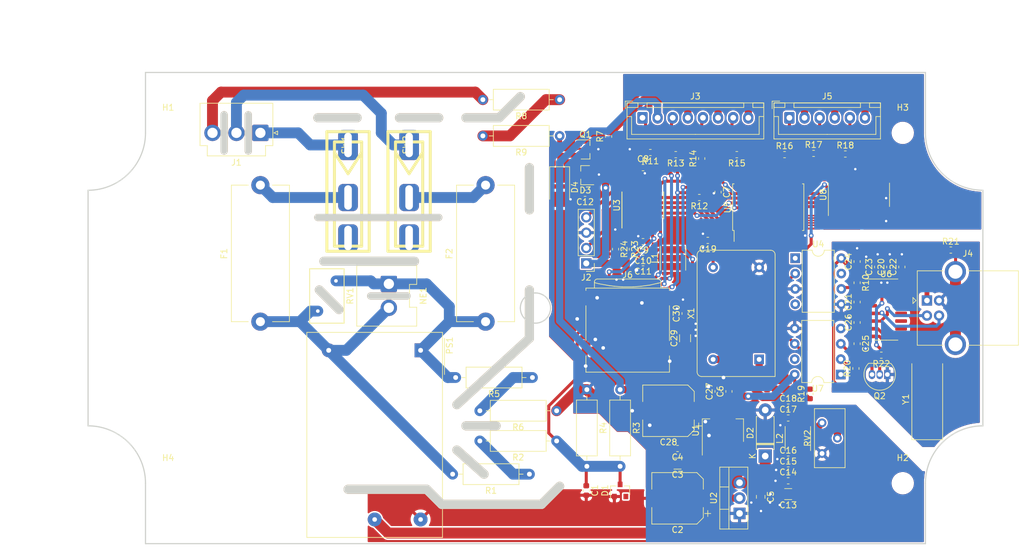
<source format=kicad_pcb>
(kicad_pcb (version 20190605) (host pcbnew "(5.99.0-52-gefbc802f4)")

  (general
    (thickness 1.6)
    (drawings 84)
    (tracks 642)
    (modules 90)
    (nets 91)
  )

  (page "A4")
  (layers
    (0 "F.Cu" signal)
    (31 "B.Cu" signal)
    (32 "B.Adhes" user)
    (33 "F.Adhes" user)
    (34 "B.Paste" user)
    (35 "F.Paste" user)
    (36 "B.SilkS" user)
    (37 "F.SilkS" user)
    (38 "B.Mask" user)
    (39 "F.Mask" user)
    (40 "Dwgs.User" user)
    (41 "Cmts.User" user)
    (42 "Eco1.User" user)
    (43 "Eco2.User" user)
    (44 "Edge.Cuts" user)
    (45 "Margin" user)
    (46 "B.CrtYd" user)
    (47 "F.CrtYd" user)
    (48 "B.Fab" user)
    (49 "F.Fab" user)
  )

  (setup
    (last_trace_width 0.25)
    (user_trace_width 0.25)
    (user_trace_width 0.5)
    (user_trace_width 0.8)
    (user_trace_width 1.2)
    (user_trace_width 1.8)
    (user_trace_width 2.8)
    (trace_clearance 0.15)
    (zone_clearance 0.254)
    (zone_45_only no)
    (trace_min 0.2)
    (via_size 0.8)
    (via_drill 0.4)
    (via_min_size 0.4)
    (via_min_drill 0.3)
    (user_via 0.8 0.4)
    (user_via 1.2 0.6)
    (user_via 1.6 0.8)
    (user_via 2.4 1.2)
    (uvia_size 0.3)
    (uvia_drill 0.1)
    (uvias_allowed no)
    (uvia_min_size 0.2)
    (uvia_min_drill 0.1)
    (max_error 0.005)
    (defaults
      (edge_clearance 0.01)
      (edge_cuts_line_width 0.05)
      (courtyard_line_width 0.05)
      (copper_line_width 0.2)
      (copper_text_dims (size 1.5 1.5) (thickness 0.3) keep_upright)
      (silk_line_width 0.12)
      (silk_text_dims (size 1 1) (thickness 0.15) keep_upright)
      (other_layers_line_width 0.1)
      (other_layers_text_dims (size 1 1) (thickness 0.15) keep_upright)
    )
    (pad_size 1.524 1.524)
    (pad_drill 0.762)
    (pad_to_mask_clearance 0.051)
    (solder_mask_min_width 0.25)
    (aux_axis_origin 0 0)
    (grid_origin 26 60)
    (visible_elements FFFFFF7F)
    (pcbplotparams
      (layerselection 0x010fc_ffffffff)
      (usegerberextensions false)
      (usegerberattributes false)
      (usegerberadvancedattributes false)
      (creategerberjobfile false)
      (excludeedgelayer true)
      (linewidth 0.100000)
      (plotframeref false)
      (viasonmask false)
      (mode 1)
      (useauxorigin false)
      (hpglpennumber 1)
      (hpglpenspeed 20)
      (hpglpendiameter 15.000000)
      (psnegative false)
      (psa4output false)
      (plotreference true)
      (plotvalue true)
      (plotinvisibletext false)
      (padsonsilk false)
      (subtractmaskfromsilk false)
      (outputformat 1)
      (mirror false)
      (drillshape 0)
      (scaleselection 1)
      (outputdirectory "gerber"))
  )

  (net 0 "")
  (net 1 "GND")
  (net 2 "/line_meas")
  (net 3 "+15V")
  (net 4 "+3V3")
  (net 5 "Net-(C10-Pad1)")
  (net 6 "Net-(C12-Pad1)")
  (net 7 "+12V")
  (net 8 "/vcc_ocxo")
  (net 9 "Net-(C19-Pad1)")
  (net 10 "GNDD")
  (net 11 "VBUS")
  (net 12 "Net-(C21-Pad1)")
  (net 13 "Net-(C25-Pad1)")
  (net 14 "Net-(C26-Pad1)")
  (net 15 "Net-(F1-Pad2)")
  (net 16 "Net-(F1-Pad1)")
  (net 17 "Net-(F2-Pad2)")
  (net 18 "Net-(F2-Pad1)")
  (net 19 "Earth")
  (net 20 "/N")
  (net 21 "/L")
  (net 22 "/SWDIO")
  (net 23 "/SWCLK")
  (net 24 "Net-(J3-Pad7)")
  (net 25 "Net-(J3-Pad5)")
  (net 26 "Net-(J3-Pad3)")
  (net 27 "Net-(J3-Pad1)")
  (net 28 "Net-(J4-Pad5)")
  (net 29 "Net-(J4-Pad3)")
  (net 30 "Net-(J4-Pad2)")
  (net 31 "Net-(J5-Pad5)")
  (net 32 "Net-(J5-Pad3)")
  (net 33 "Net-(J5-Pad1)")
  (net 34 "/line_pol")
  (net 35 "Net-(Q2-Pad3)")
  (net 36 "Net-(Q2-Pad2)")
  (net 37 "Net-(R1-Pad1)")
  (net 38 "Net-(R5-Pad1)")
  (net 39 "Net-(R8-Pad1)")
  (net 40 "Net-(R10-Pad2)")
  (net 41 "/led_pol_pos_drv")
  (net 42 "/HOST_RX")
  (net 43 "Net-(R12-Pad1)")
  (net 44 "/led_pol_neg_drv")
  (net 45 "/led_comm_drv")
  (net 46 "/led_err_drv")
  (net 47 "/led_ocxo_lock_drv")
  (net 48 "/led_1pps_drv")
  (net 49 "/led_sdcard_drv")
  (net 50 "Net-(R20-Pad2)")
  (net 51 "Net-(R22-Pad1)")
  (net 52 "Net-(R23-Pad1)")
  (net 53 "Net-(R24-Pad1)")
  (net 54 "Net-(RV2-Pad2)")
  (net 55 "Net-(SW1-Pad1)")
  (net 56 "Net-(SW2-Pad1)")
  (net 57 "/HOST_TX")
  (net 58 "/led_ocxo_lock")
  (net 59 "/led_err")
  (net 60 "/led_comm")
  (net 61 "/led_pol_neg")
  (net 62 "/led_pol_pos")
  (net 63 "/led_sdcard")
  (net 64 "/led_1pps")
  (net 65 "Net-(U3-Pad3)")
  (net 66 "Net-(U4-Pad7)")
  (net 67 "Net-(U4-Pad1)")
  (net 68 "Net-(U6-Pad15)")
  (net 69 "Net-(U6-Pad14)")
  (net 70 "Net-(U6-Pad13)")
  (net 71 "Net-(U6-Pad12)")
  (net 72 "Net-(U6-Pad11)")
  (net 73 "Net-(U6-Pad10)")
  (net 74 "Net-(U6-Pad9)")
  (net 75 "Net-(U7-Pad7)")
  (net 76 "Net-(U7-Pad1)")
  (net 77 "/MOSI")
  (net 78 "/MISO")
  (net 79 "/SCK")
  (net 80 "Net-(U3-Pad7)")
  (net 81 "Net-(U3-Pad6)")
  (net 82 "Net-(J6-Pad8)")
  (net 83 "Net-(J6-Pad1)")
  (net 84 "/SD_CS")
  (net 85 "Net-(U5-Pad18)")
  (net 86 "Net-(U5-Pad10)")
  (net 87 "Net-(U5-Pad1)")
  (net 88 "/LED_STB")
  (net 89 "Net-(U8-Pad9)")
  (net 90 "Net-(U8-Pad7)")

  (net_class "Default" "This is the default net class."
    (clearance 0.15)
    (trace_width 0.25)
    (via_dia 0.8)
    (via_drill 0.4)
    (uvia_dia 0.3)
    (uvia_drill 0.1)
    (add_net "+12V")
    (add_net "+15V")
    (add_net "+3V3")
    (add_net "/HOST_RX")
    (add_net "/HOST_TX")
    (add_net "/L")
    (add_net "/LED_STB")
    (add_net "/MISO")
    (add_net "/MOSI")
    (add_net "/N")
    (add_net "/SCK")
    (add_net "/SD_CS")
    (add_net "/SWCLK")
    (add_net "/SWDIO")
    (add_net "/led_1pps")
    (add_net "/led_1pps_drv")
    (add_net "/led_comm")
    (add_net "/led_comm_drv")
    (add_net "/led_err")
    (add_net "/led_err_drv")
    (add_net "/led_ocxo_lock")
    (add_net "/led_ocxo_lock_drv")
    (add_net "/led_pol_neg")
    (add_net "/led_pol_neg_drv")
    (add_net "/led_pol_pos")
    (add_net "/led_pol_pos_drv")
    (add_net "/led_sdcard")
    (add_net "/led_sdcard_drv")
    (add_net "/line_meas")
    (add_net "/line_pol")
    (add_net "/vcc_ocxo")
    (add_net "Earth")
    (add_net "GND")
    (add_net "GNDD")
    (add_net "Net-(C10-Pad1)")
    (add_net "Net-(C12-Pad1)")
    (add_net "Net-(C19-Pad1)")
    (add_net "Net-(C21-Pad1)")
    (add_net "Net-(C25-Pad1)")
    (add_net "Net-(C26-Pad1)")
    (add_net "Net-(F1-Pad1)")
    (add_net "Net-(F1-Pad2)")
    (add_net "Net-(F2-Pad1)")
    (add_net "Net-(F2-Pad2)")
    (add_net "Net-(J3-Pad1)")
    (add_net "Net-(J3-Pad3)")
    (add_net "Net-(J3-Pad5)")
    (add_net "Net-(J3-Pad7)")
    (add_net "Net-(J4-Pad2)")
    (add_net "Net-(J4-Pad3)")
    (add_net "Net-(J4-Pad5)")
    (add_net "Net-(J5-Pad1)")
    (add_net "Net-(J5-Pad3)")
    (add_net "Net-(J5-Pad5)")
    (add_net "Net-(J6-Pad1)")
    (add_net "Net-(J6-Pad8)")
    (add_net "Net-(Q2-Pad2)")
    (add_net "Net-(Q2-Pad3)")
    (add_net "Net-(R1-Pad1)")
    (add_net "Net-(R10-Pad2)")
    (add_net "Net-(R12-Pad1)")
    (add_net "Net-(R20-Pad2)")
    (add_net "Net-(R22-Pad1)")
    (add_net "Net-(R23-Pad1)")
    (add_net "Net-(R24-Pad1)")
    (add_net "Net-(R5-Pad1)")
    (add_net "Net-(R8-Pad1)")
    (add_net "Net-(RV2-Pad2)")
    (add_net "Net-(SW1-Pad1)")
    (add_net "Net-(SW2-Pad1)")
    (add_net "Net-(U3-Pad3)")
    (add_net "Net-(U3-Pad6)")
    (add_net "Net-(U3-Pad7)")
    (add_net "Net-(U4-Pad1)")
    (add_net "Net-(U4-Pad7)")
    (add_net "Net-(U5-Pad1)")
    (add_net "Net-(U5-Pad10)")
    (add_net "Net-(U5-Pad18)")
    (add_net "Net-(U6-Pad10)")
    (add_net "Net-(U6-Pad11)")
    (add_net "Net-(U6-Pad12)")
    (add_net "Net-(U6-Pad13)")
    (add_net "Net-(U6-Pad14)")
    (add_net "Net-(U6-Pad15)")
    (add_net "Net-(U6-Pad9)")
    (add_net "Net-(U7-Pad1)")
    (add_net "Net-(U7-Pad7)")
    (add_net "Net-(U8-Pad7)")
    (add_net "Net-(U8-Pad9)")
    (add_net "VBUS")
  )

  (module "Package_SO:SOIC-16_3.9x9.9mm_P1.27mm" (layer "F.Cu") (tedit 5C97300E) (tstamp 5DBB7A33)
    (at 153.5 81.25 90)
    (descr "SOIC, 16 Pin (JEDEC MS-012AC, https://www.analog.com/media/en/package-pcb-resources/package/pkg_pdf/soic_narrow-r/r_16.pdf), generated with kicad-footprint-generator ipc_gullwing_generator.py")
    (tags "SOIC SO")
    (path "/5DCA7508")
    (attr smd)
    (fp_text reference "U8" (at 0 -5.9 90) (layer "F.SilkS")
      (effects (font (size 1 1) (thickness 0.15)))
    )
    (fp_text value "74HC595" (at 0 5.9 90) (layer "F.Fab")
      (effects (font (size 1 1) (thickness 0.15)))
    )
    (fp_line (start 0 5.06) (end 1.95 5.06) (layer "F.SilkS") (width 0.12))
    (fp_line (start 0 5.06) (end -1.95 5.06) (layer "F.SilkS") (width 0.12))
    (fp_line (start 0 -5.06) (end 1.95 -5.06) (layer "F.SilkS") (width 0.12))
    (fp_line (start 0 -5.06) (end -3.45 -5.06) (layer "F.SilkS") (width 0.12))
    (fp_line (start -0.975 -4.95) (end 1.95 -4.95) (layer "F.Fab") (width 0.1))
    (fp_line (start 1.95 -4.95) (end 1.95 4.95) (layer "F.Fab") (width 0.1))
    (fp_line (start 1.95 4.95) (end -1.95 4.95) (layer "F.Fab") (width 0.1))
    (fp_line (start -1.95 4.95) (end -1.95 -3.975) (layer "F.Fab") (width 0.1))
    (fp_line (start -1.95 -3.975) (end -0.975 -4.95) (layer "F.Fab") (width 0.1))
    (fp_line (start -3.7 -5.2) (end -3.7 5.2) (layer "F.CrtYd") (width 0.05))
    (fp_line (start -3.7 5.2) (end 3.7 5.2) (layer "F.CrtYd") (width 0.05))
    (fp_line (start 3.7 5.2) (end 3.7 -5.2) (layer "F.CrtYd") (width 0.05))
    (fp_line (start 3.7 -5.2) (end -3.7 -5.2) (layer "F.CrtYd") (width 0.05))
    (fp_text user "%R" (at 0 0 90) (layer "F.Fab")
      (effects (font (size 0.98 0.98) (thickness 0.15)))
    )
    (pad "16" smd roundrect (at 2.475 -4.445 90) (size 1.95 0.6) (layers "F.Cu" "F.Paste" "F.Mask") (roundrect_rratio 0.25)
      (net 4 "+3V3"))
    (pad "15" smd roundrect (at 2.475 -3.175 90) (size 1.95 0.6) (layers "F.Cu" "F.Paste" "F.Mask") (roundrect_rratio 0.25)
      (net 62 "/led_pol_pos"))
    (pad "14" smd roundrect (at 2.475 -1.905 90) (size 1.95 0.6) (layers "F.Cu" "F.Paste" "F.Mask") (roundrect_rratio 0.25)
      (net 77 "/MOSI"))
    (pad "13" smd roundrect (at 2.475 -0.635 90) (size 1.95 0.6) (layers "F.Cu" "F.Paste" "F.Mask") (roundrect_rratio 0.25)
      (net 1 "GND"))
    (pad "12" smd roundrect (at 2.475 0.635 90) (size 1.95 0.6) (layers "F.Cu" "F.Paste" "F.Mask") (roundrect_rratio 0.25)
      (net 88 "/LED_STB"))
    (pad "11" smd roundrect (at 2.475 1.905 90) (size 1.95 0.6) (layers "F.Cu" "F.Paste" "F.Mask") (roundrect_rratio 0.25)
      (net 79 "/SCK"))
    (pad "10" smd roundrect (at 2.475 3.175 90) (size 1.95 0.6) (layers "F.Cu" "F.Paste" "F.Mask") (roundrect_rratio 0.25)
      (net 4 "+3V3"))
    (pad "9" smd roundrect (at 2.475 4.445 90) (size 1.95 0.6) (layers "F.Cu" "F.Paste" "F.Mask") (roundrect_rratio 0.25)
      (net 89 "Net-(U8-Pad9)"))
    (pad "8" smd roundrect (at -2.475 4.445 90) (size 1.95 0.6) (layers "F.Cu" "F.Paste" "F.Mask") (roundrect_rratio 0.25)
      (net 1 "GND"))
    (pad "7" smd roundrect (at -2.475 3.175 90) (size 1.95 0.6) (layers "F.Cu" "F.Paste" "F.Mask") (roundrect_rratio 0.25)
      (net 90 "Net-(U8-Pad7)"))
    (pad "6" smd roundrect (at -2.475 1.905 90) (size 1.95 0.6) (layers "F.Cu" "F.Paste" "F.Mask") (roundrect_rratio 0.25)
      (net 63 "/led_sdcard"))
    (pad "5" smd roundrect (at -2.475 0.635 90) (size 1.95 0.6) (layers "F.Cu" "F.Paste" "F.Mask") (roundrect_rratio 0.25)
      (net 64 "/led_1pps"))
    (pad "4" smd roundrect (at -2.475 -0.635 90) (size 1.95 0.6) (layers "F.Cu" "F.Paste" "F.Mask") (roundrect_rratio 0.25)
      (net 58 "/led_ocxo_lock"))
    (pad "3" smd roundrect (at -2.475 -1.905 90) (size 1.95 0.6) (layers "F.Cu" "F.Paste" "F.Mask") (roundrect_rratio 0.25)
      (net 59 "/led_err"))
    (pad "2" smd roundrect (at -2.475 -3.175 90) (size 1.95 0.6) (layers "F.Cu" "F.Paste" "F.Mask") (roundrect_rratio 0.25)
      (net 60 "/led_comm"))
    (pad "1" smd roundrect (at -2.475 -4.445 90) (size 1.95 0.6) (layers "F.Cu" "F.Paste" "F.Mask") (roundrect_rratio 0.25)
      (net 61 "/led_pol_neg"))
    (model "${KISYS3DMOD}/Package_SO.3dshapes/SOIC-16_3.9x9.9mm_P1.27mm.wrl"
      (at (xyz 0 0 0))
      (scale (xyz 1 1 1))
      (rotate (xyz 0 0 0))
    )
  )

  (module "Package_SO:SOIC-18W_7.5x11.6mm_P1.27mm" (layer "F.Cu") (tedit 5C97300E) (tstamp 5DBB1A3F)
    (at 138.5 83.3 90)
    (descr "SOIC, 18 Pin (JEDEC MS-013AB, https://www.analog.com/media/en/package-pcb-resources/package/33254132129439rw_18.pdf), generated with kicad-footprint-generator ipc_gullwing_generator.py")
    (tags "SOIC SO")
    (path "/5DEFDA98")
    (attr smd)
    (fp_text reference "U5" (at 0 -6.72 90) (layer "F.SilkS")
      (effects (font (size 1 1) (thickness 0.15)))
    )
    (fp_text value "ULN2803A" (at 0 6.72 90) (layer "F.Fab")
      (effects (font (size 1 1) (thickness 0.15)))
    )
    (fp_line (start 0 5.885) (end 3.86 5.885) (layer "F.SilkS") (width 0.12))
    (fp_line (start 3.86 5.885) (end 3.86 5.64) (layer "F.SilkS") (width 0.12))
    (fp_line (start 0 5.885) (end -3.86 5.885) (layer "F.SilkS") (width 0.12))
    (fp_line (start -3.86 5.885) (end -3.86 5.64) (layer "F.SilkS") (width 0.12))
    (fp_line (start 0 -5.885) (end 3.86 -5.885) (layer "F.SilkS") (width 0.12))
    (fp_line (start 3.86 -5.885) (end 3.86 -5.64) (layer "F.SilkS") (width 0.12))
    (fp_line (start 0 -5.885) (end -3.86 -5.885) (layer "F.SilkS") (width 0.12))
    (fp_line (start -3.86 -5.885) (end -3.86 -5.64) (layer "F.SilkS") (width 0.12))
    (fp_line (start -3.86 -5.64) (end -5.675 -5.64) (layer "F.SilkS") (width 0.12))
    (fp_line (start -2.75 -5.775) (end 3.75 -5.775) (layer "F.Fab") (width 0.1))
    (fp_line (start 3.75 -5.775) (end 3.75 5.775) (layer "F.Fab") (width 0.1))
    (fp_line (start 3.75 5.775) (end -3.75 5.775) (layer "F.Fab") (width 0.1))
    (fp_line (start -3.75 5.775) (end -3.75 -4.775) (layer "F.Fab") (width 0.1))
    (fp_line (start -3.75 -4.775) (end -2.75 -5.775) (layer "F.Fab") (width 0.1))
    (fp_line (start -5.93 -6.02) (end -5.93 6.02) (layer "F.CrtYd") (width 0.05))
    (fp_line (start -5.93 6.02) (end 5.93 6.02) (layer "F.CrtYd") (width 0.05))
    (fp_line (start 5.93 6.02) (end 5.93 -6.02) (layer "F.CrtYd") (width 0.05))
    (fp_line (start 5.93 -6.02) (end -5.93 -6.02) (layer "F.CrtYd") (width 0.05))
    (fp_text user "%R" (at 0 0 90) (layer "F.Fab")
      (effects (font (size 1 1) (thickness 0.15)))
    )
    (pad "18" smd roundrect (at 4.65 -5.08 90) (size 2.05 0.6) (layers "F.Cu" "F.Paste" "F.Mask") (roundrect_rratio 0.25)
      (net 85 "Net-(U5-Pad18)"))
    (pad "17" smd roundrect (at 4.65 -3.81 90) (size 2.05 0.6) (layers "F.Cu" "F.Paste" "F.Mask") (roundrect_rratio 0.25)
      (net 41 "/led_pol_pos_drv"))
    (pad "16" smd roundrect (at 4.65 -2.54 90) (size 2.05 0.6) (layers "F.Cu" "F.Paste" "F.Mask") (roundrect_rratio 0.25)
      (net 44 "/led_pol_neg_drv"))
    (pad "15" smd roundrect (at 4.65 -1.27 90) (size 2.05 0.6) (layers "F.Cu" "F.Paste" "F.Mask") (roundrect_rratio 0.25)
      (net 45 "/led_comm_drv"))
    (pad "14" smd roundrect (at 4.65 0 90) (size 2.05 0.6) (layers "F.Cu" "F.Paste" "F.Mask") (roundrect_rratio 0.25)
      (net 46 "/led_err_drv"))
    (pad "13" smd roundrect (at 4.65 1.27 90) (size 2.05 0.6) (layers "F.Cu" "F.Paste" "F.Mask") (roundrect_rratio 0.25)
      (net 47 "/led_ocxo_lock_drv"))
    (pad "12" smd roundrect (at 4.65 2.54 90) (size 2.05 0.6) (layers "F.Cu" "F.Paste" "F.Mask") (roundrect_rratio 0.25)
      (net 48 "/led_1pps_drv"))
    (pad "11" smd roundrect (at 4.65 3.81 90) (size 2.05 0.6) (layers "F.Cu" "F.Paste" "F.Mask") (roundrect_rratio 0.25)
      (net 49 "/led_sdcard_drv"))
    (pad "10" smd roundrect (at 4.65 5.08 90) (size 2.05 0.6) (layers "F.Cu" "F.Paste" "F.Mask") (roundrect_rratio 0.25)
      (net 86 "Net-(U5-Pad10)"))
    (pad "9" smd roundrect (at -4.65 5.08 90) (size 2.05 0.6) (layers "F.Cu" "F.Paste" "F.Mask") (roundrect_rratio 0.25)
      (net 1 "GND"))
    (pad "8" smd roundrect (at -4.65 3.81 90) (size 2.05 0.6) (layers "F.Cu" "F.Paste" "F.Mask") (roundrect_rratio 0.25)
      (net 63 "/led_sdcard"))
    (pad "7" smd roundrect (at -4.65 2.54 90) (size 2.05 0.6) (layers "F.Cu" "F.Paste" "F.Mask") (roundrect_rratio 0.25)
      (net 64 "/led_1pps"))
    (pad "6" smd roundrect (at -4.65 1.27 90) (size 2.05 0.6) (layers "F.Cu" "F.Paste" "F.Mask") (roundrect_rratio 0.25)
      (net 58 "/led_ocxo_lock"))
    (pad "5" smd roundrect (at -4.65 0 90) (size 2.05 0.6) (layers "F.Cu" "F.Paste" "F.Mask") (roundrect_rratio 0.25)
      (net 59 "/led_err"))
    (pad "4" smd roundrect (at -4.65 -1.27 90) (size 2.05 0.6) (layers "F.Cu" "F.Paste" "F.Mask") (roundrect_rratio 0.25)
      (net 60 "/led_comm"))
    (pad "3" smd roundrect (at -4.65 -2.54 90) (size 2.05 0.6) (layers "F.Cu" "F.Paste" "F.Mask") (roundrect_rratio 0.25)
      (net 61 "/led_pol_neg"))
    (pad "2" smd roundrect (at -4.65 -3.81 90) (size 2.05 0.6) (layers "F.Cu" "F.Paste" "F.Mask") (roundrect_rratio 0.25)
      (net 62 "/led_pol_pos"))
    (pad "1" smd roundrect (at -4.65 -5.08 90) (size 2.05 0.6) (layers "F.Cu" "F.Paste" "F.Mask") (roundrect_rratio 0.25)
      (net 87 "Net-(U5-Pad1)"))
    (model "${KISYS3DMOD}/Package_SO.3dshapes/SOIC-18W_7.5x11.6mm_P1.27mm.wrl"
      (at (xyz 0 0 0))
      (scale (xyz 1 1 1))
      (rotate (xyz 0 0 0))
    )
  )

  (module "Connector_Card:microSD_HC_Wuerth_693072010801" (layer "F.Cu") (tedit 5A1DBFB5) (tstamp 5DB9E00F)
    (at 115.25 102.5)
    (descr "http://katalog.we-online.de/em/datasheet/693072010801.pdf")
    (tags "Micro SD Wuerth Wurth Würth")
    (path "/5DE300A1")
    (attr smd)
    (fp_text reference "J6" (at 0 -7.99) (layer "F.SilkS")
      (effects (font (size 1 1) (thickness 0.15)))
    )
    (fp_text value "Micro_SD_Card" (at 0 9.22) (layer "F.Fab")
      (effects (font (size 1 1) (thickness 0.15)))
    )
    (fp_text user "%R" (at 0 1.15) (layer "F.Fab")
      (effects (font (size 1 1) (thickness 0.15)))
    )
    (fp_line (start -6.8 8) (end 6.8 8) (layer "F.Fab") (width 0.1))
    (fp_line (start -6.8 -5.7) (end -6.8 8) (layer "F.Fab") (width 0.1))
    (fp_line (start 6.8 -5.7) (end -6.8 -5.7) (layer "F.Fab") (width 0.1))
    (fp_line (start 6.8 8) (end 6.8 -5.7) (layer "F.Fab") (width 0.1))
    (fp_line (start 5 -6.61) (end 5.5 -6.71) (layer "F.SilkS") (width 0.12))
    (fp_line (start 3.7 -6.31) (end 5 -6.61) (layer "F.SilkS") (width 0.12))
    (fp_line (start 2.2 -6.11) (end 3.7 -6.31) (layer "F.SilkS") (width 0.12))
    (fp_line (start 0.9 -6.01) (end 2.2 -6.11) (layer "F.SilkS") (width 0.12))
    (fp_line (start -0.9 -6.01) (end 0.9 -6.01) (layer "F.SilkS") (width 0.12))
    (fp_line (start -2.2 -6.11) (end -0.9 -6.01) (layer "F.SilkS") (width 0.12))
    (fp_line (start -3 -6.21) (end -2.2 -6.11) (layer "F.SilkS") (width 0.12))
    (fp_line (start -4.7 -6.51) (end -3 -6.21) (layer "F.SilkS") (width 0.12))
    (fp_line (start -5.5 -6.71) (end -4.7 -6.51) (layer "F.SilkS") (width 0.12))
    (fp_line (start -5 -7.31) (end 5 -7.31) (layer "F.SilkS") (width 0.12))
    (fp_line (start -5.5 -5.81) (end -5.5 -6.81) (layer "F.SilkS") (width 0.12))
    (fp_line (start 5.5 -5.81) (end 5.5 -6.81) (layer "F.SilkS") (width 0.12))
    (fp_line (start -6.91 -5.81) (end 6.91 -5.81) (layer "F.SilkS") (width 0.12))
    (fp_line (start 6.91 8.11) (end -6.91 8.11) (layer "F.SilkS") (width 0.12))
    (fp_line (start 6.91 5.41) (end 6.91 8.11) (layer "F.SilkS") (width 0.12))
    (fp_line (start 6.91 -5.81) (end 6.91 -5.41) (layer "F.SilkS") (width 0.12))
    (fp_line (start 6.91 -2.89) (end 6.91 2.89) (layer "F.SilkS") (width 0.12))
    (fp_line (start -6.91 5.41) (end -6.91 8.11) (layer "F.SilkS") (width 0.12))
    (fp_line (start -6.91 -2.89) (end -6.91 2.89) (layer "F.SilkS") (width 0.12))
    (fp_line (start -6.91 -5.81) (end -6.91 -5.41) (layer "F.SilkS") (width 0.12))
    (fp_line (start 8.08 -6.2) (end 8.08 8.5) (layer "F.CrtYd") (width 0.05))
    (fp_line (start 8.08 -6.2) (end -8.08 -6.2) (layer "F.CrtYd") (width 0.05))
    (fp_line (start 8.08 8.5) (end -8.08 8.5) (layer "F.CrtYd") (width 0.05))
    (fp_line (start -8.08 -6.2) (end -8.08 8.5) (layer "F.CrtYd") (width 0.05))
    (fp_arc (start 5 -6.81) (end 5 -7.31) (angle 90) (layer "F.SilkS") (width 0.12))
    (fp_arc (start -5 -6.81) (end -5.5 -6.81) (angle 90) (layer "F.SilkS") (width 0.12))
    (pad "1" smd rect (at -3.2 -1.55) (size 0.8 1.5) (layers "F.Cu" "F.Paste" "F.Mask")
      (net 83 "Net-(J6-Pad1)"))
    (pad "2" smd rect (at -2.1 -1.55) (size 0.8 1.5) (layers "F.Cu" "F.Paste" "F.Mask")
      (net 84 "/SD_CS"))
    (pad "3" smd rect (at -1 -1.55) (size 0.8 1.5) (layers "F.Cu" "F.Paste" "F.Mask")
      (net 78 "/MISO"))
    (pad "4" smd rect (at 0.1 -1.55) (size 0.8 1.5) (layers "F.Cu" "F.Paste" "F.Mask")
      (net 4 "+3V3"))
    (pad "5" smd rect (at 1.2 -1.55) (size 0.8 1.5) (layers "F.Cu" "F.Paste" "F.Mask")
      (net 79 "/SCK"))
    (pad "6" smd rect (at 2.3 -1.55) (size 0.8 1.5) (layers "F.Cu" "F.Paste" "F.Mask")
      (net 1 "GND"))
    (pad "7" smd rect (at 3.4 -1.55) (size 0.8 1.5) (layers "F.Cu" "F.Paste" "F.Mask")
      (net 77 "/MOSI"))
    (pad "8" smd rect (at 4.5 -1.55) (size 0.8 1.5) (layers "F.Cu" "F.Paste" "F.Mask")
      (net 82 "Net-(J6-Pad8)"))
    (pad "9" smd rect (at 6.875 4.15) (size 1.45 2) (layers "F.Cu" "F.Paste" "F.Mask")
      (net 1 "GND"))
    (pad "9" smd rect (at -6.875 4.15) (size 1.45 2) (layers "F.Cu" "F.Paste" "F.Mask")
      (net 1 "GND"))
    (pad "9" smd rect (at -6.875 -4.15) (size 1.45 2) (layers "F.Cu" "F.Paste" "F.Mask")
      (net 1 "GND"))
    (pad "9" smd rect (at 6.875 -4.15) (size 1.45 2) (layers "F.Cu" "F.Paste" "F.Mask")
      (net 1 "GND"))
    (model "${KISYS3DMOD}/Connector_Card.3dshapes/microSD_HC_Wuerth_693072010801.wrl"
      (at (xyz 0 0 0))
      (scale (xyz 1 1 1))
      (rotate (xyz 0 0 0))
    )
  )

  (module "Crystal:Crystal_SMD_HC49-SD" (layer "F.Cu") (tedit 5A1AD52C) (tstamp 5DBA96BB)
    (at 164.8 115.1 90)
    (descr "SMD Crystal HC-49-SD http://cdn-reichelt.de/documents/datenblatt/B400/xxx-HC49-SMD.pdf, 11.4x4.7mm^2 package")
    (tags "SMD SMT crystal")
    (path "/5DC977CB")
    (attr smd)
    (fp_text reference "Y1" (at 0 -3.55 90) (layer "F.SilkS")
      (effects (font (size 1 1) (thickness 0.15)))
    )
    (fp_text value "12M" (at 0 3.55 90) (layer "F.Fab")
      (effects (font (size 1 1) (thickness 0.15)))
    )
    (fp_text user "%R" (at 0 0 90) (layer "F.Fab")
      (effects (font (size 1 1) (thickness 0.15)))
    )
    (fp_line (start -5.7 -2.35) (end -5.7 2.35) (layer "F.Fab") (width 0.1))
    (fp_line (start -5.7 2.35) (end 5.7 2.35) (layer "F.Fab") (width 0.1))
    (fp_line (start 5.7 2.35) (end 5.7 -2.35) (layer "F.Fab") (width 0.1))
    (fp_line (start 5.7 -2.35) (end -5.7 -2.35) (layer "F.Fab") (width 0.1))
    (fp_line (start -3.015 -2.115) (end 3.015 -2.115) (layer "F.Fab") (width 0.1))
    (fp_line (start -3.015 2.115) (end 3.015 2.115) (layer "F.Fab") (width 0.1))
    (fp_line (start 5.9 -2.55) (end -6.7 -2.55) (layer "F.SilkS") (width 0.12))
    (fp_line (start -6.7 -2.55) (end -6.7 2.55) (layer "F.SilkS") (width 0.12))
    (fp_line (start -6.7 2.55) (end 5.9 2.55) (layer "F.SilkS") (width 0.12))
    (fp_line (start -6.8 -2.6) (end -6.8 2.6) (layer "F.CrtYd") (width 0.05))
    (fp_line (start -6.8 2.6) (end 6.8 2.6) (layer "F.CrtYd") (width 0.05))
    (fp_line (start 6.8 2.6) (end 6.8 -2.6) (layer "F.CrtYd") (width 0.05))
    (fp_line (start 6.8 -2.6) (end -6.8 -2.6) (layer "F.CrtYd") (width 0.05))
    (fp_arc (start -3.015 0) (end -3.015 -2.115) (angle -180) (layer "F.Fab") (width 0.1))
    (fp_arc (start 3.015 0) (end 3.015 -2.115) (angle 180) (layer "F.Fab") (width 0.1))
    (pad "2" smd rect (at 4.25 0 90) (size 4.5 2) (layers "F.Cu" "F.Paste" "F.Mask")
      (net 14 "Net-(C26-Pad1)"))
    (pad "1" smd rect (at -4.25 0 90) (size 4.5 2) (layers "F.Cu" "F.Paste" "F.Mask")
      (net 13 "Net-(C25-Pad1)"))
    (model "${KISYS3DMOD}/Crystal.3dshapes/Crystal_SMD_HC49-SD.wrl"
      (at (xyz 0 0 0))
      (scale (xyz 1 1 1))
      (rotate (xyz 0 0 0))
    )
  )

  (module "Capacitor_SMD:C_1206_3216Metric" (layer "F.Cu") (tedit 5B301BBE) (tstamp 5DBA2CAC)
    (at 141.8 130.8 180)
    (descr "Capacitor SMD 1206 (3216 Metric), square (rectangular) end terminal, IPC_7351 nominal, (Body size source: http://www.tortai-tech.com/upload/download/2011102023233369053.pdf), generated with kicad-footprint-generator")
    (tags "capacitor")
    (path "/5DEE6415")
    (attr smd)
    (fp_text reference "C13" (at 0 -1.82) (layer "F.SilkS")
      (effects (font (size 1 1) (thickness 0.15)))
    )
    (fp_text value "10u 25V" (at 0 1.82) (layer "F.Fab")
      (effects (font (size 1 1) (thickness 0.15)))
    )
    (fp_line (start -1.6 0.8) (end -1.6 -0.8) (layer "F.Fab") (width 0.1))
    (fp_line (start -1.6 -0.8) (end 1.6 -0.8) (layer "F.Fab") (width 0.1))
    (fp_line (start 1.6 -0.8) (end 1.6 0.8) (layer "F.Fab") (width 0.1))
    (fp_line (start 1.6 0.8) (end -1.6 0.8) (layer "F.Fab") (width 0.1))
    (fp_line (start -0.602064 -0.91) (end 0.602064 -0.91) (layer "F.SilkS") (width 0.12))
    (fp_line (start -0.602064 0.91) (end 0.602064 0.91) (layer "F.SilkS") (width 0.12))
    (fp_line (start -2.28 1.12) (end -2.28 -1.12) (layer "F.CrtYd") (width 0.05))
    (fp_line (start -2.28 -1.12) (end 2.28 -1.12) (layer "F.CrtYd") (width 0.05))
    (fp_line (start 2.28 -1.12) (end 2.28 1.12) (layer "F.CrtYd") (width 0.05))
    (fp_line (start 2.28 1.12) (end -2.28 1.12) (layer "F.CrtYd") (width 0.05))
    (fp_text user "%R" (at 0 0) (layer "F.Fab")
      (effects (font (size 0.8 0.8) (thickness 0.12)))
    )
    (pad "2" smd roundrect (at 1.4 0 180) (size 1.25 1.75) (layers "F.Cu" "F.Paste" "F.Mask") (roundrect_rratio 0.2)
      (net 1 "GND"))
    (pad "1" smd roundrect (at -1.4 0 180) (size 1.25 1.75) (layers "F.Cu" "F.Paste" "F.Mask") (roundrect_rratio 0.2)
      (net 7 "+12V"))
    (model "${KISYS3DMOD}/Capacitor_SMD.3dshapes/C_1206_3216Metric.wrl"
      (at (xyz 0 0 0))
      (scale (xyz 1 1 1))
      (rotate (xyz 0 0 0))
    )
  )

  (module "Capacitor_SMD:C_0603_1608Metric" (layer "F.Cu") (tedit 5B301BBE) (tstamp 5DB9DCE2)
    (at 124.75 100.9 90)
    (descr "Capacitor SMD 0603 (1608 Metric), square (rectangular) end terminal, IPC_7351 nominal, (Body size source: http://www.tortai-tech.com/upload/download/2011102023233369053.pdf), generated with kicad-footprint-generator")
    (tags "capacitor")
    (path "/5DE6ABF5")
    (attr smd)
    (fp_text reference "C30" (at 0 -1.43 90) (layer "F.SilkS")
      (effects (font (size 1 1) (thickness 0.15)))
    )
    (fp_text value "1u 25V" (at 0 1.43 90) (layer "F.Fab")
      (effects (font (size 1 1) (thickness 0.15)))
    )
    (fp_line (start -0.8 0.4) (end -0.8 -0.4) (layer "F.Fab") (width 0.1))
    (fp_line (start -0.8 -0.4) (end 0.8 -0.4) (layer "F.Fab") (width 0.1))
    (fp_line (start 0.8 -0.4) (end 0.8 0.4) (layer "F.Fab") (width 0.1))
    (fp_line (start 0.8 0.4) (end -0.8 0.4) (layer "F.Fab") (width 0.1))
    (fp_line (start -0.162779 -0.51) (end 0.162779 -0.51) (layer "F.SilkS") (width 0.12))
    (fp_line (start -0.162779 0.51) (end 0.162779 0.51) (layer "F.SilkS") (width 0.12))
    (fp_line (start -1.48 0.73) (end -1.48 -0.73) (layer "F.CrtYd") (width 0.05))
    (fp_line (start -1.48 -0.73) (end 1.48 -0.73) (layer "F.CrtYd") (width 0.05))
    (fp_line (start 1.48 -0.73) (end 1.48 0.73) (layer "F.CrtYd") (width 0.05))
    (fp_line (start 1.48 0.73) (end -1.48 0.73) (layer "F.CrtYd") (width 0.05))
    (fp_text user "%R" (at 0 0 90) (layer "F.Fab")
      (effects (font (size 0.4 0.4) (thickness 0.06)))
    )
    (pad "2" smd roundrect (at 0.7875 0 90) (size 0.875 0.95) (layers "F.Cu" "F.Paste" "F.Mask") (roundrect_rratio 0.25)
      (net 1 "GND"))
    (pad "1" smd roundrect (at -0.7875 0 90) (size 0.875 0.95) (layers "F.Cu" "F.Paste" "F.Mask") (roundrect_rratio 0.25)
      (net 4 "+3V3"))
    (model "${KISYS3DMOD}/Capacitor_SMD.3dshapes/C_0603_1608Metric.wrl"
      (at (xyz 0 0 0))
      (scale (xyz 1 1 1))
      (rotate (xyz 0 0 0))
    )
  )

  (module "Capacitor_SMD:C_1206_3216Metric" (layer "F.Cu") (tedit 5B301BBE) (tstamp 5DB9DCD1)
    (at 124.75 105 90)
    (descr "Capacitor SMD 1206 (3216 Metric), square (rectangular) end terminal, IPC_7351 nominal, (Body size source: http://www.tortai-tech.com/upload/download/2011102023233369053.pdf), generated with kicad-footprint-generator")
    (tags "capacitor")
    (path "/5DE6AC05")
    (attr smd)
    (fp_text reference "C29" (at 0 -1.82 90) (layer "F.SilkS")
      (effects (font (size 1 1) (thickness 0.15)))
    )
    (fp_text value "10u 25V" (at 0 1.82 90) (layer "F.Fab")
      (effects (font (size 1 1) (thickness 0.15)))
    )
    (fp_line (start -1.6 0.8) (end -1.6 -0.8) (layer "F.Fab") (width 0.1))
    (fp_line (start -1.6 -0.8) (end 1.6 -0.8) (layer "F.Fab") (width 0.1))
    (fp_line (start 1.6 -0.8) (end 1.6 0.8) (layer "F.Fab") (width 0.1))
    (fp_line (start 1.6 0.8) (end -1.6 0.8) (layer "F.Fab") (width 0.1))
    (fp_line (start -0.602064 -0.91) (end 0.602064 -0.91) (layer "F.SilkS") (width 0.12))
    (fp_line (start -0.602064 0.91) (end 0.602064 0.91) (layer "F.SilkS") (width 0.12))
    (fp_line (start -2.28 1.12) (end -2.28 -1.12) (layer "F.CrtYd") (width 0.05))
    (fp_line (start -2.28 -1.12) (end 2.28 -1.12) (layer "F.CrtYd") (width 0.05))
    (fp_line (start 2.28 -1.12) (end 2.28 1.12) (layer "F.CrtYd") (width 0.05))
    (fp_line (start 2.28 1.12) (end -2.28 1.12) (layer "F.CrtYd") (width 0.05))
    (fp_text user "%R" (at 0 0 90) (layer "F.Fab")
      (effects (font (size 0.8 0.8) (thickness 0.12)))
    )
    (pad "2" smd roundrect (at 1.4 0 90) (size 1.25 1.75) (layers "F.Cu" "F.Paste" "F.Mask") (roundrect_rratio 0.2)
      (net 1 "GND"))
    (pad "1" smd roundrect (at -1.4 0 90) (size 1.25 1.75) (layers "F.Cu" "F.Paste" "F.Mask") (roundrect_rratio 0.2)
      (net 4 "+3V3"))
    (model "${KISYS3DMOD}/Capacitor_SMD.3dshapes/C_1206_3216Metric.wrl"
      (at (xyz 0 0 0))
      (scale (xyz 1 1 1))
      (rotate (xyz 0 0 0))
    )
  )

  (module "Capacitor_SMD:CP_Elec_8x6.2" (layer "F.Cu") (tedit 5BCA39D0) (tstamp 5DB9DCC0)
    (at 122 117 180)
    (descr "SMD capacitor, aluminum electrolytic, Nichicon, 8.0x6.2mm")
    (tags "capacitor electrolytic")
    (path "/5DE6ABE5")
    (attr smd)
    (fp_text reference "C28" (at 0 -5.2) (layer "F.SilkS")
      (effects (font (size 1 1) (thickness 0.15)))
    )
    (fp_text value "47u 25V" (at 0 5.2) (layer "F.Fab")
      (effects (font (size 1 1) (thickness 0.15)))
    )
    (fp_circle (center 0 0) (end 4 0) (layer "F.Fab") (width 0.1))
    (fp_line (start 4.15 -4.15) (end 4.15 4.15) (layer "F.Fab") (width 0.1))
    (fp_line (start -3.15 -4.15) (end 4.15 -4.15) (layer "F.Fab") (width 0.1))
    (fp_line (start -3.15 4.15) (end 4.15 4.15) (layer "F.Fab") (width 0.1))
    (fp_line (start -4.15 -3.15) (end -4.15 3.15) (layer "F.Fab") (width 0.1))
    (fp_line (start -4.15 -3.15) (end -3.15 -4.15) (layer "F.Fab") (width 0.1))
    (fp_line (start -4.15 3.15) (end -3.15 4.15) (layer "F.Fab") (width 0.1))
    (fp_line (start -3.562278 -1.5) (end -2.762278 -1.5) (layer "F.Fab") (width 0.1))
    (fp_line (start -3.162278 -1.9) (end -3.162278 -1.1) (layer "F.Fab") (width 0.1))
    (fp_line (start 4.26 4.26) (end 4.26 1.51) (layer "F.SilkS") (width 0.12))
    (fp_line (start 4.26 -4.26) (end 4.26 -1.51) (layer "F.SilkS") (width 0.12))
    (fp_line (start -3.195563 -4.26) (end 4.26 -4.26) (layer "F.SilkS") (width 0.12))
    (fp_line (start -3.195563 4.26) (end 4.26 4.26) (layer "F.SilkS") (width 0.12))
    (fp_line (start -4.26 3.195563) (end -4.26 1.51) (layer "F.SilkS") (width 0.12))
    (fp_line (start -4.26 -3.195563) (end -4.26 -1.51) (layer "F.SilkS") (width 0.12))
    (fp_line (start -4.26 -3.195563) (end -3.195563 -4.26) (layer "F.SilkS") (width 0.12))
    (fp_line (start -4.26 3.195563) (end -3.195563 4.26) (layer "F.SilkS") (width 0.12))
    (fp_line (start -5.5 -2.51) (end -4.5 -2.51) (layer "F.SilkS") (width 0.12))
    (fp_line (start -5 -3.01) (end -5 -2.01) (layer "F.SilkS") (width 0.12))
    (fp_line (start 4.4 -4.4) (end 4.4 -1.5) (layer "F.CrtYd") (width 0.05))
    (fp_line (start 4.4 -1.5) (end 5.3 -1.5) (layer "F.CrtYd") (width 0.05))
    (fp_line (start 5.3 -1.5) (end 5.3 1.5) (layer "F.CrtYd") (width 0.05))
    (fp_line (start 5.3 1.5) (end 4.4 1.5) (layer "F.CrtYd") (width 0.05))
    (fp_line (start 4.4 1.5) (end 4.4 4.4) (layer "F.CrtYd") (width 0.05))
    (fp_line (start -3.25 4.4) (end 4.4 4.4) (layer "F.CrtYd") (width 0.05))
    (fp_line (start -3.25 -4.4) (end 4.4 -4.4) (layer "F.CrtYd") (width 0.05))
    (fp_line (start -4.4 3.25) (end -3.25 4.4) (layer "F.CrtYd") (width 0.05))
    (fp_line (start -4.4 -3.25) (end -3.25 -4.4) (layer "F.CrtYd") (width 0.05))
    (fp_line (start -4.4 -3.25) (end -4.4 -1.5) (layer "F.CrtYd") (width 0.05))
    (fp_line (start -4.4 1.5) (end -4.4 3.25) (layer "F.CrtYd") (width 0.05))
    (fp_line (start -4.4 -1.5) (end -5.3 -1.5) (layer "F.CrtYd") (width 0.05))
    (fp_line (start -5.3 -1.5) (end -5.3 1.5) (layer "F.CrtYd") (width 0.05))
    (fp_line (start -5.3 1.5) (end -4.4 1.5) (layer "F.CrtYd") (width 0.05))
    (fp_text user "%R" (at 0 0) (layer "F.Fab")
      (effects (font (size 1 1) (thickness 0.15)))
    )
    (pad "2" smd roundrect (at 3.05 0 180) (size 4 2.5) (layers "F.Cu" "F.Paste" "F.Mask") (roundrect_rratio 0.1)
      (net 1 "GND"))
    (pad "1" smd roundrect (at -3.05 0 180) (size 4 2.5) (layers "F.Cu" "F.Paste" "F.Mask") (roundrect_rratio 0.1)
      (net 4 "+3V3"))
    (model "${KISYS3DMOD}/Capacitor_SMD.3dshapes/CP_Elec_8x6.2.wrl"
      (at (xyz 0 0 0))
      (scale (xyz 1 1 1))
      (rotate (xyz 0 0 0))
    )
  )

  (module "Capacitor_SMD:C_1206_3216Metric" (layer "F.Cu") (tedit 5B301BBE) (tstamp 5DB85726)
    (at 123.5 125.75 180)
    (descr "Capacitor SMD 1206 (3216 Metric), square (rectangular) end terminal, IPC_7351 nominal, (Body size source: http://www.tortai-tech.com/upload/download/2011102023233369053.pdf), generated with kicad-footprint-generator")
    (tags "capacitor")
    (path "/5DB6F813")
    (attr smd)
    (fp_text reference "C3" (at 0 -1.82) (layer "F.SilkS")
      (effects (font (size 1 1) (thickness 0.15)))
    )
    (fp_text value "10u 25V" (at 0 1.82) (layer "F.Fab")
      (effects (font (size 1 1) (thickness 0.15)))
    )
    (fp_line (start -1.6 0.8) (end -1.6 -0.8) (layer "F.Fab") (width 0.1))
    (fp_line (start -1.6 -0.8) (end 1.6 -0.8) (layer "F.Fab") (width 0.1))
    (fp_line (start 1.6 -0.8) (end 1.6 0.8) (layer "F.Fab") (width 0.1))
    (fp_line (start 1.6 0.8) (end -1.6 0.8) (layer "F.Fab") (width 0.1))
    (fp_line (start -0.602064 -0.91) (end 0.602064 -0.91) (layer "F.SilkS") (width 0.12))
    (fp_line (start -0.602064 0.91) (end 0.602064 0.91) (layer "F.SilkS") (width 0.12))
    (fp_line (start -2.28 1.12) (end -2.28 -1.12) (layer "F.CrtYd") (width 0.05))
    (fp_line (start -2.28 -1.12) (end 2.28 -1.12) (layer "F.CrtYd") (width 0.05))
    (fp_line (start 2.28 -1.12) (end 2.28 1.12) (layer "F.CrtYd") (width 0.05))
    (fp_line (start 2.28 1.12) (end -2.28 1.12) (layer "F.CrtYd") (width 0.05))
    (fp_text user "%R" (at 0 0) (layer "F.Fab")
      (effects (font (size 0.8 0.8) (thickness 0.12)))
    )
    (pad "2" smd roundrect (at 1.4 0 180) (size 1.25 1.75) (layers "F.Cu" "F.Paste" "F.Mask") (roundrect_rratio 0.2)
      (net 1 "GND"))
    (pad "1" smd roundrect (at -1.4 0 180) (size 1.25 1.75) (layers "F.Cu" "F.Paste" "F.Mask") (roundrect_rratio 0.2)
      (net 3 "+15V"))
    (model "${KISYS3DMOD}/Capacitor_SMD.3dshapes/C_1206_3216Metric.wrl"
      (at (xyz 0 0 0))
      (scale (xyz 1 1 1))
      (rotate (xyz 0 0 0))
    )
  )

  (module "MountingHole:MountingHole_3.2mm_M3" (layer "F.Cu") (tedit 56D1B4CB) (tstamp 5DB9750E)
    (at 39.25 129)
    (descr "Mounting Hole 3.2mm, no annular, M3")
    (tags "mounting hole 3.2mm no annular m3")
    (path "/5DD90273")
    (attr virtual)
    (fp_text reference "H4" (at 0 -4.2) (layer "F.SilkS")
      (effects (font (size 1 1) (thickness 0.15)))
    )
    (fp_text value "MountingHole" (at 0 4.2) (layer "F.Fab")
      (effects (font (size 1 1) (thickness 0.15)))
    )
    (fp_text user "%R" (at 0.3 0) (layer "F.Fab")
      (effects (font (size 1 1) (thickness 0.15)))
    )
    (fp_circle (center 0 0) (end 3.2 0) (layer "Cmts.User") (width 0.15))
    (fp_circle (center 0 0) (end 3.45 0) (layer "F.CrtYd") (width 0.05))
    (pad "1" np_thru_hole circle (at 0 0) (size 3.2 3.2) (drill 3.2) (layers *.Cu *.Mask))
  )

  (module "MountingHole:MountingHole_3.2mm_M3" (layer "F.Cu") (tedit 56D1B4CB) (tstamp 5DB97506)
    (at 160.75 71)
    (descr "Mounting Hole 3.2mm, no annular, M3")
    (tags "mounting hole 3.2mm no annular m3")
    (path "/5DD84DB6")
    (attr virtual)
    (fp_text reference "H3" (at 0 -4.2) (layer "F.SilkS")
      (effects (font (size 1 1) (thickness 0.15)))
    )
    (fp_text value "MountingHole" (at 0 4.2) (layer "F.Fab")
      (effects (font (size 1 1) (thickness 0.15)))
    )
    (fp_text user "%R" (at 0.3 0) (layer "F.Fab")
      (effects (font (size 1 1) (thickness 0.15)))
    )
    (fp_circle (center 0 0) (end 3.2 0) (layer "Cmts.User") (width 0.15))
    (fp_circle (center 0 0) (end 3.45 0) (layer "F.CrtYd") (width 0.05))
    (pad "1" np_thru_hole circle (at 0 0) (size 3.2 3.2) (drill 3.2) (layers *.Cu *.Mask))
  )

  (module "MountingHole:MountingHole_3.2mm_M3" (layer "F.Cu") (tedit 56D1B4CB) (tstamp 5DB974FE)
    (at 160.75 129)
    (descr "Mounting Hole 3.2mm, no annular, M3")
    (tags "mounting hole 3.2mm no annular m3")
    (path "/5DD811C2")
    (attr virtual)
    (fp_text reference "H2" (at 0 -4.2) (layer "F.SilkS")
      (effects (font (size 1 1) (thickness 0.15)))
    )
    (fp_text value "MountingHole" (at 0 4.2) (layer "F.Fab")
      (effects (font (size 1 1) (thickness 0.15)))
    )
    (fp_text user "%R" (at 0.3 0) (layer "F.Fab")
      (effects (font (size 1 1) (thickness 0.15)))
    )
    (fp_circle (center 0 0) (end 3.2 0) (layer "Cmts.User") (width 0.15))
    (fp_circle (center 0 0) (end 3.45 0) (layer "F.CrtYd") (width 0.05))
    (pad "1" np_thru_hole circle (at 0 0) (size 3.2 3.2) (drill 3.2) (layers *.Cu *.Mask))
  )

  (module "MountingHole:MountingHole_3.2mm_M3" (layer "F.Cu") (tedit 56D1B4CB) (tstamp 5DB974F6)
    (at 39.25 71)
    (descr "Mounting Hole 3.2mm, no annular, M3")
    (tags "mounting hole 3.2mm no annular m3")
    (path "/5DD7EDF3")
    (attr virtual)
    (fp_text reference "H1" (at 0 -4.2) (layer "F.SilkS")
      (effects (font (size 1 1) (thickness 0.15)))
    )
    (fp_text value "MountingHole" (at 0 4.2) (layer "F.Fab")
      (effects (font (size 1 1) (thickness 0.15)))
    )
    (fp_text user "%R" (at 0.3 0) (layer "F.Fab")
      (effects (font (size 1 1) (thickness 0.15)))
    )
    (fp_circle (center 0 0) (end 3.2 0) (layer "Cmts.User") (width 0.15))
    (fp_circle (center 0 0) (end 3.45 0) (layer "F.CrtYd") (width 0.05))
    (pad "1" np_thru_hole circle (at 0 0) (size 3.2 3.2) (drill 3.2) (layers *.Cu *.Mask))
  )

  (module "Package_TO_SOT_SMD:SOT-223-3_TabPin2" (layer "F.Cu") (tedit 5A02FF57) (tstamp 5DB85D0A)
    (at 131 120.25 90)
    (descr "module CMS SOT223 4 pins")
    (tags "CMS SOT")
    (path "/5DE45BC1")
    (attr smd)
    (fp_text reference "U1" (at 0 -4.5 90) (layer "F.SilkS")
      (effects (font (size 1 1) (thickness 0.15)))
    )
    (fp_text value "AP1117-33" (at 0 4.5 90) (layer "F.Fab")
      (effects (font (size 1 1) (thickness 0.15)))
    )
    (fp_text user "%R" (at 0 0) (layer "F.Fab")
      (effects (font (size 0.8 0.8) (thickness 0.12)))
    )
    (fp_line (start 1.91 3.41) (end 1.91 2.15) (layer "F.SilkS") (width 0.12))
    (fp_line (start 1.91 -3.41) (end 1.91 -2.15) (layer "F.SilkS") (width 0.12))
    (fp_line (start 4.4 -3.6) (end -4.4 -3.6) (layer "F.CrtYd") (width 0.05))
    (fp_line (start 4.4 3.6) (end 4.4 -3.6) (layer "F.CrtYd") (width 0.05))
    (fp_line (start -4.4 3.6) (end 4.4 3.6) (layer "F.CrtYd") (width 0.05))
    (fp_line (start -4.4 -3.6) (end -4.4 3.6) (layer "F.CrtYd") (width 0.05))
    (fp_line (start -1.85 -2.35) (end -0.85 -3.35) (layer "F.Fab") (width 0.1))
    (fp_line (start -1.85 -2.35) (end -1.85 3.35) (layer "F.Fab") (width 0.1))
    (fp_line (start -1.85 3.41) (end 1.91 3.41) (layer "F.SilkS") (width 0.12))
    (fp_line (start -0.85 -3.35) (end 1.85 -3.35) (layer "F.Fab") (width 0.1))
    (fp_line (start -4.1 -3.41) (end 1.91 -3.41) (layer "F.SilkS") (width 0.12))
    (fp_line (start -1.85 3.35) (end 1.85 3.35) (layer "F.Fab") (width 0.1))
    (fp_line (start 1.85 -3.35) (end 1.85 3.35) (layer "F.Fab") (width 0.1))
    (pad "1" smd rect (at -3.15 -2.3 90) (size 2 1.5) (layers "F.Cu" "F.Paste" "F.Mask")
      (net 1 "GND"))
    (pad "3" smd rect (at -3.15 2.3 90) (size 2 1.5) (layers "F.Cu" "F.Paste" "F.Mask")
      (net 3 "+15V"))
    (pad "2" smd rect (at -3.15 0 90) (size 2 1.5) (layers "F.Cu" "F.Paste" "F.Mask")
      (net 4 "+3V3"))
    (pad "2" smd rect (at 3.15 0 90) (size 2 3.8) (layers "F.Cu" "F.Paste" "F.Mask")
      (net 4 "+3V3"))
    (model "${KISYS3DMOD}/Package_TO_SOT_SMD.3dshapes/SOT-223.wrl"
      (at (xyz 0 0 0))
      (scale (xyz 1 1 1))
      (rotate (xyz 0 0 0))
    )
  )

  (module "Connector_JST:JST_VH_B2P-VH-FB-B_1x02_P3.96mm_Vertical" (layer "F.Cu") (tedit 5DB8550E) (tstamp 5DB8C4F7)
    (at 75.75 96 270)
    (descr "JST VH series connector, B2P-VH-FB-B, shrouded (http://www.jst-mfg.com/product/pdf/eng/eVH.pdf),  generated with kicad-footprint-generator")
    (tags "connector JST VH side entry")
    (path "/5DA6140A")
    (fp_text reference "NE1" (at 1.98 -5.7 270) (layer "F.SilkS")
      (effects (font (size 1 1) (thickness 0.15)))
    )
    (fp_text value "red" (at 1.98 6.4 270) (layer "F.Fab")
      (effects (font (size 1 1) (thickness 0.15)))
    )
    (fp_line (start -2.92 5.2) (end -2.92 -4.5) (layer "F.Fab") (width 0.1))
    (fp_line (start -2.92 -4.5) (end -0.02 -4.5) (layer "F.Fab") (width 0.1))
    (fp_line (start -0.02 -4.5) (end -0.02 -3.3) (layer "F.Fab") (width 0.1))
    (fp_line (start -0.02 -3.3) (end 3.98 -3.3) (layer "F.Fab") (width 0.1))
    (fp_line (start 3.98 -3.3) (end 3.98 -4.5) (layer "F.Fab") (width 0.1))
    (fp_line (start 3.98 -4.5) (end 6.88 -4.5) (layer "F.Fab") (width 0.1))
    (fp_line (start 6.88 -4.5) (end 6.88 5.2) (layer "F.Fab") (width 0.1))
    (fp_line (start 6.88 5.2) (end -2.92 5.2) (layer "F.Fab") (width 0.1))
    (fp_line (start -2 4.3) (end -2 -2.1) (layer "F.Fab") (width 0.1))
    (fp_line (start -2 -2.1) (end 5.96 -2.1) (layer "F.Fab") (width 0.1))
    (fp_line (start 5.96 -2.1) (end 5.96 4.3) (layer "F.Fab") (width 0.1))
    (fp_line (start 5.96 4.3) (end -2 4.3) (layer "F.Fab") (width 0.1))
    (fp_line (start -2.92 -1) (end -1.92 0) (layer "F.Fab") (width 0.1))
    (fp_line (start -2.92 1) (end -1.92 0) (layer "F.Fab") (width 0.1))
    (fp_line (start -3.42 -5) (end -3.42 5.7) (layer "F.CrtYd") (width 0.05))
    (fp_line (start -3.42 5.7) (end 7.38 5.7) (layer "F.CrtYd") (width 0.05))
    (fp_line (start 7.38 5.7) (end 7.38 -5) (layer "F.CrtYd") (width 0.05))
    (fp_line (start 7.38 -5) (end -3.42 -5) (layer "F.CrtYd") (width 0.05))
    (fp_line (start -3.03 5.31) (end -3.03 -4.61) (layer "F.SilkS") (width 0.12))
    (fp_line (start -3.03 -4.61) (end 0.09 -4.61) (layer "F.SilkS") (width 0.12))
    (fp_line (start 0.09 -4.61) (end 0.09 -3.41) (layer "F.SilkS") (width 0.12))
    (fp_line (start 0.09 -3.41) (end 3.87 -3.41) (layer "F.SilkS") (width 0.12))
    (fp_line (start 3.87 -3.41) (end 3.87 -4.61) (layer "F.SilkS") (width 0.12))
    (fp_line (start 3.87 -4.61) (end 6.99 -4.61) (layer "F.SilkS") (width 0.12))
    (fp_line (start 6.99 -4.61) (end 6.99 5.31) (layer "F.SilkS") (width 0.12))
    (fp_line (start 6.99 5.31) (end -3.03 5.31) (layer "F.SilkS") (width 0.12))
    (fp_line (start -3.23 0) (end -3.83 0.3) (layer "F.SilkS") (width 0.12))
    (fp_line (start -3.83 0.3) (end -3.83 -0.3) (layer "F.SilkS") (width 0.12))
    (fp_line (start -3.83 -0.3) (end -3.23 0) (layer "F.SilkS") (width 0.12))
    (fp_text user "%R" (at 1.98 2.5 270) (layer "F.Fab")
      (effects (font (size 1 1) (thickness 0.15)))
    )
    (pad "2" thru_hole circle (at 3.96 0 270) (size 2.7 2.7) (drill 1.7) (layers *.Cu *.Mask)
      (net 16 "Net-(F1-Pad1)"))
    (pad "1" thru_hole roundrect (at 0 0 270) (size 2.7 2.7) (drill 1.7) (layers *.Cu *.Mask) (roundrect_rratio 0.09259299999999999)
      (net 18 "Net-(F2-Pad1)"))
    (model "${KISYS3DMOD}/Connector_JST.3dshapes/JST_VH_B2P-VH-FB-B_1x02_P3.96mm_Vertical.wrl"
      (at (xyz 0 0 0))
      (scale (xyz 1 1 1))
      (rotate (xyz 0 0 0))
    )
  )

  (module "Package_TO_SOT_SMD:SOT-23" (layer "F.Cu") (tedit 5A02FF57) (tstamp 5DB85AC6)
    (at 108.25 73.75)
    (descr "SOT-23, Standard")
    (tags "SOT-23")
    (path "/5DAF266A")
    (attr smd)
    (fp_text reference "Q1" (at 0 -2.5) (layer "F.SilkS")
      (effects (font (size 1 1) (thickness 0.15)))
    )
    (fp_text value "IRLML6244" (at 0 2.5) (layer "F.Fab")
      (effects (font (size 1 1) (thickness 0.15)))
    )
    (fp_text user "%R" (at 0 0 90) (layer "F.Fab")
      (effects (font (size 0.5 0.5) (thickness 0.075)))
    )
    (fp_line (start -0.7 -0.95) (end -0.7 1.5) (layer "F.Fab") (width 0.1))
    (fp_line (start -0.15 -1.52) (end 0.7 -1.52) (layer "F.Fab") (width 0.1))
    (fp_line (start -0.7 -0.95) (end -0.15 -1.52) (layer "F.Fab") (width 0.1))
    (fp_line (start 0.7 -1.52) (end 0.7 1.52) (layer "F.Fab") (width 0.1))
    (fp_line (start -0.7 1.52) (end 0.7 1.52) (layer "F.Fab") (width 0.1))
    (fp_line (start 0.76 1.58) (end 0.76 0.65) (layer "F.SilkS") (width 0.12))
    (fp_line (start 0.76 -1.58) (end 0.76 -0.65) (layer "F.SilkS") (width 0.12))
    (fp_line (start -1.7 -1.75) (end 1.7 -1.75) (layer "F.CrtYd") (width 0.05))
    (fp_line (start 1.7 -1.75) (end 1.7 1.75) (layer "F.CrtYd") (width 0.05))
    (fp_line (start 1.7 1.75) (end -1.7 1.75) (layer "F.CrtYd") (width 0.05))
    (fp_line (start -1.7 1.75) (end -1.7 -1.75) (layer "F.CrtYd") (width 0.05))
    (fp_line (start 0.76 -1.58) (end -1.4 -1.58) (layer "F.SilkS") (width 0.12))
    (fp_line (start 0.76 1.58) (end -0.7 1.58) (layer "F.SilkS") (width 0.12))
    (pad "3" smd rect (at 1 0) (size 0.9 0.8) (layers "F.Cu" "F.Paste" "F.Mask")
      (net 1 "GND"))
    (pad "2" smd rect (at -1 0.95) (size 0.9 0.8) (layers "F.Cu" "F.Paste" "F.Mask")
      (net 6 "Net-(C12-Pad1)"))
    (pad "1" smd rect (at -1 -0.95) (size 0.9 0.8) (layers "F.Cu" "F.Paste" "F.Mask")
      (net 34 "/line_pol"))
    (model "${KISYS3DMOD}/Package_TO_SOT_SMD.3dshapes/SOT-23.wrl"
      (at (xyz 0 0 0))
      (scale (xyz 1 1 1))
      (rotate (xyz 0 0 0))
    )
  )

  (module "platform:Panasonic_AV32143AT" (layer "F.Cu") (tedit 5DB84D25) (tstamp 5DB8C556)
    (at 79.1 73 270)
    (path "/5DBA76B0")
    (fp_text reference "SW2" (at 0 0.5 90) (layer "F.SilkS")
      (effects (font (size 1 1) (thickness 0.15)))
    )
    (fp_text value "Panasonic AV32143AT" (at 0 -0.5 90) (layer "F.Fab")
      (effects (font (size 1 1) (thickness 0.15)))
    )
    (fp_line (start -3.5 4.5) (end -3.5 -4.5) (layer "F.CrtYd") (width 0.12))
    (fp_line (start 18.5 4.5) (end -3.5 4.5) (layer "F.CrtYd") (width 0.12))
    (fp_line (start 18.5 -4.5) (end 18.5 4.5) (layer "F.CrtYd") (width 0.12))
    (fp_line (start -3.5 -4.5) (end 18.5 -4.5) (layer "F.CrtYd") (width 0.12))
    (fp_line (start 4.75 0) (end 1.25 2.25) (layer "F.SilkS") (width 0.5))
    (fp_line (start 1.25 -2.25) (end 4.75 0) (layer "F.SilkS") (width 0.5))
    (fp_line (start 16.75 -2.25) (end -0.5 -2.25) (layer "F.SilkS") (width 0.5))
    (fp_line (start 16.75 2.25) (end 16.75 -2.25) (layer "F.SilkS") (width 0.5))
    (fp_line (start -0.5 2.25) (end 16.75 2.25) (layer "F.SilkS") (width 0.5))
    (fp_line (start -0.5 -2.25) (end -0.5 2.25) (layer "F.SilkS") (width 0.5))
    (fp_line (start -2.2 3.5) (end 17.6 3.5) (layer "F.SilkS") (width 0.5))
    (fp_line (start 17.6 -3.5) (end -2.2 -3.5) (layer "F.SilkS") (width 0.5))
    (fp_line (start 17.6 -3.5) (end 17.6 3.5) (layer "F.SilkS") (width 0.5))
    (fp_line (start -2.2 -3.5) (end -2.2 3.5) (layer "F.SilkS") (width 0.5))
    (pad "1" thru_hole roundrect (at 15.4 0 270) (size 4.5 3.25) (drill oval 4.05 1.25) (layers *.Cu *.Mask) (roundrect_rratio 0.25)
      (net 56 "Net-(SW2-Pad1)"))
    (pad "3" thru_hole roundrect (at 8.7 0 270) (size 4.5 3.25) (drill oval 4.05 1.25) (layers *.Cu *.Mask) (roundrect_rratio 0.25)
      (net 17 "Net-(F2-Pad2)"))
    (pad "2" thru_hole roundrect (at 0 0 270) (size 5 3.25) (drill oval 4.05 1.25) (layers *.Cu *.Mask) (roundrect_rratio 0.25)
      (net 20 "/N"))
  )

  (module "platform:Panasonic_AV32143AT" (layer "F.Cu") (tedit 5DB84D25) (tstamp 5DB8C646)
    (at 69 73 270)
    (path "/5DB8DD39")
    (fp_text reference "SW1" (at 0 0.5 90) (layer "F.SilkS")
      (effects (font (size 1 1) (thickness 0.15)))
    )
    (fp_text value "Panasonic AV32143AT" (at 0 -0.5 90) (layer "F.Fab")
      (effects (font (size 1 1) (thickness 0.15)))
    )
    (fp_line (start -3.5 4.5) (end -3.5 -4.5) (layer "F.CrtYd") (width 0.12))
    (fp_line (start 18.5 4.5) (end -3.5 4.5) (layer "F.CrtYd") (width 0.12))
    (fp_line (start 18.5 -4.5) (end 18.5 4.5) (layer "F.CrtYd") (width 0.12))
    (fp_line (start -3.5 -4.5) (end 18.5 -4.5) (layer "F.CrtYd") (width 0.12))
    (fp_line (start 4.75 0) (end 1.25 2.25) (layer "F.SilkS") (width 0.5))
    (fp_line (start 1.25 -2.25) (end 4.75 0) (layer "F.SilkS") (width 0.5))
    (fp_line (start 16.75 -2.25) (end -0.5 -2.25) (layer "F.SilkS") (width 0.5))
    (fp_line (start 16.75 2.25) (end 16.75 -2.25) (layer "F.SilkS") (width 0.5))
    (fp_line (start -0.5 2.25) (end 16.75 2.25) (layer "F.SilkS") (width 0.5))
    (fp_line (start -0.5 -2.25) (end -0.5 2.25) (layer "F.SilkS") (width 0.5))
    (fp_line (start -2.2 3.5) (end 17.6 3.5) (layer "F.SilkS") (width 0.5))
    (fp_line (start 17.6 -3.5) (end -2.2 -3.5) (layer "F.SilkS") (width 0.5))
    (fp_line (start 17.6 -3.5) (end 17.6 3.5) (layer "F.SilkS") (width 0.5))
    (fp_line (start -2.2 -3.5) (end -2.2 3.5) (layer "F.SilkS") (width 0.5))
    (pad "1" thru_hole roundrect (at 15.4 0 270) (size 4.5 3.25) (drill oval 4.05 1.25) (layers *.Cu *.Mask) (roundrect_rratio 0.25)
      (net 55 "Net-(SW1-Pad1)"))
    (pad "3" thru_hole roundrect (at 8.7 0 270) (size 4.5 3.25) (drill oval 4.05 1.25) (layers *.Cu *.Mask) (roundrect_rratio 0.25)
      (net 15 "Net-(F1-Pad2)"))
    (pad "2" thru_hole roundrect (at 0 0 270) (size 5 3.25) (drill oval 4.05 1.25) (layers *.Cu *.Mask) (roundrect_rratio 0.25)
      (net 21 "/L"))
  )

  (module "Package_TO_SOT_THT:TO-220-3_Vertical" (layer "F.Cu") (tedit 5AC8BA0D) (tstamp 5DB85D2E)
    (at 133.75 134 90)
    (descr "TO-220-3, Vertical, RM 2.54mm, see https://www.vishay.com/docs/66542/to-220-1.pdf")
    (tags "TO-220-3 Vertical RM 2.54mm")
    (path "/5E0C0C72")
    (fp_text reference "U2" (at 2.54 -4.27 90) (layer "F.SilkS")
      (effects (font (size 1 1) (thickness 0.15)))
    )
    (fp_text value "MC78M12CDTG" (at 2.54 2.5 90) (layer "F.Fab")
      (effects (font (size 1 1) (thickness 0.15)))
    )
    (fp_line (start -2.46 -3.15) (end -2.46 1.25) (layer "F.Fab") (width 0.1))
    (fp_line (start -2.46 1.25) (end 7.54 1.25) (layer "F.Fab") (width 0.1))
    (fp_line (start 7.54 1.25) (end 7.54 -3.15) (layer "F.Fab") (width 0.1))
    (fp_line (start 7.54 -3.15) (end -2.46 -3.15) (layer "F.Fab") (width 0.1))
    (fp_line (start -2.46 -1.88) (end 7.54 -1.88) (layer "F.Fab") (width 0.1))
    (fp_line (start 0.69 -3.15) (end 0.69 -1.88) (layer "F.Fab") (width 0.1))
    (fp_line (start 4.39 -3.15) (end 4.39 -1.88) (layer "F.Fab") (width 0.1))
    (fp_line (start -2.58 -3.27) (end 7.66 -3.27) (layer "F.SilkS") (width 0.12))
    (fp_line (start -2.58 1.371) (end 7.66 1.371) (layer "F.SilkS") (width 0.12))
    (fp_line (start -2.58 -3.27) (end -2.58 1.371) (layer "F.SilkS") (width 0.12))
    (fp_line (start 7.66 -3.27) (end 7.66 1.371) (layer "F.SilkS") (width 0.12))
    (fp_line (start -2.58 -1.76) (end 7.66 -1.76) (layer "F.SilkS") (width 0.12))
    (fp_line (start 0.69 -3.27) (end 0.69 -1.76) (layer "F.SilkS") (width 0.12))
    (fp_line (start 4.391 -3.27) (end 4.391 -1.76) (layer "F.SilkS") (width 0.12))
    (fp_line (start -2.71 -3.4) (end -2.71 1.51) (layer "F.CrtYd") (width 0.05))
    (fp_line (start -2.71 1.51) (end 7.79 1.51) (layer "F.CrtYd") (width 0.05))
    (fp_line (start 7.79 1.51) (end 7.79 -3.4) (layer "F.CrtYd") (width 0.05))
    (fp_line (start 7.79 -3.4) (end -2.71 -3.4) (layer "F.CrtYd") (width 0.05))
    (fp_text user "%R" (at 2.54 -4.27 90) (layer "F.Fab")
      (effects (font (size 1 1) (thickness 0.15)))
    )
    (pad "3" thru_hole oval (at 5.08 0 90) (size 1.905 2) (drill 1.1) (layers *.Cu *.Mask)
      (net 3 "+15V"))
    (pad "2" thru_hole oval (at 2.54 0 90) (size 1.905 2) (drill 1.1) (layers *.Cu *.Mask)
      (net 7 "+12V"))
    (pad "1" thru_hole rect (at 0 0 90) (size 1.905 2) (drill 1.1) (layers *.Cu *.Mask)
      (net 1 "GND"))
    (model "${KISYS3DMOD}/Package_TO_SOT_THT.3dshapes/TO-220-3_Vertical.wrl"
      (at (xyz 0 0 0))
      (scale (xyz 1 1 1))
      (rotate (xyz 0 0 0))
    )
  )

  (module "Oscillator:Oscillator_DIP-14" (layer "F.Cu") (tedit 58CD3344) (tstamp 5DB85DF2)
    (at 137 108.5 90)
    (descr "Oscillator, DIP14, http://cdn-reichelt.de/documents/datenblatt/B400/OSZI.pdf")
    (tags "oscillator")
    (path "/5DEE8753")
    (fp_text reference "X1" (at 7.62 -11.26 90) (layer "F.SilkS")
      (effects (font (size 1 1) (thickness 0.15)))
    )
    (fp_text value "OCXO-14" (at 7.62 3.74 90) (layer "F.Fab")
      (effects (font (size 1 1) (thickness 0.15)))
    )
    (fp_text user "%R" (at 7.62 -3.81 90) (layer "F.Fab")
      (effects (font (size 1 1) (thickness 0.15)))
    )
    (fp_line (start 18.22 2.79) (end 18.22 -10.41) (layer "F.CrtYd") (width 0.05))
    (fp_line (start 18.22 -10.41) (end -2.98 -10.41) (layer "F.CrtYd") (width 0.05))
    (fp_line (start -2.98 -10.41) (end -2.98 2.79) (layer "F.CrtYd") (width 0.05))
    (fp_line (start -2.98 2.79) (end 18.22 2.79) (layer "F.CrtYd") (width 0.05))
    (fp_line (start 16.97 1.19) (end 16.97 -8.81) (layer "F.Fab") (width 0.1))
    (fp_line (start -1.38 -9.16) (end 16.62 -9.16) (layer "F.Fab") (width 0.1))
    (fp_line (start -1.73 1.54) (end -1.73 -8.81) (layer "F.Fab") (width 0.1))
    (fp_line (start -1.73 1.54) (end 16.62 1.54) (layer "F.Fab") (width 0.1))
    (fp_line (start -2.83 -9.51) (end -2.83 2.64) (layer "F.SilkS") (width 0.12))
    (fp_line (start 17.32 -10.26) (end -2.08 -10.26) (layer "F.SilkS") (width 0.12))
    (fp_line (start 18.07 1.89) (end 18.07 -9.51) (layer "F.SilkS") (width 0.12))
    (fp_line (start -2.83 2.64) (end 17.32 2.64) (layer "F.SilkS") (width 0.12))
    (fp_line (start -2.73 2.54) (end 17.32 2.54) (layer "F.Fab") (width 0.1))
    (fp_line (start 17.97 -9.51) (end 17.97 1.89) (layer "F.Fab") (width 0.1))
    (fp_line (start -2.08 -10.16) (end 17.32 -10.16) (layer "F.Fab") (width 0.1))
    (fp_line (start -2.73 2.54) (end -2.73 -9.51) (layer "F.Fab") (width 0.1))
    (fp_arc (start 16.62 1.19) (end 16.97 1.19) (angle 90) (layer "F.Fab") (width 0.1))
    (fp_arc (start 16.62 -8.81) (end 16.62 -9.16) (angle 90) (layer "F.Fab") (width 0.1))
    (fp_arc (start -1.38 -8.81) (end -1.73 -8.81) (angle 90) (layer "F.Fab") (width 0.1))
    (fp_arc (start 17.32 1.89) (end 18.07 1.89) (angle 90) (layer "F.SilkS") (width 0.12))
    (fp_arc (start 17.32 -9.51) (end 17.32 -10.26) (angle 90) (layer "F.SilkS") (width 0.12))
    (fp_arc (start -2.08 -9.51) (end -2.83 -9.51) (angle 90) (layer "F.SilkS") (width 0.12))
    (fp_arc (start 17.32 1.89) (end 17.97 1.89) (angle 90) (layer "F.Fab") (width 0.1))
    (fp_arc (start 17.32 -9.51) (end 17.32 -10.16) (angle 90) (layer "F.Fab") (width 0.1))
    (fp_arc (start -2.08 -9.51) (end -2.73 -9.51) (angle 90) (layer "F.Fab") (width 0.1))
    (pad "7" thru_hole circle (at 15.24 0 90) (size 1.6 1.6) (drill 0.8) (layers *.Cu *.Mask)
      (net 1 "GND"))
    (pad "8" thru_hole circle (at 15.24 -7.62 90) (size 1.6 1.6) (drill 0.8) (layers *.Cu *.Mask)
      (net 9 "Net-(C19-Pad1)"))
    (pad "14" thru_hole circle (at 0 -7.62 90) (size 1.6 1.6) (drill 0.8) (layers *.Cu *.Mask)
      (net 8 "/vcc_ocxo"))
    (pad "1" thru_hole rect (at 0 0 90) (size 1.6 1.6) (drill 0.8) (layers *.Cu *.Mask)
      (net 54 "Net-(RV2-Pad2)"))
    (model "${KISYS3DMOD}/Oscillator.3dshapes/Oscillator_DIP-14.wrl"
      (at (xyz 0 0 0))
      (scale (xyz 1 1 1))
      (rotate (xyz 0 0 0))
    )
  )

  (module "Package_DIP:DIP-8_W7.62mm" (layer "F.Cu") (tedit 5A02E8C5) (tstamp 5DB85DD0)
    (at 150.5 111 180)
    (descr "8-lead though-hole mounted DIP package, row spacing 7.62 mm (300 mils)")
    (tags "THT DIP DIL PDIP 2.54mm 7.62mm 300mil")
    (path "/5DB8853E")
    (fp_text reference "U7" (at 3.81 -2.33) (layer "F.SilkS")
      (effects (font (size 1 1) (thickness 0.15)))
    )
    (fp_text value "6N137" (at 3.81 9.95) (layer "F.Fab")
      (effects (font (size 1 1) (thickness 0.15)))
    )
    (fp_arc (start 3.81 -1.33) (end 2.81 -1.33) (angle -180) (layer "F.SilkS") (width 0.12))
    (fp_line (start 1.635 -1.27) (end 6.985 -1.27) (layer "F.Fab") (width 0.1))
    (fp_line (start 6.985 -1.27) (end 6.985 8.89) (layer "F.Fab") (width 0.1))
    (fp_line (start 6.985 8.89) (end 0.635 8.89) (layer "F.Fab") (width 0.1))
    (fp_line (start 0.635 8.89) (end 0.635 -0.27) (layer "F.Fab") (width 0.1))
    (fp_line (start 0.635 -0.27) (end 1.635 -1.27) (layer "F.Fab") (width 0.1))
    (fp_line (start 2.81 -1.33) (end 1.16 -1.33) (layer "F.SilkS") (width 0.12))
    (fp_line (start 1.16 -1.33) (end 1.16 8.95) (layer "F.SilkS") (width 0.12))
    (fp_line (start 1.16 8.95) (end 6.46 8.95) (layer "F.SilkS") (width 0.12))
    (fp_line (start 6.46 8.95) (end 6.46 -1.33) (layer "F.SilkS") (width 0.12))
    (fp_line (start 6.46 -1.33) (end 4.81 -1.33) (layer "F.SilkS") (width 0.12))
    (fp_line (start -1.1 -1.55) (end -1.1 9.15) (layer "F.CrtYd") (width 0.05))
    (fp_line (start -1.1 9.15) (end 8.7 9.15) (layer "F.CrtYd") (width 0.05))
    (fp_line (start 8.7 9.15) (end 8.7 -1.55) (layer "F.CrtYd") (width 0.05))
    (fp_line (start 8.7 -1.55) (end -1.1 -1.55) (layer "F.CrtYd") (width 0.05))
    (fp_text user "%R" (at 3.81 3.81) (layer "F.Fab")
      (effects (font (size 1 1) (thickness 0.15)))
    )
    (pad "8" thru_hole oval (at 7.62 0 180) (size 1.6 1.6) (drill 0.8) (layers *.Cu *.Mask)
      (net 4 "+3V3"))
    (pad "4" thru_hole oval (at 0 7.62 180) (size 1.6 1.6) (drill 0.8) (layers *.Cu *.Mask))
    (pad "7" thru_hole oval (at 7.62 2.54 180) (size 1.6 1.6) (drill 0.8) (layers *.Cu *.Mask)
      (net 75 "Net-(U7-Pad7)"))
    (pad "3" thru_hole oval (at 0 5.08 180) (size 1.6 1.6) (drill 0.8) (layers *.Cu *.Mask)
      (net 35 "Net-(Q2-Pad3)"))
    (pad "6" thru_hole oval (at 7.62 5.08 180) (size 1.6 1.6) (drill 0.8) (layers *.Cu *.Mask)
      (net 57 "/HOST_TX"))
    (pad "2" thru_hole oval (at 0 2.54 180) (size 1.6 1.6) (drill 0.8) (layers *.Cu *.Mask)
      (net 50 "Net-(R20-Pad2)"))
    (pad "5" thru_hole oval (at 7.62 7.62 180) (size 1.6 1.6) (drill 0.8) (layers *.Cu *.Mask)
      (net 1 "GND"))
    (pad "1" thru_hole rect (at 0 0 180) (size 1.6 1.6) (drill 0.8) (layers *.Cu *.Mask)
      (net 76 "Net-(U7-Pad1)"))
    (model "${KISYS3DMOD}/Package_DIP.3dshapes/DIP-8_W7.62mm.wrl"
      (at (xyz 0 0 0))
      (scale (xyz 1 1 1))
      (rotate (xyz 0 0 0))
    )
  )

  (module "Package_SO:SOIC-16_3.9x9.9mm_P1.27mm" (layer "F.Cu") (tedit 5C97300E) (tstamp 5DB85DB4)
    (at 158 100.25)
    (descr "SOIC, 16 Pin (JEDEC MS-012AC, https://www.analog.com/media/en/package-pcb-resources/package/pkg_pdf/soic_narrow-r/r_16.pdf), generated with kicad-footprint-generator ipc_gullwing_generator.py")
    (tags "SOIC SO")
    (path "/5DC3A13B")
    (attr smd)
    (fp_text reference "U6" (at 0 -5.9) (layer "F.SilkS")
      (effects (font (size 1 1) (thickness 0.15)))
    )
    (fp_text value "CH340G" (at 0 5.9) (layer "F.Fab")
      (effects (font (size 1 1) (thickness 0.15)))
    )
    (fp_line (start 0 5.06) (end 1.95 5.06) (layer "F.SilkS") (width 0.12))
    (fp_line (start 0 5.06) (end -1.95 5.06) (layer "F.SilkS") (width 0.12))
    (fp_line (start 0 -5.06) (end 1.95 -5.06) (layer "F.SilkS") (width 0.12))
    (fp_line (start 0 -5.06) (end -3.45 -5.06) (layer "F.SilkS") (width 0.12))
    (fp_line (start -0.975 -4.95) (end 1.95 -4.95) (layer "F.Fab") (width 0.1))
    (fp_line (start 1.95 -4.95) (end 1.95 4.95) (layer "F.Fab") (width 0.1))
    (fp_line (start 1.95 4.95) (end -1.95 4.95) (layer "F.Fab") (width 0.1))
    (fp_line (start -1.95 4.95) (end -1.95 -3.975) (layer "F.Fab") (width 0.1))
    (fp_line (start -1.95 -3.975) (end -0.975 -4.95) (layer "F.Fab") (width 0.1))
    (fp_line (start -3.7 -5.2) (end -3.7 5.2) (layer "F.CrtYd") (width 0.05))
    (fp_line (start -3.7 5.2) (end 3.7 5.2) (layer "F.CrtYd") (width 0.05))
    (fp_line (start 3.7 5.2) (end 3.7 -5.2) (layer "F.CrtYd") (width 0.05))
    (fp_line (start 3.7 -5.2) (end -3.7 -5.2) (layer "F.CrtYd") (width 0.05))
    (fp_text user "%R" (at 0 0) (layer "F.Fab")
      (effects (font (size 0.98 0.98) (thickness 0.15)))
    )
    (pad "16" smd roundrect (at 2.475 -4.445) (size 1.95 0.6) (layers "F.Cu" "F.Paste" "F.Mask") (roundrect_rratio 0.25)
      (net 11 "VBUS"))
    (pad "15" smd roundrect (at 2.475 -3.175) (size 1.95 0.6) (layers "F.Cu" "F.Paste" "F.Mask") (roundrect_rratio 0.25)
      (net 68 "Net-(U6-Pad15)"))
    (pad "14" smd roundrect (at 2.475 -1.905) (size 1.95 0.6) (layers "F.Cu" "F.Paste" "F.Mask") (roundrect_rratio 0.25)
      (net 69 "Net-(U6-Pad14)"))
    (pad "13" smd roundrect (at 2.475 -0.635) (size 1.95 0.6) (layers "F.Cu" "F.Paste" "F.Mask") (roundrect_rratio 0.25)
      (net 70 "Net-(U6-Pad13)"))
    (pad "12" smd roundrect (at 2.475 0.635) (size 1.95 0.6) (layers "F.Cu" "F.Paste" "F.Mask") (roundrect_rratio 0.25)
      (net 71 "Net-(U6-Pad12)"))
    (pad "11" smd roundrect (at 2.475 1.905) (size 1.95 0.6) (layers "F.Cu" "F.Paste" "F.Mask") (roundrect_rratio 0.25)
      (net 72 "Net-(U6-Pad11)"))
    (pad "10" smd roundrect (at 2.475 3.175) (size 1.95 0.6) (layers "F.Cu" "F.Paste" "F.Mask") (roundrect_rratio 0.25)
      (net 73 "Net-(U6-Pad10)"))
    (pad "9" smd roundrect (at 2.475 4.445) (size 1.95 0.6) (layers "F.Cu" "F.Paste" "F.Mask") (roundrect_rratio 0.25)
      (net 74 "Net-(U6-Pad9)"))
    (pad "8" smd roundrect (at -2.475 4.445) (size 1.95 0.6) (layers "F.Cu" "F.Paste" "F.Mask") (roundrect_rratio 0.25)
      (net 13 "Net-(C25-Pad1)"))
    (pad "7" smd roundrect (at -2.475 3.175) (size 1.95 0.6) (layers "F.Cu" "F.Paste" "F.Mask") (roundrect_rratio 0.25)
      (net 14 "Net-(C26-Pad1)"))
    (pad "6" smd roundrect (at -2.475 1.905) (size 1.95 0.6) (layers "F.Cu" "F.Paste" "F.Mask") (roundrect_rratio 0.25)
      (net 30 "Net-(J4-Pad2)"))
    (pad "5" smd roundrect (at -2.475 0.635) (size 1.95 0.6) (layers "F.Cu" "F.Paste" "F.Mask") (roundrect_rratio 0.25)
      (net 29 "Net-(J4-Pad3)"))
    (pad "4" smd roundrect (at -2.475 -0.635) (size 1.95 0.6) (layers "F.Cu" "F.Paste" "F.Mask") (roundrect_rratio 0.25)
      (net 12 "Net-(C21-Pad1)"))
    (pad "3" smd roundrect (at -2.475 -1.905) (size 1.95 0.6) (layers "F.Cu" "F.Paste" "F.Mask") (roundrect_rratio 0.25)
      (net 40 "Net-(R10-Pad2)"))
    (pad "2" smd roundrect (at -2.475 -3.175) (size 1.95 0.6) (layers "F.Cu" "F.Paste" "F.Mask") (roundrect_rratio 0.25)
      (net 51 "Net-(R22-Pad1)"))
    (pad "1" smd roundrect (at -2.475 -4.445) (size 1.95 0.6) (layers "F.Cu" "F.Paste" "F.Mask") (roundrect_rratio 0.25)
      (net 10 "GNDD"))
    (model "${KISYS3DMOD}/Package_SO.3dshapes/SOIC-16_3.9x9.9mm_P1.27mm.wrl"
      (at (xyz 0 0 0))
      (scale (xyz 1 1 1))
      (rotate (xyz 0 0 0))
    )
  )

  (module "Package_DIP:DIP-8_W7.62mm" (layer "F.Cu") (tedit 5A02E8C5) (tstamp 5DB85D6E)
    (at 142.96 91.75)
    (descr "8-lead though-hole mounted DIP package, row spacing 7.62 mm (300 mils)")
    (tags "THT DIP DIL PDIP 2.54mm 7.62mm 300mil")
    (path "/5DB7F923")
    (fp_text reference "U4" (at 3.81 -2.33) (layer "F.SilkS")
      (effects (font (size 1 1) (thickness 0.15)))
    )
    (fp_text value "6N137" (at 3.81 9.95) (layer "F.Fab")
      (effects (font (size 1 1) (thickness 0.15)))
    )
    (fp_arc (start 3.81 -1.33) (end 2.81 -1.33) (angle -180) (layer "F.SilkS") (width 0.12))
    (fp_line (start 1.635 -1.27) (end 6.985 -1.27) (layer "F.Fab") (width 0.1))
    (fp_line (start 6.985 -1.27) (end 6.985 8.89) (layer "F.Fab") (width 0.1))
    (fp_line (start 6.985 8.89) (end 0.635 8.89) (layer "F.Fab") (width 0.1))
    (fp_line (start 0.635 8.89) (end 0.635 -0.27) (layer "F.Fab") (width 0.1))
    (fp_line (start 0.635 -0.27) (end 1.635 -1.27) (layer "F.Fab") (width 0.1))
    (fp_line (start 2.81 -1.33) (end 1.16 -1.33) (layer "F.SilkS") (width 0.12))
    (fp_line (start 1.16 -1.33) (end 1.16 8.95) (layer "F.SilkS") (width 0.12))
    (fp_line (start 1.16 8.95) (end 6.46 8.95) (layer "F.SilkS") (width 0.12))
    (fp_line (start 6.46 8.95) (end 6.46 -1.33) (layer "F.SilkS") (width 0.12))
    (fp_line (start 6.46 -1.33) (end 4.81 -1.33) (layer "F.SilkS") (width 0.12))
    (fp_line (start -1.1 -1.55) (end -1.1 9.15) (layer "F.CrtYd") (width 0.05))
    (fp_line (start -1.1 9.15) (end 8.7 9.15) (layer "F.CrtYd") (width 0.05))
    (fp_line (start 8.7 9.15) (end 8.7 -1.55) (layer "F.CrtYd") (width 0.05))
    (fp_line (start 8.7 -1.55) (end -1.1 -1.55) (layer "F.CrtYd") (width 0.05))
    (fp_text user "%R" (at 3.81 3.81) (layer "F.Fab")
      (effects (font (size 1 1) (thickness 0.15)))
    )
    (pad "8" thru_hole oval (at 7.62 0) (size 1.6 1.6) (drill 0.8) (layers *.Cu *.Mask)
      (net 11 "VBUS"))
    (pad "4" thru_hole oval (at 0 7.62) (size 1.6 1.6) (drill 0.8) (layers *.Cu *.Mask))
    (pad "7" thru_hole oval (at 7.62 2.54) (size 1.6 1.6) (drill 0.8) (layers *.Cu *.Mask)
      (net 66 "Net-(U4-Pad7)"))
    (pad "3" thru_hole oval (at 0 5.08) (size 1.6 1.6) (drill 0.8) (layers *.Cu *.Mask)
      (net 1 "GND"))
    (pad "6" thru_hole oval (at 7.62 5.08) (size 1.6 1.6) (drill 0.8) (layers *.Cu *.Mask)
      (net 40 "Net-(R10-Pad2)"))
    (pad "2" thru_hole oval (at 0 2.54) (size 1.6 1.6) (drill 0.8) (layers *.Cu *.Mask)
      (net 43 "Net-(R12-Pad1)"))
    (pad "5" thru_hole oval (at 7.62 7.62) (size 1.6 1.6) (drill 0.8) (layers *.Cu *.Mask)
      (net 10 "GNDD"))
    (pad "1" thru_hole rect (at 0 0) (size 1.6 1.6) (drill 0.8) (layers *.Cu *.Mask)
      (net 67 "Net-(U4-Pad1)"))
    (model "${KISYS3DMOD}/Package_DIP.3dshapes/DIP-8_W7.62mm.wrl"
      (at (xyz 0 0 0))
      (scale (xyz 1 1 1))
      (rotate (xyz 0 0 0))
    )
  )

  (module "Package_SO:TSSOP-20_4.4x6.5mm_P0.65mm" (layer "F.Cu") (tedit 5A02F25C) (tstamp 5DB85D52)
    (at 117.75 83 90)
    (descr "20-Lead Plastic Thin Shrink Small Outline (ST)-4.4 mm Body [TSSOP] (see Microchip Packaging Specification 00000049BS.pdf)")
    (tags "SSOP 0.65")
    (path "/5DE6D5CE")
    (attr smd)
    (fp_text reference "U3" (at 0 -4.3 90) (layer "F.SilkS")
      (effects (font (size 1 1) (thickness 0.15)))
    )
    (fp_text value "STM32F030F4Px" (at 0 4.3 90) (layer "F.Fab")
      (effects (font (size 1 1) (thickness 0.15)))
    )
    (fp_line (start -1.2 -3.25) (end 2.2 -3.25) (layer "F.Fab") (width 0.15))
    (fp_line (start 2.2 -3.25) (end 2.2 3.25) (layer "F.Fab") (width 0.15))
    (fp_line (start 2.2 3.25) (end -2.2 3.25) (layer "F.Fab") (width 0.15))
    (fp_line (start -2.2 3.25) (end -2.2 -2.25) (layer "F.Fab") (width 0.15))
    (fp_line (start -2.2 -2.25) (end -1.2 -3.25) (layer "F.Fab") (width 0.15))
    (fp_line (start -3.95 -3.55) (end -3.95 3.55) (layer "F.CrtYd") (width 0.05))
    (fp_line (start 3.95 -3.55) (end 3.95 3.55) (layer "F.CrtYd") (width 0.05))
    (fp_line (start -3.95 -3.55) (end 3.95 -3.55) (layer "F.CrtYd") (width 0.05))
    (fp_line (start -3.95 3.55) (end 3.95 3.55) (layer "F.CrtYd") (width 0.05))
    (fp_line (start -2.225 3.45) (end 2.225 3.45) (layer "F.SilkS") (width 0.15))
    (fp_line (start -3.75 -3.45) (end 2.225 -3.45) (layer "F.SilkS") (width 0.15))
    (fp_text user "%R" (at 0 0 90) (layer "F.Fab")
      (effects (font (size 0.8 0.8) (thickness 0.15)))
    )
    (pad "20" smd rect (at 2.95 -2.925 90) (size 1.45 0.45) (layers "F.Cu" "F.Paste" "F.Mask")
      (net 23 "/SWCLK"))
    (pad "19" smd rect (at 2.95 -2.275 90) (size 1.45 0.45) (layers "F.Cu" "F.Paste" "F.Mask")
      (net 22 "/SWDIO"))
    (pad "18" smd rect (at 2.95 -1.625 90) (size 1.45 0.45) (layers "F.Cu" "F.Paste" "F.Mask")
      (net 57 "/HOST_TX"))
    (pad "17" smd rect (at 2.95 -0.975 90) (size 1.45 0.45) (layers "F.Cu" "F.Paste" "F.Mask")
      (net 42 "/HOST_RX"))
    (pad "16" smd rect (at 2.95 -0.325 90) (size 1.45 0.45) (layers "F.Cu" "F.Paste" "F.Mask")
      (net 4 "+3V3"))
    (pad "15" smd rect (at 2.95 0.325 90) (size 1.45 0.45) (layers "F.Cu" "F.Paste" "F.Mask")
      (net 1 "GND"))
    (pad "14" smd rect (at 2.95 0.975 90) (size 1.45 0.45) (layers "F.Cu" "F.Paste" "F.Mask")
      (net 34 "/line_pol"))
    (pad "13" smd rect (at 2.95 1.625 90) (size 1.45 0.45) (layers "F.Cu" "F.Paste" "F.Mask")
      (net 77 "/MOSI"))
    (pad "12" smd rect (at 2.95 2.275 90) (size 1.45 0.45) (layers "F.Cu" "F.Paste" "F.Mask")
      (net 78 "/MISO"))
    (pad "11" smd rect (at 2.95 2.925 90) (size 1.45 0.45) (layers "F.Cu" "F.Paste" "F.Mask")
      (net 79 "/SCK"))
    (pad "10" smd rect (at -2.95 2.925 90) (size 1.45 0.45) (layers "F.Cu" "F.Paste" "F.Mask")
      (net 84 "/SD_CS"))
    (pad "9" smd rect (at -2.95 2.275 90) (size 1.45 0.45) (layers "F.Cu" "F.Paste" "F.Mask")
      (net 88 "/LED_STB"))
    (pad "8" smd rect (at -2.95 1.625 90) (size 1.45 0.45) (layers "F.Cu" "F.Paste" "F.Mask")
      (net 2 "/line_meas"))
    (pad "7" smd rect (at -2.95 0.975 90) (size 1.45 0.45) (layers "F.Cu" "F.Paste" "F.Mask")
      (net 80 "Net-(U3-Pad7)"))
    (pad "6" smd rect (at -2.95 0.325 90) (size 1.45 0.45) (layers "F.Cu" "F.Paste" "F.Mask")
      (net 81 "Net-(U3-Pad6)"))
    (pad "5" smd rect (at -2.95 -0.325 90) (size 1.45 0.45) (layers "F.Cu" "F.Paste" "F.Mask")
      (net 5 "Net-(C10-Pad1)"))
    (pad "4" smd rect (at -2.95 -0.975 90) (size 1.45 0.45) (layers "F.Cu" "F.Paste" "F.Mask")
      (net 52 "Net-(R23-Pad1)"))
    (pad "3" smd rect (at -2.95 -1.625 90) (size 1.45 0.45) (layers "F.Cu" "F.Paste" "F.Mask")
      (net 65 "Net-(U3-Pad3)"))
    (pad "2" smd rect (at -2.95 -2.275 90) (size 1.45 0.45) (layers "F.Cu" "F.Paste" "F.Mask")
      (net 9 "Net-(C19-Pad1)"))
    (pad "1" smd rect (at -2.95 -2.925 90) (size 1.45 0.45) (layers "F.Cu" "F.Paste" "F.Mask")
      (net 53 "Net-(R24-Pad1)"))
    (model "${KISYS3DMOD}/Package_SO.3dshapes/TSSOP-20_4.4x6.5mm_P0.65mm.wrl"
      (at (xyz 0 0 0))
      (scale (xyz 1 1 1))
      (rotate (xyz 0 0 0))
    )
  )

  (module "Potentiometer_THT:Potentiometer_Bourns_3296Y_Vertical" (layer "F.Cu") (tedit 5A3D4994) (tstamp 5DB85CCA)
    (at 147.4 119 90)
    (descr "Potentiometer, vertical, Bourns 3296Y, https://www.bourns.com/pdfs/3296.pdf")
    (tags "Potentiometer vertical Bourns 3296Y")
    (path "/5DFAC1A8")
    (fp_text reference "RV2" (at -2.54 -2.39 90) (layer "F.SilkS")
      (effects (font (size 1 1) (thickness 0.15)))
    )
    (fp_text value "47k" (at -2.54 4.94 90) (layer "F.Fab")
      (effects (font (size 1 1) (thickness 0.15)))
    )
    (fp_circle (center 0.955 2.42) (end 2.05 2.42) (layer "F.Fab") (width 0.1))
    (fp_line (start -7.305 -1.14) (end -7.305 3.69) (layer "F.Fab") (width 0.1))
    (fp_line (start -7.305 3.69) (end 2.225 3.69) (layer "F.Fab") (width 0.1))
    (fp_line (start 2.225 3.69) (end 2.225 -1.14) (layer "F.Fab") (width 0.1))
    (fp_line (start 2.225 -1.14) (end -7.305 -1.14) (layer "F.Fab") (width 0.1))
    (fp_line (start 0.955 3.505) (end 0.956 1.336) (layer "F.Fab") (width 0.1))
    (fp_line (start 0.955 3.505) (end 0.956 1.336) (layer "F.Fab") (width 0.1))
    (fp_line (start -7.425 -1.26) (end 2.345 -1.26) (layer "F.SilkS") (width 0.12))
    (fp_line (start -7.425 3.81) (end 2.345 3.81) (layer "F.SilkS") (width 0.12))
    (fp_line (start -7.425 -1.26) (end -7.425 3.81) (layer "F.SilkS") (width 0.12))
    (fp_line (start 2.345 -1.26) (end 2.345 3.81) (layer "F.SilkS") (width 0.12))
    (fp_line (start -7.6 -1.4) (end -7.6 3.95) (layer "F.CrtYd") (width 0.05))
    (fp_line (start -7.6 3.95) (end 2.5 3.95) (layer "F.CrtYd") (width 0.05))
    (fp_line (start 2.5 3.95) (end 2.5 -1.4) (layer "F.CrtYd") (width 0.05))
    (fp_line (start 2.5 -1.4) (end -7.6 -1.4) (layer "F.CrtYd") (width 0.05))
    (fp_text user "%R" (at -3.175 1.275 90) (layer "F.Fab")
      (effects (font (size 1 1) (thickness 0.15)))
    )
    (pad "3" thru_hole circle (at -5.08 0 90) (size 1.44 1.44) (drill 0.8) (layers *.Cu *.Mask)
      (net 1 "GND"))
    (pad "2" thru_hole circle (at -2.54 2.54 90) (size 1.44 1.44) (drill 0.8) (layers *.Cu *.Mask)
      (net 54 "Net-(RV2-Pad2)"))
    (pad "1" thru_hole circle (at 0 0 90) (size 1.44 1.44) (drill 0.8) (layers *.Cu *.Mask)
      (net 8 "/vcc_ocxo"))
    (model "${KISYS3DMOD}/Potentiometer_THT.3dshapes/Potentiometer_Bourns_3296Y_Vertical.wrl"
      (at (xyz 0 0 0))
      (scale (xyz 1 1 1))
      (rotate (xyz 0 0 0))
    )
  )

  (module "Varistor:RV_Disc_D9mm_W5.7mm_P5mm" (layer "F.Cu") (tedit 5A0F68DF) (tstamp 5DB8C590)
    (at 64 100.5 90)
    (descr "Varistor, diameter 9mm, width 5.7mm, pitch 5mm")
    (tags "varistor SIOV")
    (path "/5DAE0FBA")
    (fp_text reference "RV1" (at 2.5 5.35 90) (layer "F.SilkS")
      (effects (font (size 1 1) (thickness 0.15)))
    )
    (fp_text value "1/4W 275VAC" (at 2.5 -2.35 90) (layer "F.Fab")
      (effects (font (size 1 1) (thickness 0.15)))
    )
    (fp_text user "%R" (at 2.5 1.5 90) (layer "F.Fab")
      (effects (font (size 1 1) (thickness 0.15)))
    )
    (fp_line (start -2.25 4.6) (end 7.25 4.6) (layer "F.CrtYd") (width 0.05))
    (fp_line (start -2.25 -1.6) (end 7.25 -1.6) (layer "F.CrtYd") (width 0.05))
    (fp_line (start 7.25 -1.6) (end 7.25 4.6) (layer "F.CrtYd") (width 0.05))
    (fp_line (start -2.25 -1.6) (end -2.25 4.6) (layer "F.CrtYd") (width 0.05))
    (fp_line (start -2 4.35) (end 7 4.35) (layer "F.SilkS") (width 0.15))
    (fp_line (start -2 -1.35) (end 7 -1.35) (layer "F.SilkS") (width 0.15))
    (fp_line (start 7 -1.35) (end 7 4.35) (layer "F.SilkS") (width 0.15))
    (fp_line (start -2 -1.35) (end -2 4.35) (layer "F.SilkS") (width 0.15))
    (fp_line (start -2 4.35) (end 7 4.35) (layer "F.Fab") (width 0.1))
    (fp_line (start -2 -1.35) (end 7 -1.35) (layer "F.Fab") (width 0.1))
    (fp_line (start 7 -1.35) (end 7 4.35) (layer "F.Fab") (width 0.1))
    (fp_line (start -2 -1.35) (end -2 4.35) (layer "F.Fab") (width 0.1))
    (pad "2" thru_hole circle (at 5 3 90) (size 1.6 1.6) (drill 0.6) (layers *.Cu *.Mask)
      (net 18 "Net-(F2-Pad1)"))
    (pad "1" thru_hole circle (at 0 0 90) (size 1.6 1.6) (drill 0.6) (layers *.Cu *.Mask)
      (net 16 "Net-(F1-Pad1)"))
    (model "${KISYS3DMOD}/Varistor.3dshapes/RV_Disc_D9mm_W5.7mm_P5mm.wrl"
      (at (xyz 0 0 0))
      (scale (xyz 1 1 1))
      (rotate (xyz 0 0 0))
    )
  )

  (module "Resistor_SMD:R_0603_1608Metric" (layer "F.Cu") (tedit 5B301BBD) (tstamp 5DB85CA0)
    (at 113.25 90.25 270)
    (descr "Resistor SMD 0603 (1608 Metric), square (rectangular) end terminal, IPC_7351 nominal, (Body size source: http://www.tortai-tech.com/upload/download/2011102023233369053.pdf), generated with kicad-footprint-generator")
    (tags "resistor")
    (path "/5DB9B6D3")
    (attr smd)
    (fp_text reference "R24" (at 0 -1.43 90) (layer "F.SilkS")
      (effects (font (size 1 1) (thickness 0.15)))
    )
    (fp_text value "0" (at 0 1.43 90) (layer "F.Fab")
      (effects (font (size 1 1) (thickness 0.15)))
    )
    (fp_line (start -0.8 0.4) (end -0.8 -0.4) (layer "F.Fab") (width 0.1))
    (fp_line (start -0.8 -0.4) (end 0.8 -0.4) (layer "F.Fab") (width 0.1))
    (fp_line (start 0.8 -0.4) (end 0.8 0.4) (layer "F.Fab") (width 0.1))
    (fp_line (start 0.8 0.4) (end -0.8 0.4) (layer "F.Fab") (width 0.1))
    (fp_line (start -0.162779 -0.51) (end 0.162779 -0.51) (layer "F.SilkS") (width 0.12))
    (fp_line (start -0.162779 0.51) (end 0.162779 0.51) (layer "F.SilkS") (width 0.12))
    (fp_line (start -1.48 0.73) (end -1.48 -0.73) (layer "F.CrtYd") (width 0.05))
    (fp_line (start -1.48 -0.73) (end 1.48 -0.73) (layer "F.CrtYd") (width 0.05))
    (fp_line (start 1.48 -0.73) (end 1.48 0.73) (layer "F.CrtYd") (width 0.05))
    (fp_line (start 1.48 0.73) (end -1.48 0.73) (layer "F.CrtYd") (width 0.05))
    (fp_text user "%R" (at 0 0 90) (layer "F.Fab")
      (effects (font (size 0.4 0.4) (thickness 0.06)))
    )
    (pad "2" smd roundrect (at 0.7875 0 270) (size 0.875 0.95) (layers "F.Cu" "F.Paste" "F.Mask") (roundrect_rratio 0.25)
      (net 1 "GND"))
    (pad "1" smd roundrect (at -0.7875 0 270) (size 0.875 0.95) (layers "F.Cu" "F.Paste" "F.Mask") (roundrect_rratio 0.25)
      (net 53 "Net-(R24-Pad1)"))
    (model "${KISYS3DMOD}/Resistor_SMD.3dshapes/R_0603_1608Metric.wrl"
      (at (xyz 0 0 0))
      (scale (xyz 1 1 1))
      (rotate (xyz 0 0 0))
    )
  )

  (module "Resistor_SMD:R_0603_1608Metric" (layer "F.Cu") (tedit 5B301BBD) (tstamp 5DB85C8F)
    (at 115 90.25 270)
    (descr "Resistor SMD 0603 (1608 Metric), square (rectangular) end terminal, IPC_7351 nominal, (Body size source: http://www.tortai-tech.com/upload/download/2011102023233369053.pdf), generated with kicad-footprint-generator")
    (tags "resistor")
    (path "/5DB8792C")
    (attr smd)
    (fp_text reference "R23" (at 0 -1.43 90) (layer "F.SilkS")
      (effects (font (size 1 1) (thickness 0.15)))
    )
    (fp_text value "0" (at 0 1.43 90) (layer "F.Fab")
      (effects (font (size 1 1) (thickness 0.15)))
    )
    (fp_line (start -0.8 0.4) (end -0.8 -0.4) (layer "F.Fab") (width 0.1))
    (fp_line (start -0.8 -0.4) (end 0.8 -0.4) (layer "F.Fab") (width 0.1))
    (fp_line (start 0.8 -0.4) (end 0.8 0.4) (layer "F.Fab") (width 0.1))
    (fp_line (start 0.8 0.4) (end -0.8 0.4) (layer "F.Fab") (width 0.1))
    (fp_line (start -0.162779 -0.51) (end 0.162779 -0.51) (layer "F.SilkS") (width 0.12))
    (fp_line (start -0.162779 0.51) (end 0.162779 0.51) (layer "F.SilkS") (width 0.12))
    (fp_line (start -1.48 0.73) (end -1.48 -0.73) (layer "F.CrtYd") (width 0.05))
    (fp_line (start -1.48 -0.73) (end 1.48 -0.73) (layer "F.CrtYd") (width 0.05))
    (fp_line (start 1.48 -0.73) (end 1.48 0.73) (layer "F.CrtYd") (width 0.05))
    (fp_line (start 1.48 0.73) (end -1.48 0.73) (layer "F.CrtYd") (width 0.05))
    (fp_text user "%R" (at 0 0 90) (layer "F.Fab")
      (effects (font (size 0.4 0.4) (thickness 0.06)))
    )
    (pad "2" smd roundrect (at 0.7875 0 270) (size 0.875 0.95) (layers "F.Cu" "F.Paste" "F.Mask") (roundrect_rratio 0.25)
      (net 4 "+3V3"))
    (pad "1" smd roundrect (at -0.7875 0 270) (size 0.875 0.95) (layers "F.Cu" "F.Paste" "F.Mask") (roundrect_rratio 0.25)
      (net 52 "Net-(R23-Pad1)"))
    (model "${KISYS3DMOD}/Resistor_SMD.3dshapes/R_0603_1608Metric.wrl"
      (at (xyz 0 0 0))
      (scale (xyz 1 1 1))
      (rotate (xyz 0 0 0))
    )
  )

  (module "Resistor_SMD:R_0603_1608Metric" (layer "F.Cu") (tedit 5B301BBD) (tstamp 5DB85C7E)
    (at 157.2 107.8 180)
    (descr "Resistor SMD 0603 (1608 Metric), square (rectangular) end terminal, IPC_7351 nominal, (Body size source: http://www.tortai-tech.com/upload/download/2011102023233369053.pdf), generated with kicad-footprint-generator")
    (tags "resistor")
    (path "/5DC728F1")
    (attr smd)
    (fp_text reference "R22" (at 0 -1.43) (layer "F.SilkS")
      (effects (font (size 1 1) (thickness 0.15)))
    )
    (fp_text value "10k" (at 0 1.43) (layer "F.Fab")
      (effects (font (size 1 1) (thickness 0.15)))
    )
    (fp_line (start -0.8 0.4) (end -0.8 -0.4) (layer "F.Fab") (width 0.1))
    (fp_line (start -0.8 -0.4) (end 0.8 -0.4) (layer "F.Fab") (width 0.1))
    (fp_line (start 0.8 -0.4) (end 0.8 0.4) (layer "F.Fab") (width 0.1))
    (fp_line (start 0.8 0.4) (end -0.8 0.4) (layer "F.Fab") (width 0.1))
    (fp_line (start -0.162779 -0.51) (end 0.162779 -0.51) (layer "F.SilkS") (width 0.12))
    (fp_line (start -0.162779 0.51) (end 0.162779 0.51) (layer "F.SilkS") (width 0.12))
    (fp_line (start -1.48 0.73) (end -1.48 -0.73) (layer "F.CrtYd") (width 0.05))
    (fp_line (start -1.48 -0.73) (end 1.48 -0.73) (layer "F.CrtYd") (width 0.05))
    (fp_line (start 1.48 -0.73) (end 1.48 0.73) (layer "F.CrtYd") (width 0.05))
    (fp_line (start 1.48 0.73) (end -1.48 0.73) (layer "F.CrtYd") (width 0.05))
    (fp_text user "%R" (at 0 0) (layer "F.Fab")
      (effects (font (size 0.4 0.4) (thickness 0.06)))
    )
    (pad "2" smd roundrect (at 0.7875 0 180) (size 0.875 0.95) (layers "F.Cu" "F.Paste" "F.Mask") (roundrect_rratio 0.25)
      (net 36 "Net-(Q2-Pad2)"))
    (pad "1" smd roundrect (at -0.7875 0 180) (size 0.875 0.95) (layers "F.Cu" "F.Paste" "F.Mask") (roundrect_rratio 0.25)
      (net 51 "Net-(R22-Pad1)"))
    (model "${KISYS3DMOD}/Resistor_SMD.3dshapes/R_0603_1608Metric.wrl"
      (at (xyz 0 0 0))
      (scale (xyz 1 1 1))
      (rotate (xyz 0 0 0))
    )
  )

  (module "Resistor_SMD:R_0603_1608Metric" (layer "F.Cu") (tedit 5B301BBD) (tstamp 5DB85C6D)
    (at 168.7 90.4)
    (descr "Resistor SMD 0603 (1608 Metric), square (rectangular) end terminal, IPC_7351 nominal, (Body size source: http://www.tortai-tech.com/upload/download/2011102023233369053.pdf), generated with kicad-footprint-generator")
    (tags "resistor")
    (path "/5DD13CD1")
    (attr smd)
    (fp_text reference "R21" (at 0 -1.43) (layer "F.SilkS")
      (effects (font (size 1 1) (thickness 0.15)))
    )
    (fp_text value "0" (at 0 1.43) (layer "F.Fab")
      (effects (font (size 1 1) (thickness 0.15)))
    )
    (fp_line (start -0.8 0.4) (end -0.8 -0.4) (layer "F.Fab") (width 0.1))
    (fp_line (start -0.8 -0.4) (end 0.8 -0.4) (layer "F.Fab") (width 0.1))
    (fp_line (start 0.8 -0.4) (end 0.8 0.4) (layer "F.Fab") (width 0.1))
    (fp_line (start 0.8 0.4) (end -0.8 0.4) (layer "F.Fab") (width 0.1))
    (fp_line (start -0.162779 -0.51) (end 0.162779 -0.51) (layer "F.SilkS") (width 0.12))
    (fp_line (start -0.162779 0.51) (end 0.162779 0.51) (layer "F.SilkS") (width 0.12))
    (fp_line (start -1.48 0.73) (end -1.48 -0.73) (layer "F.CrtYd") (width 0.05))
    (fp_line (start -1.48 -0.73) (end 1.48 -0.73) (layer "F.CrtYd") (width 0.05))
    (fp_line (start 1.48 -0.73) (end 1.48 0.73) (layer "F.CrtYd") (width 0.05))
    (fp_line (start 1.48 0.73) (end -1.48 0.73) (layer "F.CrtYd") (width 0.05))
    (fp_text user "%R" (at 0 0) (layer "F.Fab")
      (effects (font (size 0.4 0.4) (thickness 0.06)))
    )
    (pad "2" smd roundrect (at 0.7875 0) (size 0.875 0.95) (layers "F.Cu" "F.Paste" "F.Mask") (roundrect_rratio 0.25)
      (net 28 "Net-(J4-Pad5)"))
    (pad "1" smd roundrect (at -0.7875 0) (size 0.875 0.95) (layers "F.Cu" "F.Paste" "F.Mask") (roundrect_rratio 0.25)
      (net 10 "GNDD"))
    (model "${KISYS3DMOD}/Resistor_SMD.3dshapes/R_0603_1608Metric.wrl"
      (at (xyz 0 0 0))
      (scale (xyz 1 1 1))
      (rotate (xyz 0 0 0))
    )
  )

  (module "Resistor_SMD:R_0603_1608Metric" (layer "F.Cu") (tedit 5B301BBD) (tstamp 5DBA9705)
    (at 153 110 90)
    (descr "Resistor SMD 0603 (1608 Metric), square (rectangular) end terminal, IPC_7351 nominal, (Body size source: http://www.tortai-tech.com/upload/download/2011102023233369053.pdf), generated with kicad-footprint-generator")
    (tags "resistor")
    (path "/5DBE05C2")
    (attr smd)
    (fp_text reference "R20" (at 0 -1.43 90) (layer "F.SilkS")
      (effects (font (size 1 1) (thickness 0.15)))
    )
    (fp_text value "300" (at 0 1.43 90) (layer "F.Fab")
      (effects (font (size 1 1) (thickness 0.15)))
    )
    (fp_line (start -0.8 0.4) (end -0.8 -0.4) (layer "F.Fab") (width 0.1))
    (fp_line (start -0.8 -0.4) (end 0.8 -0.4) (layer "F.Fab") (width 0.1))
    (fp_line (start 0.8 -0.4) (end 0.8 0.4) (layer "F.Fab") (width 0.1))
    (fp_line (start 0.8 0.4) (end -0.8 0.4) (layer "F.Fab") (width 0.1))
    (fp_line (start -0.162779 -0.51) (end 0.162779 -0.51) (layer "F.SilkS") (width 0.12))
    (fp_line (start -0.162779 0.51) (end 0.162779 0.51) (layer "F.SilkS") (width 0.12))
    (fp_line (start -1.48 0.73) (end -1.48 -0.73) (layer "F.CrtYd") (width 0.05))
    (fp_line (start -1.48 -0.73) (end 1.48 -0.73) (layer "F.CrtYd") (width 0.05))
    (fp_line (start 1.48 -0.73) (end 1.48 0.73) (layer "F.CrtYd") (width 0.05))
    (fp_line (start 1.48 0.73) (end -1.48 0.73) (layer "F.CrtYd") (width 0.05))
    (fp_text user "%R" (at 0 0 90) (layer "F.Fab")
      (effects (font (size 0.4 0.4) (thickness 0.06)))
    )
    (pad "2" smd roundrect (at 0.7875 0 90) (size 0.875 0.95) (layers "F.Cu" "F.Paste" "F.Mask") (roundrect_rratio 0.25)
      (net 50 "Net-(R20-Pad2)"))
    (pad "1" smd roundrect (at -0.7875 0 90) (size 0.875 0.95) (layers "F.Cu" "F.Paste" "F.Mask") (roundrect_rratio 0.25)
      (net 11 "VBUS"))
    (model "${KISYS3DMOD}/Resistor_SMD.3dshapes/R_0603_1608Metric.wrl"
      (at (xyz 0 0 0))
      (scale (xyz 1 1 1))
      (rotate (xyz 0 0 0))
    )
  )

  (module "Resistor_SMD:R_0603_1608Metric" (layer "F.Cu") (tedit 5B301BBD) (tstamp 5DB85C4B)
    (at 145.4 114.2125 90)
    (descr "Resistor SMD 0603 (1608 Metric), square (rectangular) end terminal, IPC_7351 nominal, (Body size source: http://www.tortai-tech.com/upload/download/2011102023233369053.pdf), generated with kicad-footprint-generator")
    (tags "resistor")
    (path "/5DC0DC41")
    (attr smd)
    (fp_text reference "R19" (at 0 -1.43 90) (layer "F.SilkS")
      (effects (font (size 1 1) (thickness 0.15)))
    )
    (fp_text value "1k" (at 0 1.43 90) (layer "F.Fab")
      (effects (font (size 1 1) (thickness 0.15)))
    )
    (fp_line (start -0.8 0.4) (end -0.8 -0.4) (layer "F.Fab") (width 0.1))
    (fp_line (start -0.8 -0.4) (end 0.8 -0.4) (layer "F.Fab") (width 0.1))
    (fp_line (start 0.8 -0.4) (end 0.8 0.4) (layer "F.Fab") (width 0.1))
    (fp_line (start 0.8 0.4) (end -0.8 0.4) (layer "F.Fab") (width 0.1))
    (fp_line (start -0.162779 -0.51) (end 0.162779 -0.51) (layer "F.SilkS") (width 0.12))
    (fp_line (start -0.162779 0.51) (end 0.162779 0.51) (layer "F.SilkS") (width 0.12))
    (fp_line (start -1.48 0.73) (end -1.48 -0.73) (layer "F.CrtYd") (width 0.05))
    (fp_line (start -1.48 -0.73) (end 1.48 -0.73) (layer "F.CrtYd") (width 0.05))
    (fp_line (start 1.48 -0.73) (end 1.48 0.73) (layer "F.CrtYd") (width 0.05))
    (fp_line (start 1.48 0.73) (end -1.48 0.73) (layer "F.CrtYd") (width 0.05))
    (fp_text user "%R" (at 0 0 90) (layer "F.Fab")
      (effects (font (size 0.4 0.4) (thickness 0.06)))
    )
    (pad "2" smd roundrect (at 0.7875 0 90) (size 0.875 0.95) (layers "F.Cu" "F.Paste" "F.Mask") (roundrect_rratio 0.25)
      (net 57 "/HOST_TX"))
    (pad "1" smd roundrect (at -0.7875 0 90) (size 0.875 0.95) (layers "F.Cu" "F.Paste" "F.Mask") (roundrect_rratio 0.25)
      (net 4 "+3V3"))
    (model "${KISYS3DMOD}/Resistor_SMD.3dshapes/R_0603_1608Metric.wrl"
      (at (xyz 0 0 0))
      (scale (xyz 1 1 1))
      (rotate (xyz 0 0 0))
    )
  )

  (module "Resistor_SMD:R_0603_1608Metric" (layer "F.Cu") (tedit 5B301BBD) (tstamp 5DB85C3A)
    (at 151.25 74.5)
    (descr "Resistor SMD 0603 (1608 Metric), square (rectangular) end terminal, IPC_7351 nominal, (Body size source: http://www.tortai-tech.com/upload/download/2011102023233369053.pdf), generated with kicad-footprint-generator")
    (tags "resistor")
    (path "/5E163AF3")
    (attr smd)
    (fp_text reference "R18" (at 0 -1.43) (layer "F.SilkS")
      (effects (font (size 1 1) (thickness 0.15)))
    )
    (fp_text value "470" (at 0 1.43) (layer "F.Fab")
      (effects (font (size 1 1) (thickness 0.15)))
    )
    (fp_line (start -0.8 0.4) (end -0.8 -0.4) (layer "F.Fab") (width 0.1))
    (fp_line (start -0.8 -0.4) (end 0.8 -0.4) (layer "F.Fab") (width 0.1))
    (fp_line (start 0.8 -0.4) (end 0.8 0.4) (layer "F.Fab") (width 0.1))
    (fp_line (start 0.8 0.4) (end -0.8 0.4) (layer "F.Fab") (width 0.1))
    (fp_line (start -0.162779 -0.51) (end 0.162779 -0.51) (layer "F.SilkS") (width 0.12))
    (fp_line (start -0.162779 0.51) (end 0.162779 0.51) (layer "F.SilkS") (width 0.12))
    (fp_line (start -1.48 0.73) (end -1.48 -0.73) (layer "F.CrtYd") (width 0.05))
    (fp_line (start -1.48 -0.73) (end 1.48 -0.73) (layer "F.CrtYd") (width 0.05))
    (fp_line (start 1.48 -0.73) (end 1.48 0.73) (layer "F.CrtYd") (width 0.05))
    (fp_line (start 1.48 0.73) (end -1.48 0.73) (layer "F.CrtYd") (width 0.05))
    (fp_text user "%R" (at 0 0) (layer "F.Fab")
      (effects (font (size 0.4 0.4) (thickness 0.06)))
    )
    (pad "2" smd roundrect (at 0.7875 0) (size 0.875 0.95) (layers "F.Cu" "F.Paste" "F.Mask") (roundrect_rratio 0.25)
      (net 31 "Net-(J5-Pad5)"))
    (pad "1" smd roundrect (at -0.7875 0) (size 0.875 0.95) (layers "F.Cu" "F.Paste" "F.Mask") (roundrect_rratio 0.25)
      (net 49 "/led_sdcard_drv"))
    (model "${KISYS3DMOD}/Resistor_SMD.3dshapes/R_0603_1608Metric.wrl"
      (at (xyz 0 0 0))
      (scale (xyz 1 1 1))
      (rotate (xyz 0 0 0))
    )
  )

  (module "Resistor_SMD:R_0603_1608Metric" (layer "F.Cu") (tedit 5B301BBD) (tstamp 5DB85C29)
    (at 146 74.4)
    (descr "Resistor SMD 0603 (1608 Metric), square (rectangular) end terminal, IPC_7351 nominal, (Body size source: http://www.tortai-tech.com/upload/download/2011102023233369053.pdf), generated with kicad-footprint-generator")
    (tags "resistor")
    (path "/5E1615F4")
    (attr smd)
    (fp_text reference "R17" (at 0 -1.43) (layer "F.SilkS")
      (effects (font (size 1 1) (thickness 0.15)))
    )
    (fp_text value "470" (at 0 1.43) (layer "F.Fab")
      (effects (font (size 1 1) (thickness 0.15)))
    )
    (fp_line (start -0.8 0.4) (end -0.8 -0.4) (layer "F.Fab") (width 0.1))
    (fp_line (start -0.8 -0.4) (end 0.8 -0.4) (layer "F.Fab") (width 0.1))
    (fp_line (start 0.8 -0.4) (end 0.8 0.4) (layer "F.Fab") (width 0.1))
    (fp_line (start 0.8 0.4) (end -0.8 0.4) (layer "F.Fab") (width 0.1))
    (fp_line (start -0.162779 -0.51) (end 0.162779 -0.51) (layer "F.SilkS") (width 0.12))
    (fp_line (start -0.162779 0.51) (end 0.162779 0.51) (layer "F.SilkS") (width 0.12))
    (fp_line (start -1.48 0.73) (end -1.48 -0.73) (layer "F.CrtYd") (width 0.05))
    (fp_line (start -1.48 -0.73) (end 1.48 -0.73) (layer "F.CrtYd") (width 0.05))
    (fp_line (start 1.48 -0.73) (end 1.48 0.73) (layer "F.CrtYd") (width 0.05))
    (fp_line (start 1.48 0.73) (end -1.48 0.73) (layer "F.CrtYd") (width 0.05))
    (fp_text user "%R" (at 0 0) (layer "F.Fab")
      (effects (font (size 0.4 0.4) (thickness 0.06)))
    )
    (pad "2" smd roundrect (at 0.7875 0) (size 0.875 0.95) (layers "F.Cu" "F.Paste" "F.Mask") (roundrect_rratio 0.25)
      (net 32 "Net-(J5-Pad3)"))
    (pad "1" smd roundrect (at -0.7875 0) (size 0.875 0.95) (layers "F.Cu" "F.Paste" "F.Mask") (roundrect_rratio 0.25)
      (net 48 "/led_1pps_drv"))
    (model "${KISYS3DMOD}/Resistor_SMD.3dshapes/R_0603_1608Metric.wrl"
      (at (xyz 0 0 0))
      (scale (xyz 1 1 1))
      (rotate (xyz 0 0 0))
    )
  )

  (module "Resistor_SMD:R_0603_1608Metric" (layer "F.Cu") (tedit 5B301BBD) (tstamp 5DB85C18)
    (at 141.2 74.6)
    (descr "Resistor SMD 0603 (1608 Metric), square (rectangular) end terminal, IPC_7351 nominal, (Body size source: http://www.tortai-tech.com/upload/download/2011102023233369053.pdf), generated with kicad-footprint-generator")
    (tags "resistor")
    (path "/5E1615E6")
    (attr smd)
    (fp_text reference "R16" (at 0 -1.43) (layer "F.SilkS")
      (effects (font (size 1 1) (thickness 0.15)))
    )
    (fp_text value "470" (at 0 1.43) (layer "F.Fab")
      (effects (font (size 1 1) (thickness 0.15)))
    )
    (fp_line (start -0.8 0.4) (end -0.8 -0.4) (layer "F.Fab") (width 0.1))
    (fp_line (start -0.8 -0.4) (end 0.8 -0.4) (layer "F.Fab") (width 0.1))
    (fp_line (start 0.8 -0.4) (end 0.8 0.4) (layer "F.Fab") (width 0.1))
    (fp_line (start 0.8 0.4) (end -0.8 0.4) (layer "F.Fab") (width 0.1))
    (fp_line (start -0.162779 -0.51) (end 0.162779 -0.51) (layer "F.SilkS") (width 0.12))
    (fp_line (start -0.162779 0.51) (end 0.162779 0.51) (layer "F.SilkS") (width 0.12))
    (fp_line (start -1.48 0.73) (end -1.48 -0.73) (layer "F.CrtYd") (width 0.05))
    (fp_line (start -1.48 -0.73) (end 1.48 -0.73) (layer "F.CrtYd") (width 0.05))
    (fp_line (start 1.48 -0.73) (end 1.48 0.73) (layer "F.CrtYd") (width 0.05))
    (fp_line (start 1.48 0.73) (end -1.48 0.73) (layer "F.CrtYd") (width 0.05))
    (fp_text user "%R" (at 0 0) (layer "F.Fab")
      (effects (font (size 0.4 0.4) (thickness 0.06)))
    )
    (pad "2" smd roundrect (at 0.7875 0) (size 0.875 0.95) (layers "F.Cu" "F.Paste" "F.Mask") (roundrect_rratio 0.25)
      (net 33 "Net-(J5-Pad1)"))
    (pad "1" smd roundrect (at -0.7875 0) (size 0.875 0.95) (layers "F.Cu" "F.Paste" "F.Mask") (roundrect_rratio 0.25)
      (net 47 "/led_ocxo_lock_drv"))
    (model "${KISYS3DMOD}/Resistor_SMD.3dshapes/R_0603_1608Metric.wrl"
      (at (xyz 0 0 0))
      (scale (xyz 1 1 1))
      (rotate (xyz 0 0 0))
    )
  )

  (module "Resistor_SMD:R_0603_1608Metric" (layer "F.Cu") (tedit 5B301BBD) (tstamp 5DB85C07)
    (at 133.3 74.6 180)
    (descr "Resistor SMD 0603 (1608 Metric), square (rectangular) end terminal, IPC_7351 nominal, (Body size source: http://www.tortai-tech.com/upload/download/2011102023233369053.pdf), generated with kicad-footprint-generator")
    (tags "resistor")
    (path "/5E15E8AE")
    (attr smd)
    (fp_text reference "R15" (at 0 -1.43) (layer "F.SilkS")
      (effects (font (size 1 1) (thickness 0.15)))
    )
    (fp_text value "470" (at 0 1.43) (layer "F.Fab")
      (effects (font (size 1 1) (thickness 0.15)))
    )
    (fp_line (start -0.8 0.4) (end -0.8 -0.4) (layer "F.Fab") (width 0.1))
    (fp_line (start -0.8 -0.4) (end 0.8 -0.4) (layer "F.Fab") (width 0.1))
    (fp_line (start 0.8 -0.4) (end 0.8 0.4) (layer "F.Fab") (width 0.1))
    (fp_line (start 0.8 0.4) (end -0.8 0.4) (layer "F.Fab") (width 0.1))
    (fp_line (start -0.162779 -0.51) (end 0.162779 -0.51) (layer "F.SilkS") (width 0.12))
    (fp_line (start -0.162779 0.51) (end 0.162779 0.51) (layer "F.SilkS") (width 0.12))
    (fp_line (start -1.48 0.73) (end -1.48 -0.73) (layer "F.CrtYd") (width 0.05))
    (fp_line (start -1.48 -0.73) (end 1.48 -0.73) (layer "F.CrtYd") (width 0.05))
    (fp_line (start 1.48 -0.73) (end 1.48 0.73) (layer "F.CrtYd") (width 0.05))
    (fp_line (start 1.48 0.73) (end -1.48 0.73) (layer "F.CrtYd") (width 0.05))
    (fp_text user "%R" (at 0 0) (layer "F.Fab")
      (effects (font (size 0.4 0.4) (thickness 0.06)))
    )
    (pad "2" smd roundrect (at 0.7875 0 180) (size 0.875 0.95) (layers "F.Cu" "F.Paste" "F.Mask") (roundrect_rratio 0.25)
      (net 24 "Net-(J3-Pad7)"))
    (pad "1" smd roundrect (at -0.7875 0 180) (size 0.875 0.95) (layers "F.Cu" "F.Paste" "F.Mask") (roundrect_rratio 0.25)
      (net 46 "/led_err_drv"))
    (model "${KISYS3DMOD}/Resistor_SMD.3dshapes/R_0603_1608Metric.wrl"
      (at (xyz 0 0 0))
      (scale (xyz 1 1 1))
      (rotate (xyz 0 0 0))
    )
  )

  (module "Resistor_SMD:R_0603_1608Metric" (layer "F.Cu") (tedit 5B301BBD) (tstamp 5DB85BF6)
    (at 127.5 75.25 90)
    (descr "Resistor SMD 0603 (1608 Metric), square (rectangular) end terminal, IPC_7351 nominal, (Body size source: http://www.tortai-tech.com/upload/download/2011102023233369053.pdf), generated with kicad-footprint-generator")
    (tags "resistor")
    (path "/5E15E8A0")
    (attr smd)
    (fp_text reference "R14" (at 0 -1.43 90) (layer "F.SilkS")
      (effects (font (size 1 1) (thickness 0.15)))
    )
    (fp_text value "470" (at 0 1.43 90) (layer "F.Fab")
      (effects (font (size 1 1) (thickness 0.15)))
    )
    (fp_line (start -0.8 0.4) (end -0.8 -0.4) (layer "F.Fab") (width 0.1))
    (fp_line (start -0.8 -0.4) (end 0.8 -0.4) (layer "F.Fab") (width 0.1))
    (fp_line (start 0.8 -0.4) (end 0.8 0.4) (layer "F.Fab") (width 0.1))
    (fp_line (start 0.8 0.4) (end -0.8 0.4) (layer "F.Fab") (width 0.1))
    (fp_line (start -0.162779 -0.51) (end 0.162779 -0.51) (layer "F.SilkS") (width 0.12))
    (fp_line (start -0.162779 0.51) (end 0.162779 0.51) (layer "F.SilkS") (width 0.12))
    (fp_line (start -1.48 0.73) (end -1.48 -0.73) (layer "F.CrtYd") (width 0.05))
    (fp_line (start -1.48 -0.73) (end 1.48 -0.73) (layer "F.CrtYd") (width 0.05))
    (fp_line (start 1.48 -0.73) (end 1.48 0.73) (layer "F.CrtYd") (width 0.05))
    (fp_line (start 1.48 0.73) (end -1.48 0.73) (layer "F.CrtYd") (width 0.05))
    (fp_text user "%R" (at 0 0 90) (layer "F.Fab")
      (effects (font (size 0.4 0.4) (thickness 0.06)))
    )
    (pad "2" smd roundrect (at 0.7875 0 90) (size 0.875 0.95) (layers "F.Cu" "F.Paste" "F.Mask") (roundrect_rratio 0.25)
      (net 25 "Net-(J3-Pad5)"))
    (pad "1" smd roundrect (at -0.7875 0 90) (size 0.875 0.95) (layers "F.Cu" "F.Paste" "F.Mask") (roundrect_rratio 0.25)
      (net 45 "/led_comm_drv"))
    (model "${KISYS3DMOD}/Resistor_SMD.3dshapes/R_0603_1608Metric.wrl"
      (at (xyz 0 0 0))
      (scale (xyz 1 1 1))
      (rotate (xyz 0 0 0))
    )
  )

  (module "Resistor_SMD:R_0603_1608Metric" (layer "F.Cu") (tedit 5B301BBD) (tstamp 5DB85BE5)
    (at 123.2 74.6 180)
    (descr "Resistor SMD 0603 (1608 Metric), square (rectangular) end terminal, IPC_7351 nominal, (Body size source: http://www.tortai-tech.com/upload/download/2011102023233369053.pdf), generated with kicad-footprint-generator")
    (tags "resistor")
    (path "/5E043AC8")
    (attr smd)
    (fp_text reference "R13" (at 0 -1.43) (layer "F.SilkS")
      (effects (font (size 1 1) (thickness 0.15)))
    )
    (fp_text value "470" (at 0 1.43) (layer "F.Fab")
      (effects (font (size 1 1) (thickness 0.15)))
    )
    (fp_line (start -0.8 0.4) (end -0.8 -0.4) (layer "F.Fab") (width 0.1))
    (fp_line (start -0.8 -0.4) (end 0.8 -0.4) (layer "F.Fab") (width 0.1))
    (fp_line (start 0.8 -0.4) (end 0.8 0.4) (layer "F.Fab") (width 0.1))
    (fp_line (start 0.8 0.4) (end -0.8 0.4) (layer "F.Fab") (width 0.1))
    (fp_line (start -0.162779 -0.51) (end 0.162779 -0.51) (layer "F.SilkS") (width 0.12))
    (fp_line (start -0.162779 0.51) (end 0.162779 0.51) (layer "F.SilkS") (width 0.12))
    (fp_line (start -1.48 0.73) (end -1.48 -0.73) (layer "F.CrtYd") (width 0.05))
    (fp_line (start -1.48 -0.73) (end 1.48 -0.73) (layer "F.CrtYd") (width 0.05))
    (fp_line (start 1.48 -0.73) (end 1.48 0.73) (layer "F.CrtYd") (width 0.05))
    (fp_line (start 1.48 0.73) (end -1.48 0.73) (layer "F.CrtYd") (width 0.05))
    (fp_text user "%R" (at 0 0) (layer "F.Fab")
      (effects (font (size 0.4 0.4) (thickness 0.06)))
    )
    (pad "2" smd roundrect (at 0.7875 0 180) (size 0.875 0.95) (layers "F.Cu" "F.Paste" "F.Mask") (roundrect_rratio 0.25)
      (net 26 "Net-(J3-Pad3)"))
    (pad "1" smd roundrect (at -0.7875 0 180) (size 0.875 0.95) (layers "F.Cu" "F.Paste" "F.Mask") (roundrect_rratio 0.25)
      (net 44 "/led_pol_neg_drv"))
    (model "${KISYS3DMOD}/Resistor_SMD.3dshapes/R_0603_1608Metric.wrl"
      (at (xyz 0 0 0))
      (scale (xyz 1 1 1))
      (rotate (xyz 0 0 0))
    )
  )

  (module "Resistor_SMD:R_0603_1608Metric" (layer "F.Cu") (tedit 5B301BBD) (tstamp 5DB85BD4)
    (at 127.1 81.7 180)
    (descr "Resistor SMD 0603 (1608 Metric), square (rectangular) end terminal, IPC_7351 nominal, (Body size source: http://www.tortai-tech.com/upload/download/2011102023233369053.pdf), generated with kicad-footprint-generator")
    (tags "resistor")
    (path "/5DBF8685")
    (attr smd)
    (fp_text reference "R12" (at 0 -1.43) (layer "F.SilkS")
      (effects (font (size 1 1) (thickness 0.15)))
    )
    (fp_text value "130" (at 0 1.43) (layer "F.Fab")
      (effects (font (size 1 1) (thickness 0.15)))
    )
    (fp_line (start -0.8 0.4) (end -0.8 -0.4) (layer "F.Fab") (width 0.1))
    (fp_line (start -0.8 -0.4) (end 0.8 -0.4) (layer "F.Fab") (width 0.1))
    (fp_line (start 0.8 -0.4) (end 0.8 0.4) (layer "F.Fab") (width 0.1))
    (fp_line (start 0.8 0.4) (end -0.8 0.4) (layer "F.Fab") (width 0.1))
    (fp_line (start -0.162779 -0.51) (end 0.162779 -0.51) (layer "F.SilkS") (width 0.12))
    (fp_line (start -0.162779 0.51) (end 0.162779 0.51) (layer "F.SilkS") (width 0.12))
    (fp_line (start -1.48 0.73) (end -1.48 -0.73) (layer "F.CrtYd") (width 0.05))
    (fp_line (start -1.48 -0.73) (end 1.48 -0.73) (layer "F.CrtYd") (width 0.05))
    (fp_line (start 1.48 -0.73) (end 1.48 0.73) (layer "F.CrtYd") (width 0.05))
    (fp_line (start 1.48 0.73) (end -1.48 0.73) (layer "F.CrtYd") (width 0.05))
    (fp_text user "%R" (at 0 0) (layer "F.Fab")
      (effects (font (size 0.4 0.4) (thickness 0.06)))
    )
    (pad "2" smd roundrect (at 0.7875 0 180) (size 0.875 0.95) (layers "F.Cu" "F.Paste" "F.Mask") (roundrect_rratio 0.25)
      (net 42 "/HOST_RX"))
    (pad "1" smd roundrect (at -0.7875 0 180) (size 0.875 0.95) (layers "F.Cu" "F.Paste" "F.Mask") (roundrect_rratio 0.25)
      (net 43 "Net-(R12-Pad1)"))
    (model "${KISYS3DMOD}/Resistor_SMD.3dshapes/R_0603_1608Metric.wrl"
      (at (xyz 0 0 0))
      (scale (xyz 1 1 1))
      (rotate (xyz 0 0 0))
    )
  )

  (module "Resistor_SMD:R_0603_1608Metric" (layer "F.Cu") (tedit 5B301BBD) (tstamp 5DB85BC3)
    (at 119 74.25 180)
    (descr "Resistor SMD 0603 (1608 Metric), square (rectangular) end terminal, IPC_7351 nominal, (Body size source: http://www.tortai-tech.com/upload/download/2011102023233369053.pdf), generated with kicad-footprint-generator")
    (tags "resistor")
    (path "/5E043508")
    (attr smd)
    (fp_text reference "R11" (at 0 -1.43) (layer "F.SilkS")
      (effects (font (size 1 1) (thickness 0.15)))
    )
    (fp_text value "470" (at 0 1.43) (layer "F.Fab")
      (effects (font (size 1 1) (thickness 0.15)))
    )
    (fp_line (start -0.8 0.4) (end -0.8 -0.4) (layer "F.Fab") (width 0.1))
    (fp_line (start -0.8 -0.4) (end 0.8 -0.4) (layer "F.Fab") (width 0.1))
    (fp_line (start 0.8 -0.4) (end 0.8 0.4) (layer "F.Fab") (width 0.1))
    (fp_line (start 0.8 0.4) (end -0.8 0.4) (layer "F.Fab") (width 0.1))
    (fp_line (start -0.162779 -0.51) (end 0.162779 -0.51) (layer "F.SilkS") (width 0.12))
    (fp_line (start -0.162779 0.51) (end 0.162779 0.51) (layer "F.SilkS") (width 0.12))
    (fp_line (start -1.48 0.73) (end -1.48 -0.73) (layer "F.CrtYd") (width 0.05))
    (fp_line (start -1.48 -0.73) (end 1.48 -0.73) (layer "F.CrtYd") (width 0.05))
    (fp_line (start 1.48 -0.73) (end 1.48 0.73) (layer "F.CrtYd") (width 0.05))
    (fp_line (start 1.48 0.73) (end -1.48 0.73) (layer "F.CrtYd") (width 0.05))
    (fp_text user "%R" (at 0 0) (layer "F.Fab")
      (effects (font (size 0.4 0.4) (thickness 0.06)))
    )
    (pad "2" smd roundrect (at 0.7875 0 180) (size 0.875 0.95) (layers "F.Cu" "F.Paste" "F.Mask") (roundrect_rratio 0.25)
      (net 27 "Net-(J3-Pad1)"))
    (pad "1" smd roundrect (at -0.7875 0 180) (size 0.875 0.95) (layers "F.Cu" "F.Paste" "F.Mask") (roundrect_rratio 0.25)
      (net 41 "/led_pol_pos_drv"))
    (model "${KISYS3DMOD}/Resistor_SMD.3dshapes/R_0603_1608Metric.wrl"
      (at (xyz 0 0 0))
      (scale (xyz 1 1 1))
      (rotate (xyz 0 0 0))
    )
  )

  (module "Resistor_SMD:R_0603_1608Metric" (layer "F.Cu") (tedit 5B301BBD) (tstamp 5DB85BB2)
    (at 153.2 95.8125 270)
    (descr "Resistor SMD 0603 (1608 Metric), square (rectangular) end terminal, IPC_7351 nominal, (Body size source: http://www.tortai-tech.com/upload/download/2011102023233369053.pdf), generated with kicad-footprint-generator")
    (tags "resistor")
    (path "/5DBE91EE")
    (attr smd)
    (fp_text reference "R10" (at 0 -1.43 90) (layer "F.SilkS")
      (effects (font (size 1 1) (thickness 0.15)))
    )
    (fp_text value "1k" (at 0 1.43 90) (layer "F.Fab")
      (effects (font (size 1 1) (thickness 0.15)))
    )
    (fp_line (start -0.8 0.4) (end -0.8 -0.4) (layer "F.Fab") (width 0.1))
    (fp_line (start -0.8 -0.4) (end 0.8 -0.4) (layer "F.Fab") (width 0.1))
    (fp_line (start 0.8 -0.4) (end 0.8 0.4) (layer "F.Fab") (width 0.1))
    (fp_line (start 0.8 0.4) (end -0.8 0.4) (layer "F.Fab") (width 0.1))
    (fp_line (start -0.162779 -0.51) (end 0.162779 -0.51) (layer "F.SilkS") (width 0.12))
    (fp_line (start -0.162779 0.51) (end 0.162779 0.51) (layer "F.SilkS") (width 0.12))
    (fp_line (start -1.48 0.73) (end -1.48 -0.73) (layer "F.CrtYd") (width 0.05))
    (fp_line (start -1.48 -0.73) (end 1.48 -0.73) (layer "F.CrtYd") (width 0.05))
    (fp_line (start 1.48 -0.73) (end 1.48 0.73) (layer "F.CrtYd") (width 0.05))
    (fp_line (start 1.48 0.73) (end -1.48 0.73) (layer "F.CrtYd") (width 0.05))
    (fp_text user "%R" (at 0 0 90) (layer "F.Fab")
      (effects (font (size 0.4 0.4) (thickness 0.06)))
    )
    (pad "2" smd roundrect (at 0.7875 0 270) (size 0.875 0.95) (layers "F.Cu" "F.Paste" "F.Mask") (roundrect_rratio 0.25)
      (net 40 "Net-(R10-Pad2)"))
    (pad "1" smd roundrect (at -0.7875 0 270) (size 0.875 0.95) (layers "F.Cu" "F.Paste" "F.Mask") (roundrect_rratio 0.25)
      (net 11 "VBUS"))
    (model "${KISYS3DMOD}/Resistor_SMD.3dshapes/R_0603_1608Metric.wrl"
      (at (xyz 0 0 0))
      (scale (xyz 1 1 1))
      (rotate (xyz 0 0 0))
    )
  )

  (module "Resistor_THT:R_Axial_DIN0309_L9.0mm_D3.2mm_P12.70mm_Horizontal" (layer "F.Cu") (tedit 5AE5139B) (tstamp 5DB85BA1)
    (at 104 71.5 180)
    (descr "Resistor, Axial_DIN0309 series, Axial, Horizontal, pin pitch=12.7mm, 0.5W = 1/2W, length*diameter=9*3.2mm^2, http://cdn-reichelt.de/documents/datenblatt/B400/1_4W%23YAG.pdf")
    (tags "Resistor Axial_DIN0309 series Axial Horizontal pin pitch 12.7mm 0.5W = 1/2W length 9mm diameter 3.2mm")
    (path "/5DB1403F")
    (fp_text reference "R9" (at 6.35 -2.72) (layer "F.SilkS")
      (effects (font (size 1 1) (thickness 0.15)))
    )
    (fp_text value "1M 1W 500V" (at 6.35 2.72) (layer "F.Fab")
      (effects (font (size 1 1) (thickness 0.15)))
    )
    (fp_line (start 1.85 -1.6) (end 1.85 1.6) (layer "F.Fab") (width 0.1))
    (fp_line (start 1.85 1.6) (end 10.85 1.6) (layer "F.Fab") (width 0.1))
    (fp_line (start 10.85 1.6) (end 10.85 -1.6) (layer "F.Fab") (width 0.1))
    (fp_line (start 10.85 -1.6) (end 1.85 -1.6) (layer "F.Fab") (width 0.1))
    (fp_line (start 0 0) (end 1.85 0) (layer "F.Fab") (width 0.1))
    (fp_line (start 12.7 0) (end 10.85 0) (layer "F.Fab") (width 0.1))
    (fp_line (start 1.73 -1.72) (end 1.73 1.72) (layer "F.SilkS") (width 0.12))
    (fp_line (start 1.73 1.72) (end 10.97 1.72) (layer "F.SilkS") (width 0.12))
    (fp_line (start 10.97 1.72) (end 10.97 -1.72) (layer "F.SilkS") (width 0.12))
    (fp_line (start 10.97 -1.72) (end 1.73 -1.72) (layer "F.SilkS") (width 0.12))
    (fp_line (start 1.04 0) (end 1.73 0) (layer "F.SilkS") (width 0.12))
    (fp_line (start 11.66 0) (end 10.97 0) (layer "F.SilkS") (width 0.12))
    (fp_line (start -1.05 -1.85) (end -1.05 1.85) (layer "F.CrtYd") (width 0.05))
    (fp_line (start -1.05 1.85) (end 13.75 1.85) (layer "F.CrtYd") (width 0.05))
    (fp_line (start 13.75 1.85) (end 13.75 -1.85) (layer "F.CrtYd") (width 0.05))
    (fp_line (start 13.75 -1.85) (end -1.05 -1.85) (layer "F.CrtYd") (width 0.05))
    (fp_text user "%R" (at 6.35 0) (layer "F.Fab")
      (effects (font (size 1 1) (thickness 0.15)))
    )
    (pad "2" thru_hole oval (at 12.7 0 180) (size 1.6 1.6) (drill 0.8) (layers *.Cu *.Mask)
      (net 39 "Net-(R8-Pad1)"))
    (pad "1" thru_hole circle (at 0 0 180) (size 1.6 1.6) (drill 0.8) (layers *.Cu *.Mask)
      (net 6 "Net-(C12-Pad1)"))
    (model "${KISYS3DMOD}/Resistor_THT.3dshapes/R_Axial_DIN0309_L9.0mm_D3.2mm_P12.70mm_Horizontal.wrl"
      (at (xyz 0 0 0))
      (scale (xyz 1 1 1))
      (rotate (xyz 0 0 0))
    )
  )

  (module "Resistor_THT:R_Axial_DIN0309_L9.0mm_D3.2mm_P12.70mm_Horizontal" (layer "F.Cu") (tedit 5AE5139B) (tstamp 5DB85B8A)
    (at 104 65.5 180)
    (descr "Resistor, Axial_DIN0309 series, Axial, Horizontal, pin pitch=12.7mm, 0.5W = 1/2W, length*diameter=9*3.2mm^2, http://cdn-reichelt.de/documents/datenblatt/B400/1_4W%23YAG.pdf")
    (tags "Resistor Axial_DIN0309 series Axial Horizontal pin pitch 12.7mm 0.5W = 1/2W length 9mm diameter 3.2mm")
    (path "/5DB1D61B")
    (fp_text reference "R8" (at 6.35 -2.72) (layer "F.SilkS")
      (effects (font (size 1 1) (thickness 0.15)))
    )
    (fp_text value "1M 1W 500V" (at 6.35 2.72) (layer "F.Fab")
      (effects (font (size 1 1) (thickness 0.15)))
    )
    (fp_line (start 1.85 -1.6) (end 1.85 1.6) (layer "F.Fab") (width 0.1))
    (fp_line (start 1.85 1.6) (end 10.85 1.6) (layer "F.Fab") (width 0.1))
    (fp_line (start 10.85 1.6) (end 10.85 -1.6) (layer "F.Fab") (width 0.1))
    (fp_line (start 10.85 -1.6) (end 1.85 -1.6) (layer "F.Fab") (width 0.1))
    (fp_line (start 0 0) (end 1.85 0) (layer "F.Fab") (width 0.1))
    (fp_line (start 12.7 0) (end 10.85 0) (layer "F.Fab") (width 0.1))
    (fp_line (start 1.73 -1.72) (end 1.73 1.72) (layer "F.SilkS") (width 0.12))
    (fp_line (start 1.73 1.72) (end 10.97 1.72) (layer "F.SilkS") (width 0.12))
    (fp_line (start 10.97 1.72) (end 10.97 -1.72) (layer "F.SilkS") (width 0.12))
    (fp_line (start 10.97 -1.72) (end 1.73 -1.72) (layer "F.SilkS") (width 0.12))
    (fp_line (start 1.04 0) (end 1.73 0) (layer "F.SilkS") (width 0.12))
    (fp_line (start 11.66 0) (end 10.97 0) (layer "F.SilkS") (width 0.12))
    (fp_line (start -1.05 -1.85) (end -1.05 1.85) (layer "F.CrtYd") (width 0.05))
    (fp_line (start -1.05 1.85) (end 13.75 1.85) (layer "F.CrtYd") (width 0.05))
    (fp_line (start 13.75 1.85) (end 13.75 -1.85) (layer "F.CrtYd") (width 0.05))
    (fp_line (start 13.75 -1.85) (end -1.05 -1.85) (layer "F.CrtYd") (width 0.05))
    (fp_text user "%R" (at 6.35 0) (layer "F.Fab")
      (effects (font (size 1 1) (thickness 0.15)))
    )
    (pad "2" thru_hole oval (at 12.7 0 180) (size 1.6 1.6) (drill 0.8) (layers *.Cu *.Mask)
      (net 19 "Earth"))
    (pad "1" thru_hole circle (at 0 0 180) (size 1.6 1.6) (drill 0.8) (layers *.Cu *.Mask)
      (net 39 "Net-(R8-Pad1)"))
    (model "${KISYS3DMOD}/Resistor_THT.3dshapes/R_Axial_DIN0309_L9.0mm_D3.2mm_P12.70mm_Horizontal.wrl"
      (at (xyz 0 0 0))
      (scale (xyz 1 1 1))
      (rotate (xyz 0 0 0))
    )
  )

  (module "Resistor_SMD:R_0603_1608Metric" (layer "F.Cu") (tedit 5B301BBD) (tstamp 5DB85B73)
    (at 112.1 71.6 90)
    (descr "Resistor SMD 0603 (1608 Metric), square (rectangular) end terminal, IPC_7351 nominal, (Body size source: http://www.tortai-tech.com/upload/download/2011102023233369053.pdf), generated with kicad-footprint-generator")
    (tags "resistor")
    (path "/5DB41EAA")
    (attr smd)
    (fp_text reference "R7" (at 0 -1.43 90) (layer "F.SilkS")
      (effects (font (size 1 1) (thickness 0.15)))
    )
    (fp_text value "100k" (at 0 1.43 90) (layer "F.Fab")
      (effects (font (size 1 1) (thickness 0.15)))
    )
    (fp_line (start -0.8 0.4) (end -0.8 -0.4) (layer "F.Fab") (width 0.1))
    (fp_line (start -0.8 -0.4) (end 0.8 -0.4) (layer "F.Fab") (width 0.1))
    (fp_line (start 0.8 -0.4) (end 0.8 0.4) (layer "F.Fab") (width 0.1))
    (fp_line (start 0.8 0.4) (end -0.8 0.4) (layer "F.Fab") (width 0.1))
    (fp_line (start -0.162779 -0.51) (end 0.162779 -0.51) (layer "F.SilkS") (width 0.12))
    (fp_line (start -0.162779 0.51) (end 0.162779 0.51) (layer "F.SilkS") (width 0.12))
    (fp_line (start -1.48 0.73) (end -1.48 -0.73) (layer "F.CrtYd") (width 0.05))
    (fp_line (start -1.48 -0.73) (end 1.48 -0.73) (layer "F.CrtYd") (width 0.05))
    (fp_line (start 1.48 -0.73) (end 1.48 0.73) (layer "F.CrtYd") (width 0.05))
    (fp_line (start 1.48 0.73) (end -1.48 0.73) (layer "F.CrtYd") (width 0.05))
    (fp_text user "%R" (at 0 0 90) (layer "F.Fab")
      (effects (font (size 0.4 0.4) (thickness 0.06)))
    )
    (pad "2" smd roundrect (at 0.7875 0 90) (size 0.875 0.95) (layers "F.Cu" "F.Paste" "F.Mask") (roundrect_rratio 0.25)
      (net 3 "+15V"))
    (pad "1" smd roundrect (at -0.7875 0 90) (size 0.875 0.95) (layers "F.Cu" "F.Paste" "F.Mask") (roundrect_rratio 0.25)
      (net 34 "/line_pol"))
    (model "${KISYS3DMOD}/Resistor_SMD.3dshapes/R_0603_1608Metric.wrl"
      (at (xyz 0 0 0))
      (scale (xyz 1 1 1))
      (rotate (xyz 0 0 0))
    )
  )

  (module "Resistor_THT:R_Axial_DIN0309_L9.0mm_D3.2mm_P12.70mm_Horizontal" (layer "F.Cu") (tedit 5AE5139B) (tstamp 5DB85B62)
    (at 103.5 117 180)
    (descr "Resistor, Axial_DIN0309 series, Axial, Horizontal, pin pitch=12.7mm, 0.5W = 1/2W, length*diameter=9*3.2mm^2, http://cdn-reichelt.de/documents/datenblatt/B400/1_4W%23YAG.pdf")
    (tags "Resistor Axial_DIN0309 series Axial Horizontal pin pitch 12.7mm 0.5W = 1/2W length 9mm diameter 3.2mm")
    (path "/5DAA5A78")
    (fp_text reference "R6" (at 6.35 -2.72) (layer "F.SilkS")
      (effects (font (size 1 1) (thickness 0.15)))
    )
    (fp_text value "330k 1W 500V" (at 6.35 2.72) (layer "F.Fab")
      (effects (font (size 1 1) (thickness 0.15)))
    )
    (fp_line (start 1.85 -1.6) (end 1.85 1.6) (layer "F.Fab") (width 0.1))
    (fp_line (start 1.85 1.6) (end 10.85 1.6) (layer "F.Fab") (width 0.1))
    (fp_line (start 10.85 1.6) (end 10.85 -1.6) (layer "F.Fab") (width 0.1))
    (fp_line (start 10.85 -1.6) (end 1.85 -1.6) (layer "F.Fab") (width 0.1))
    (fp_line (start 0 0) (end 1.85 0) (layer "F.Fab") (width 0.1))
    (fp_line (start 12.7 0) (end 10.85 0) (layer "F.Fab") (width 0.1))
    (fp_line (start 1.73 -1.72) (end 1.73 1.72) (layer "F.SilkS") (width 0.12))
    (fp_line (start 1.73 1.72) (end 10.97 1.72) (layer "F.SilkS") (width 0.12))
    (fp_line (start 10.97 1.72) (end 10.97 -1.72) (layer "F.SilkS") (width 0.12))
    (fp_line (start 10.97 -1.72) (end 1.73 -1.72) (layer "F.SilkS") (width 0.12))
    (fp_line (start 1.04 0) (end 1.73 0) (layer "F.SilkS") (width 0.12))
    (fp_line (start 11.66 0) (end 10.97 0) (layer "F.SilkS") (width 0.12))
    (fp_line (start -1.05 -1.85) (end -1.05 1.85) (layer "F.CrtYd") (width 0.05))
    (fp_line (start -1.05 1.85) (end 13.75 1.85) (layer "F.CrtYd") (width 0.05))
    (fp_line (start 13.75 1.85) (end 13.75 -1.85) (layer "F.CrtYd") (width 0.05))
    (fp_line (start 13.75 -1.85) (end -1.05 -1.85) (layer "F.CrtYd") (width 0.05))
    (fp_text user "%R" (at 6.35 0) (layer "F.Fab")
      (effects (font (size 1 1) (thickness 0.15)))
    )
    (pad "2" thru_hole oval (at 12.7 0 180) (size 1.6 1.6) (drill 0.8) (layers *.Cu *.Mask)
      (net 38 "Net-(R5-Pad1)"))
    (pad "1" thru_hole circle (at 0 0 180) (size 1.6 1.6) (drill 0.8) (layers *.Cu *.Mask)
      (net 1 "GND"))
    (model "${KISYS3DMOD}/Resistor_THT.3dshapes/R_Axial_DIN0309_L9.0mm_D3.2mm_P12.70mm_Horizontal.wrl"
      (at (xyz 0 0 0))
      (scale (xyz 1 1 1))
      (rotate (xyz 0 0 0))
    )
  )

  (module "Resistor_THT:R_Axial_DIN0309_L9.0mm_D3.2mm_P12.70mm_Horizontal" (layer "F.Cu") (tedit 5AE5139B) (tstamp 5DB85B4B)
    (at 99.5 111.5 180)
    (descr "Resistor, Axial_DIN0309 series, Axial, Horizontal, pin pitch=12.7mm, 0.5W = 1/2W, length*diameter=9*3.2mm^2, http://cdn-reichelt.de/documents/datenblatt/B400/1_4W%23YAG.pdf")
    (tags "Resistor Axial_DIN0309 series Axial Horizontal pin pitch 12.7mm 0.5W = 1/2W length 9mm diameter 3.2mm")
    (path "/5DA75B87")
    (fp_text reference "R5" (at 6.35 -2.72) (layer "F.SilkS")
      (effects (font (size 1 1) (thickness 0.15)))
    )
    (fp_text value "330k 1W 500V" (at 6.35 2.72) (layer "F.Fab")
      (effects (font (size 1 1) (thickness 0.15)))
    )
    (fp_line (start 1.85 -1.6) (end 1.85 1.6) (layer "F.Fab") (width 0.1))
    (fp_line (start 1.85 1.6) (end 10.85 1.6) (layer "F.Fab") (width 0.1))
    (fp_line (start 10.85 1.6) (end 10.85 -1.6) (layer "F.Fab") (width 0.1))
    (fp_line (start 10.85 -1.6) (end 1.85 -1.6) (layer "F.Fab") (width 0.1))
    (fp_line (start 0 0) (end 1.85 0) (layer "F.Fab") (width 0.1))
    (fp_line (start 12.7 0) (end 10.85 0) (layer "F.Fab") (width 0.1))
    (fp_line (start 1.73 -1.72) (end 1.73 1.72) (layer "F.SilkS") (width 0.12))
    (fp_line (start 1.73 1.72) (end 10.97 1.72) (layer "F.SilkS") (width 0.12))
    (fp_line (start 10.97 1.72) (end 10.97 -1.72) (layer "F.SilkS") (width 0.12))
    (fp_line (start 10.97 -1.72) (end 1.73 -1.72) (layer "F.SilkS") (width 0.12))
    (fp_line (start 1.04 0) (end 1.73 0) (layer "F.SilkS") (width 0.12))
    (fp_line (start 11.66 0) (end 10.97 0) (layer "F.SilkS") (width 0.12))
    (fp_line (start -1.05 -1.85) (end -1.05 1.85) (layer "F.CrtYd") (width 0.05))
    (fp_line (start -1.05 1.85) (end 13.75 1.85) (layer "F.CrtYd") (width 0.05))
    (fp_line (start 13.75 1.85) (end 13.75 -1.85) (layer "F.CrtYd") (width 0.05))
    (fp_line (start 13.75 -1.85) (end -1.05 -1.85) (layer "F.CrtYd") (width 0.05))
    (fp_text user "%R" (at 6.35 0) (layer "F.Fab")
      (effects (font (size 1 1) (thickness 0.15)))
    )
    (pad "2" thru_hole oval (at 12.7 0 180) (size 1.6 1.6) (drill 0.8) (layers *.Cu *.Mask)
      (net 18 "Net-(F2-Pad1)"))
    (pad "1" thru_hole circle (at 0 0 180) (size 1.6 1.6) (drill 0.8) (layers *.Cu *.Mask)
      (net 38 "Net-(R5-Pad1)"))
    (model "${KISYS3DMOD}/Resistor_THT.3dshapes/R_Axial_DIN0309_L9.0mm_D3.2mm_P12.70mm_Horizontal.wrl"
      (at (xyz 0 0 0))
      (scale (xyz 1 1 1))
      (rotate (xyz 0 0 0))
    )
  )

  (module "Resistor_THT:R_Axial_DIN0309_L9.0mm_D3.2mm_P12.70mm_Horizontal" (layer "F.Cu") (tedit 5AE5139B) (tstamp 5DB85B34)
    (at 108.5 113.5 270)
    (descr "Resistor, Axial_DIN0309 series, Axial, Horizontal, pin pitch=12.7mm, 0.5W = 1/2W, length*diameter=9*3.2mm^2, http://cdn-reichelt.de/documents/datenblatt/B400/1_4W%23YAG.pdf")
    (tags "Resistor Axial_DIN0309 series Axial Horizontal pin pitch 12.7mm 0.5W = 1/2W length 9mm diameter 3.2mm")
    (path "/5DA7A66C")
    (fp_text reference "R4" (at 6.35 -2.72 90) (layer "F.SilkS")
      (effects (font (size 1 1) (thickness 0.15)))
    )
    (fp_text value "4k7 1W 500V" (at 6.35 2.72 90) (layer "F.Fab")
      (effects (font (size 1 1) (thickness 0.15)))
    )
    (fp_line (start 1.85 -1.6) (end 1.85 1.6) (layer "F.Fab") (width 0.1))
    (fp_line (start 1.85 1.6) (end 10.85 1.6) (layer "F.Fab") (width 0.1))
    (fp_line (start 10.85 1.6) (end 10.85 -1.6) (layer "F.Fab") (width 0.1))
    (fp_line (start 10.85 -1.6) (end 1.85 -1.6) (layer "F.Fab") (width 0.1))
    (fp_line (start 0 0) (end 1.85 0) (layer "F.Fab") (width 0.1))
    (fp_line (start 12.7 0) (end 10.85 0) (layer "F.Fab") (width 0.1))
    (fp_line (start 1.73 -1.72) (end 1.73 1.72) (layer "F.SilkS") (width 0.12))
    (fp_line (start 1.73 1.72) (end 10.97 1.72) (layer "F.SilkS") (width 0.12))
    (fp_line (start 10.97 1.72) (end 10.97 -1.72) (layer "F.SilkS") (width 0.12))
    (fp_line (start 10.97 -1.72) (end 1.73 -1.72) (layer "F.SilkS") (width 0.12))
    (fp_line (start 1.04 0) (end 1.73 0) (layer "F.SilkS") (width 0.12))
    (fp_line (start 11.66 0) (end 10.97 0) (layer "F.SilkS") (width 0.12))
    (fp_line (start -1.05 -1.85) (end -1.05 1.85) (layer "F.CrtYd") (width 0.05))
    (fp_line (start -1.05 1.85) (end 13.75 1.85) (layer "F.CrtYd") (width 0.05))
    (fp_line (start 13.75 1.85) (end 13.75 -1.85) (layer "F.CrtYd") (width 0.05))
    (fp_line (start 13.75 -1.85) (end -1.05 -1.85) (layer "F.CrtYd") (width 0.05))
    (fp_text user "%R" (at 6.35 0 90) (layer "F.Fab")
      (effects (font (size 1 1) (thickness 0.15)))
    )
    (pad "2" thru_hole oval (at 12.7 0 270) (size 1.6 1.6) (drill 0.8) (layers *.Cu *.Mask)
      (net 2 "/line_meas"))
    (pad "1" thru_hole circle (at 0 0 270) (size 1.6 1.6) (drill 0.8) (layers *.Cu *.Mask)
      (net 1 "GND"))
    (model "${KISYS3DMOD}/Resistor_THT.3dshapes/R_Axial_DIN0309_L9.0mm_D3.2mm_P12.70mm_Horizontal.wrl"
      (at (xyz 0 0 0))
      (scale (xyz 1 1 1))
      (rotate (xyz 0 0 0))
    )
  )

  (module "Resistor_THT:R_Axial_DIN0309_L9.0mm_D3.2mm_P12.70mm_Horizontal" (layer "F.Cu") (tedit 5AE5139B) (tstamp 5DB85B1D)
    (at 114 113.5 270)
    (descr "Resistor, Axial_DIN0309 series, Axial, Horizontal, pin pitch=12.7mm, 0.5W = 1/2W, length*diameter=9*3.2mm^2, http://cdn-reichelt.de/documents/datenblatt/B400/1_4W%23YAG.pdf")
    (tags "Resistor Axial_DIN0309 series Axial Horizontal pin pitch 12.7mm 0.5W = 1/2W length 9mm diameter 3.2mm")
    (path "/5DACB8B1")
    (fp_text reference "R3" (at 6.35 -2.72 90) (layer "F.SilkS")
      (effects (font (size 1 1) (thickness 0.15)))
    )
    (fp_text value "27k 1W 500V" (at 6.35 2.72 90) (layer "F.Fab")
      (effects (font (size 1 1) (thickness 0.15)))
    )
    (fp_line (start 1.85 -1.6) (end 1.85 1.6) (layer "F.Fab") (width 0.1))
    (fp_line (start 1.85 1.6) (end 10.85 1.6) (layer "F.Fab") (width 0.1))
    (fp_line (start 10.85 1.6) (end 10.85 -1.6) (layer "F.Fab") (width 0.1))
    (fp_line (start 10.85 -1.6) (end 1.85 -1.6) (layer "F.Fab") (width 0.1))
    (fp_line (start 0 0) (end 1.85 0) (layer "F.Fab") (width 0.1))
    (fp_line (start 12.7 0) (end 10.85 0) (layer "F.Fab") (width 0.1))
    (fp_line (start 1.73 -1.72) (end 1.73 1.72) (layer "F.SilkS") (width 0.12))
    (fp_line (start 1.73 1.72) (end 10.97 1.72) (layer "F.SilkS") (width 0.12))
    (fp_line (start 10.97 1.72) (end 10.97 -1.72) (layer "F.SilkS") (width 0.12))
    (fp_line (start 10.97 -1.72) (end 1.73 -1.72) (layer "F.SilkS") (width 0.12))
    (fp_line (start 1.04 0) (end 1.73 0) (layer "F.SilkS") (width 0.12))
    (fp_line (start 11.66 0) (end 10.97 0) (layer "F.SilkS") (width 0.12))
    (fp_line (start -1.05 -1.85) (end -1.05 1.85) (layer "F.CrtYd") (width 0.05))
    (fp_line (start -1.05 1.85) (end 13.75 1.85) (layer "F.CrtYd") (width 0.05))
    (fp_line (start 13.75 1.85) (end 13.75 -1.85) (layer "F.CrtYd") (width 0.05))
    (fp_line (start 13.75 -1.85) (end -1.05 -1.85) (layer "F.CrtYd") (width 0.05))
    (fp_text user "%R" (at 6.35 0 90) (layer "F.Fab")
      (effects (font (size 1 1) (thickness 0.15)))
    )
    (pad "2" thru_hole oval (at 12.7 0 270) (size 1.6 1.6) (drill 0.8) (layers *.Cu *.Mask)
      (net 2 "/line_meas"))
    (pad "1" thru_hole circle (at 0 0 270) (size 1.6 1.6) (drill 0.8) (layers *.Cu *.Mask)
      (net 3 "+15V"))
    (model "${KISYS3DMOD}/Resistor_THT.3dshapes/R_Axial_DIN0309_L9.0mm_D3.2mm_P12.70mm_Horizontal.wrl"
      (at (xyz 0 0 0))
      (scale (xyz 1 1 1))
      (rotate (xyz 0 0 0))
    )
  )

  (module "Resistor_THT:R_Axial_DIN0309_L9.0mm_D3.2mm_P12.70mm_Horizontal" (layer "F.Cu") (tedit 5AE5139B) (tstamp 5DB85B06)
    (at 103.5 122 180)
    (descr "Resistor, Axial_DIN0309 series, Axial, Horizontal, pin pitch=12.7mm, 0.5W = 1/2W, length*diameter=9*3.2mm^2, http://cdn-reichelt.de/documents/datenblatt/B400/1_4W%23YAG.pdf")
    (tags "Resistor Axial_DIN0309 series Axial Horizontal pin pitch 12.7mm 0.5W = 1/2W length 9mm diameter 3.2mm")
    (path "/5DAA7028")
    (fp_text reference "R2" (at 6.35 -2.72) (layer "F.SilkS")
      (effects (font (size 1 1) (thickness 0.15)))
    )
    (fp_text value "330k 1W 500V" (at 6.35 2.72) (layer "F.Fab")
      (effects (font (size 1 1) (thickness 0.15)))
    )
    (fp_line (start 1.85 -1.6) (end 1.85 1.6) (layer "F.Fab") (width 0.1))
    (fp_line (start 1.85 1.6) (end 10.85 1.6) (layer "F.Fab") (width 0.1))
    (fp_line (start 10.85 1.6) (end 10.85 -1.6) (layer "F.Fab") (width 0.1))
    (fp_line (start 10.85 -1.6) (end 1.85 -1.6) (layer "F.Fab") (width 0.1))
    (fp_line (start 0 0) (end 1.85 0) (layer "F.Fab") (width 0.1))
    (fp_line (start 12.7 0) (end 10.85 0) (layer "F.Fab") (width 0.1))
    (fp_line (start 1.73 -1.72) (end 1.73 1.72) (layer "F.SilkS") (width 0.12))
    (fp_line (start 1.73 1.72) (end 10.97 1.72) (layer "F.SilkS") (width 0.12))
    (fp_line (start 10.97 1.72) (end 10.97 -1.72) (layer "F.SilkS") (width 0.12))
    (fp_line (start 10.97 -1.72) (end 1.73 -1.72) (layer "F.SilkS") (width 0.12))
    (fp_line (start 1.04 0) (end 1.73 0) (layer "F.SilkS") (width 0.12))
    (fp_line (start 11.66 0) (end 10.97 0) (layer "F.SilkS") (width 0.12))
    (fp_line (start -1.05 -1.85) (end -1.05 1.85) (layer "F.CrtYd") (width 0.05))
    (fp_line (start -1.05 1.85) (end 13.75 1.85) (layer "F.CrtYd") (width 0.05))
    (fp_line (start 13.75 1.85) (end 13.75 -1.85) (layer "F.CrtYd") (width 0.05))
    (fp_line (start 13.75 -1.85) (end -1.05 -1.85) (layer "F.CrtYd") (width 0.05))
    (fp_text user "%R" (at 6.35 0) (layer "F.Fab")
      (effects (font (size 1 1) (thickness 0.15)))
    )
    (pad "2" thru_hole oval (at 12.7 0 180) (size 1.6 1.6) (drill 0.8) (layers *.Cu *.Mask)
      (net 37 "Net-(R1-Pad1)"))
    (pad "1" thru_hole circle (at 0 0 180) (size 1.6 1.6) (drill 0.8) (layers *.Cu *.Mask)
      (net 2 "/line_meas"))
    (model "${KISYS3DMOD}/Resistor_THT.3dshapes/R_Axial_DIN0309_L9.0mm_D3.2mm_P12.70mm_Horizontal.wrl"
      (at (xyz 0 0 0))
      (scale (xyz 1 1 1))
      (rotate (xyz 0 0 0))
    )
  )

  (module "Resistor_THT:R_Axial_DIN0309_L9.0mm_D3.2mm_P12.70mm_Horizontal" (layer "F.Cu") (tedit 5AE5139B) (tstamp 5DB85AEF)
    (at 99 127.5 180)
    (descr "Resistor, Axial_DIN0309 series, Axial, Horizontal, pin pitch=12.7mm, 0.5W = 1/2W, length*diameter=9*3.2mm^2, http://cdn-reichelt.de/documents/datenblatt/B400/1_4W%23YAG.pdf")
    (tags "Resistor Axial_DIN0309 series Axial Horizontal pin pitch 12.7mm 0.5W = 1/2W length 9mm diameter 3.2mm")
    (path "/5DAA7018")
    (fp_text reference "R1" (at 6.35 -2.72) (layer "F.SilkS")
      (effects (font (size 1 1) (thickness 0.15)))
    )
    (fp_text value "330k 1W 500V" (at 6.35 2.72) (layer "F.Fab")
      (effects (font (size 1 1) (thickness 0.15)))
    )
    (fp_line (start 1.85 -1.6) (end 1.85 1.6) (layer "F.Fab") (width 0.1))
    (fp_line (start 1.85 1.6) (end 10.85 1.6) (layer "F.Fab") (width 0.1))
    (fp_line (start 10.85 1.6) (end 10.85 -1.6) (layer "F.Fab") (width 0.1))
    (fp_line (start 10.85 -1.6) (end 1.85 -1.6) (layer "F.Fab") (width 0.1))
    (fp_line (start 0 0) (end 1.85 0) (layer "F.Fab") (width 0.1))
    (fp_line (start 12.7 0) (end 10.85 0) (layer "F.Fab") (width 0.1))
    (fp_line (start 1.73 -1.72) (end 1.73 1.72) (layer "F.SilkS") (width 0.12))
    (fp_line (start 1.73 1.72) (end 10.97 1.72) (layer "F.SilkS") (width 0.12))
    (fp_line (start 10.97 1.72) (end 10.97 -1.72) (layer "F.SilkS") (width 0.12))
    (fp_line (start 10.97 -1.72) (end 1.73 -1.72) (layer "F.SilkS") (width 0.12))
    (fp_line (start 1.04 0) (end 1.73 0) (layer "F.SilkS") (width 0.12))
    (fp_line (start 11.66 0) (end 10.97 0) (layer "F.SilkS") (width 0.12))
    (fp_line (start -1.05 -1.85) (end -1.05 1.85) (layer "F.CrtYd") (width 0.05))
    (fp_line (start -1.05 1.85) (end 13.75 1.85) (layer "F.CrtYd") (width 0.05))
    (fp_line (start 13.75 1.85) (end 13.75 -1.85) (layer "F.CrtYd") (width 0.05))
    (fp_line (start 13.75 -1.85) (end -1.05 -1.85) (layer "F.CrtYd") (width 0.05))
    (fp_text user "%R" (at 6.35 0) (layer "F.Fab")
      (effects (font (size 1 1) (thickness 0.15)))
    )
    (pad "2" thru_hole oval (at 12.7 0 180) (size 1.6 1.6) (drill 0.8) (layers *.Cu *.Mask)
      (net 16 "Net-(F1-Pad1)"))
    (pad "1" thru_hole circle (at 0 0 180) (size 1.6 1.6) (drill 0.8) (layers *.Cu *.Mask)
      (net 37 "Net-(R1-Pad1)"))
    (model "${KISYS3DMOD}/Resistor_THT.3dshapes/R_Axial_DIN0309_L9.0mm_D3.2mm_P12.70mm_Horizontal.wrl"
      (at (xyz 0 0 0))
      (scale (xyz 1 1 1))
      (rotate (xyz 0 0 0))
    )
  )

  (module "Package_TO_SOT_THT:TO-92_Inline" (layer "F.Cu") (tedit 5A1DD157) (tstamp 5DB85AD8)
    (at 158.2 111 180)
    (descr "TO-92 leads in-line, narrow, oval pads, drill 0.75mm (see NXP sot054_po.pdf)")
    (tags "to-92 sc-43 sc-43a sot54 PA33 transistor")
    (path "/5DC3CAC3")
    (fp_text reference "Q2" (at 1.27 -3.56) (layer "F.SilkS")
      (effects (font (size 1 1) (thickness 0.15)))
    )
    (fp_text value "2N3904" (at 1.27 2.79) (layer "F.Fab")
      (effects (font (size 1 1) (thickness 0.15)))
    )
    (fp_text user "%R" (at 1.27 -3.56) (layer "F.Fab")
      (effects (font (size 1 1) (thickness 0.15)))
    )
    (fp_line (start -0.53 1.85) (end 3.07 1.85) (layer "F.SilkS") (width 0.12))
    (fp_line (start -0.5 1.75) (end 3 1.75) (layer "F.Fab") (width 0.1))
    (fp_line (start -1.46 -2.73) (end 4 -2.73) (layer "F.CrtYd") (width 0.05))
    (fp_line (start -1.46 -2.73) (end -1.46 2.01) (layer "F.CrtYd") (width 0.05))
    (fp_line (start 4 2.01) (end 4 -2.73) (layer "F.CrtYd") (width 0.05))
    (fp_line (start 4 2.01) (end -1.46 2.01) (layer "F.CrtYd") (width 0.05))
    (fp_arc (start 1.27 0) (end 1.27 -2.48) (angle 135) (layer "F.Fab") (width 0.1))
    (fp_arc (start 1.27 0) (end 1.27 -2.6) (angle -135) (layer "F.SilkS") (width 0.12))
    (fp_arc (start 1.27 0) (end 1.27 -2.48) (angle -135) (layer "F.Fab") (width 0.1))
    (fp_arc (start 1.27 0) (end 1.27 -2.6) (angle 135) (layer "F.SilkS") (width 0.12))
    (pad "1" thru_hole rect (at 0 0 180) (size 1.05 1.5) (drill 0.75) (layers *.Cu *.Mask)
      (net 10 "GNDD"))
    (pad "3" thru_hole oval (at 2.54 0 180) (size 1.05 1.5) (drill 0.75) (layers *.Cu *.Mask)
      (net 35 "Net-(Q2-Pad3)"))
    (pad "2" thru_hole oval (at 1.27 0 180) (size 1.05 1.5) (drill 0.75) (layers *.Cu *.Mask)
      (net 36 "Net-(Q2-Pad2)"))
    (model "${KISYS3DMOD}/Package_TO_SOT_THT.3dshapes/TO-92_Inline.wrl"
      (at (xyz 0 0 0))
      (scale (xyz 1 1 1))
      (rotate (xyz 0 0 0))
    )
  )

  (module "Converter_ACDC:Converter_ACDC_MeanWell_IRM-02-xx_THT" (layer "F.Cu") (tedit 59FEFB72) (tstamp 5DB8C4A3)
    (at 81 107 270)
    (descr "ACDC-Converter, 2W, Meanwell, IRM-02, THT, https://www.meanwell.co.uk/media/productPDF/IRM-02-spec.pdf")
    (tags "ACDC-Converter 2W THT")
    (path "/5DA5FD15")
    (fp_text reference "PS1" (at -0.8 -4.8 90) (layer "F.SilkS")
      (effects (font (size 1 1) (thickness 0.15)))
    )
    (fp_text value "IRM-10-15" (at 15.14 20.15 90) (layer "F.Fab")
      (effects (font (size 1 1) (thickness 0.15)))
    )
    (fp_line (start -3.1 18.95) (end -3.1 -3.75) (layer "F.CrtYd") (width 0.05))
    (fp_line (start -3.1 -3.75) (end 31.1 -3.75) (layer "F.CrtYd") (width 0.05))
    (fp_line (start 31.1 18.95) (end 31.1 -3.75) (layer "F.CrtYd") (width 0.05))
    (fp_line (start -3.1 18.95) (end 31.1 18.95) (layer "F.CrtYd") (width 0.05))
    (fp_line (start -2.97 18.82) (end -2.97 -3.62) (layer "F.SilkS") (width 0.12))
    (fp_line (start 30.97 -3.62) (end 30.97 18.82) (layer "F.SilkS") (width 0.12))
    (fp_line (start -2.97 -3.62) (end 30.97 -3.62) (layer "F.SilkS") (width 0.12))
    (fp_line (start -2.97 18.82) (end 30.97 18.82) (layer "F.SilkS") (width 0.12))
    (fp_line (start -2.85 18.7) (end 30.85 18.7) (layer "F.Fab") (width 0.1))
    (fp_line (start 30.85 18.7) (end 30.85 -3.5) (layer "F.Fab") (width 0.1))
    (fp_line (start -2.85 18.7) (end -2.85 -3.5) (layer "F.Fab") (width 0.1))
    (fp_line (start 1 -3.5) (end 30.85 -3.5) (layer "F.Fab") (width 0.1))
    (fp_text user "%R" (at 14.03 7.47 90) (layer "F.Fab")
      (effects (font (size 1 1) (thickness 0.15)))
    )
    (fp_line (start -1 -3.5) (end -2.85 -3.5) (layer "F.Fab") (width 0.1))
    (fp_line (start 0 -2.5) (end -1 -3.5) (layer "F.Fab") (width 0.1))
    (fp_line (start 1 -3.5) (end 0 -2.5) (layer "F.Fab") (width 0.1))
    (fp_line (start -2 -3.95) (end 4 -3.95) (layer "F.SilkS") (width 0.12))
    (pad "4" thru_hole circle (at 28 7.6 270) (size 2.3 2.3) (drill 0.76) (layers *.Cu *.Mask)
      (net 3 "+15V"))
    (pad "2" thru_hole circle (at 0 15.2 270) (size 2.3 2.3) (drill 0.8) (layers *.Cu *.Mask)
      (net 16 "Net-(F1-Pad1)"))
    (pad "1" thru_hole rect (at 0 0 270) (size 2.3 2) (drill 0.8) (layers *.Cu *.Mask)
      (net 18 "Net-(F2-Pad1)"))
    (pad "3" thru_hole circle (at 28 0 270) (size 2.3 2.3) (drill 0.76) (layers *.Cu *.Mask)
      (net 1 "GND"))
    (model "${KISYS3DMOD}/Converter_ACDC.3dshapes/Converter_ACDC_MeanWell_IRM-02-xx_THT.wrl"
      (at (xyz 0 0 0))
      (scale (xyz 1 1 1))
      (rotate (xyz 0 0 0))
    )
  )

  (module "Inductor_SMD:L_Taiyo-Yuden_NR-40xx" (layer "F.Cu") (tedit 5990349D) (tstamp 5DB85A5E)
    (at 143.4 121.6 90)
    (descr "Inductor, Taiyo Yuden, NR series, Taiyo-Yuden_NR-40xx, 4.0mmx4.0mm")
    (tags "inductor taiyo-yuden nr smd")
    (path "/5DF96CCF")
    (attr smd)
    (fp_text reference "L2" (at 0 -3 90) (layer "F.SilkS")
      (effects (font (size 1 1) (thickness 0.15)))
    )
    (fp_text value "100u" (at 0 3.5 90) (layer "F.Fab")
      (effects (font (size 1 1) (thickness 0.15)))
    )
    (fp_text user "%R" (at 0 0 90) (layer "F.Fab")
      (effects (font (size 1 1) (thickness 0.15)))
    )
    (fp_line (start -2 0) (end -2 -1.25) (layer "F.Fab") (width 0.1))
    (fp_line (start -2 -1.25) (end -1.25 -2) (layer "F.Fab") (width 0.1))
    (fp_line (start -1.25 -2) (end 0 -2) (layer "F.Fab") (width 0.1))
    (fp_line (start 2 0) (end 2 -1.25) (layer "F.Fab") (width 0.1))
    (fp_line (start 2 -1.25) (end 1.25 -2) (layer "F.Fab") (width 0.1))
    (fp_line (start 1.25 -2) (end 0 -2) (layer "F.Fab") (width 0.1))
    (fp_line (start 2 0) (end 2 1.25) (layer "F.Fab") (width 0.1))
    (fp_line (start 2 1.25) (end 1.25 2) (layer "F.Fab") (width 0.1))
    (fp_line (start 1.25 2) (end 0 2) (layer "F.Fab") (width 0.1))
    (fp_line (start -2 0) (end -2 1.25) (layer "F.Fab") (width 0.1))
    (fp_line (start -2 1.25) (end -1.25 2) (layer "F.Fab") (width 0.1))
    (fp_line (start -1.25 2) (end 0 2) (layer "F.Fab") (width 0.1))
    (fp_line (start -2 -2.1) (end 2 -2.1) (layer "F.SilkS") (width 0.12))
    (fp_line (start -2 2.1) (end 2 2.1) (layer "F.SilkS") (width 0.12))
    (fp_line (start -2.25 -2.25) (end -2.25 2.25) (layer "F.CrtYd") (width 0.05))
    (fp_line (start -2.25 2.25) (end 2.25 2.25) (layer "F.CrtYd") (width 0.05))
    (fp_line (start 2.25 2.25) (end 2.25 -2.25) (layer "F.CrtYd") (width 0.05))
    (fp_line (start 2.25 -2.25) (end -2.25 -2.25) (layer "F.CrtYd") (width 0.05))
    (pad "2" smd rect (at 1.4 0 90) (size 1.2 3.9) (layers "F.Cu" "F.Paste" "F.Mask")
      (net 8 "/vcc_ocxo"))
    (pad "1" smd rect (at -1.4 0 90) (size 1.2 3.9) (layers "F.Cu" "F.Paste" "F.Mask")
      (net 7 "+12V"))
    (model "${KISYS3DMOD}/Inductor_SMD.3dshapes/L_Taiyo-Yuden_NR-40xx.wrl"
      (at (xyz 0 0 0))
      (scale (xyz 1 1 1))
      (rotate (xyz 0 0 0))
    )
  )

  (module "Inductor_SMD:L_Taiyo-Yuden_NR-40xx" (layer "F.Cu") (tedit 5990349D) (tstamp 5DB85A45)
    (at 122.75 91.75 90)
    (descr "Inductor, Taiyo Yuden, NR series, Taiyo-Yuden_NR-40xx, 4.0mmx4.0mm")
    (tags "inductor taiyo-yuden nr smd")
    (path "/5DFDECBA")
    (attr smd)
    (fp_text reference "L1" (at 0 -3 90) (layer "F.SilkS")
      (effects (font (size 1 1) (thickness 0.15)))
    )
    (fp_text value "100u" (at 0 3.5 90) (layer "F.Fab")
      (effects (font (size 1 1) (thickness 0.15)))
    )
    (fp_text user "%R" (at 0 0 90) (layer "F.Fab")
      (effects (font (size 1 1) (thickness 0.15)))
    )
    (fp_line (start -2 0) (end -2 -1.25) (layer "F.Fab") (width 0.1))
    (fp_line (start -2 -1.25) (end -1.25 -2) (layer "F.Fab") (width 0.1))
    (fp_line (start -1.25 -2) (end 0 -2) (layer "F.Fab") (width 0.1))
    (fp_line (start 2 0) (end 2 -1.25) (layer "F.Fab") (width 0.1))
    (fp_line (start 2 -1.25) (end 1.25 -2) (layer "F.Fab") (width 0.1))
    (fp_line (start 1.25 -2) (end 0 -2) (layer "F.Fab") (width 0.1))
    (fp_line (start 2 0) (end 2 1.25) (layer "F.Fab") (width 0.1))
    (fp_line (start 2 1.25) (end 1.25 2) (layer "F.Fab") (width 0.1))
    (fp_line (start 1.25 2) (end 0 2) (layer "F.Fab") (width 0.1))
    (fp_line (start -2 0) (end -2 1.25) (layer "F.Fab") (width 0.1))
    (fp_line (start -2 1.25) (end -1.25 2) (layer "F.Fab") (width 0.1))
    (fp_line (start -1.25 2) (end 0 2) (layer "F.Fab") (width 0.1))
    (fp_line (start -2 -2.1) (end 2 -2.1) (layer "F.SilkS") (width 0.12))
    (fp_line (start -2 2.1) (end 2 2.1) (layer "F.SilkS") (width 0.12))
    (fp_line (start -2.25 -2.25) (end -2.25 2.25) (layer "F.CrtYd") (width 0.05))
    (fp_line (start -2.25 2.25) (end 2.25 2.25) (layer "F.CrtYd") (width 0.05))
    (fp_line (start 2.25 2.25) (end 2.25 -2.25) (layer "F.CrtYd") (width 0.05))
    (fp_line (start 2.25 -2.25) (end -2.25 -2.25) (layer "F.CrtYd") (width 0.05))
    (pad "2" smd rect (at 1.4 0 90) (size 1.2 3.9) (layers "F.Cu" "F.Paste" "F.Mask")
      (net 5 "Net-(C10-Pad1)"))
    (pad "1" smd rect (at -1.4 0 90) (size 1.2 3.9) (layers "F.Cu" "F.Paste" "F.Mask")
      (net 4 "+3V3"))
    (model "${KISYS3DMOD}/Inductor_SMD.3dshapes/L_Taiyo-Yuden_NR-40xx.wrl"
      (at (xyz 0 0 0))
      (scale (xyz 1 1 1))
      (rotate (xyz 0 0 0))
    )
  )

  (module "Connector_JST:JST_XH_B6B-XH-A_1x06_P2.50mm_Vertical" (layer "F.Cu") (tedit 5C28146C) (tstamp 5DB85A2C)
    (at 142 68.5)
    (descr "JST XH series connector, B6B-XH-A (http://www.jst-mfg.com/product/pdf/eng/eXH.pdf), generated with kicad-footprint-generator")
    (tags "connector JST XH vertical")
    (path "/5E4B66A6")
    (fp_text reference "J5" (at 6.25 -3.55) (layer "F.SilkS")
      (effects (font (size 1 1) (thickness 0.15)))
    )
    (fp_text value "Conn_01x06_Male" (at 6.25 4.6) (layer "F.Fab")
      (effects (font (size 1 1) (thickness 0.15)))
    )
    (fp_line (start -2.45 -2.35) (end -2.45 3.4) (layer "F.Fab") (width 0.1))
    (fp_line (start -2.45 3.4) (end 14.95 3.4) (layer "F.Fab") (width 0.1))
    (fp_line (start 14.95 3.4) (end 14.95 -2.35) (layer "F.Fab") (width 0.1))
    (fp_line (start 14.95 -2.35) (end -2.45 -2.35) (layer "F.Fab") (width 0.1))
    (fp_line (start -2.56 -2.46) (end -2.56 3.51) (layer "F.SilkS") (width 0.12))
    (fp_line (start -2.56 3.51) (end 15.06 3.51) (layer "F.SilkS") (width 0.12))
    (fp_line (start 15.06 3.51) (end 15.06 -2.46) (layer "F.SilkS") (width 0.12))
    (fp_line (start 15.06 -2.46) (end -2.56 -2.46) (layer "F.SilkS") (width 0.12))
    (fp_line (start -2.95 -2.85) (end -2.95 3.9) (layer "F.CrtYd") (width 0.05))
    (fp_line (start -2.95 3.9) (end 15.45 3.9) (layer "F.CrtYd") (width 0.05))
    (fp_line (start 15.45 3.9) (end 15.45 -2.85) (layer "F.CrtYd") (width 0.05))
    (fp_line (start 15.45 -2.85) (end -2.95 -2.85) (layer "F.CrtYd") (width 0.05))
    (fp_line (start -0.625 -2.35) (end 0 -1.35) (layer "F.Fab") (width 0.1))
    (fp_line (start 0 -1.35) (end 0.625 -2.35) (layer "F.Fab") (width 0.1))
    (fp_line (start 0.75 -2.45) (end 0.75 -1.7) (layer "F.SilkS") (width 0.12))
    (fp_line (start 0.75 -1.7) (end 11.75 -1.7) (layer "F.SilkS") (width 0.12))
    (fp_line (start 11.75 -1.7) (end 11.75 -2.45) (layer "F.SilkS") (width 0.12))
    (fp_line (start 11.75 -2.45) (end 0.75 -2.45) (layer "F.SilkS") (width 0.12))
    (fp_line (start -2.55 -2.45) (end -2.55 -1.7) (layer "F.SilkS") (width 0.12))
    (fp_line (start -2.55 -1.7) (end -0.75 -1.7) (layer "F.SilkS") (width 0.12))
    (fp_line (start -0.75 -1.7) (end -0.75 -2.45) (layer "F.SilkS") (width 0.12))
    (fp_line (start -0.75 -2.45) (end -2.55 -2.45) (layer "F.SilkS") (width 0.12))
    (fp_line (start 13.25 -2.45) (end 13.25 -1.7) (layer "F.SilkS") (width 0.12))
    (fp_line (start 13.25 -1.7) (end 15.05 -1.7) (layer "F.SilkS") (width 0.12))
    (fp_line (start 15.05 -1.7) (end 15.05 -2.45) (layer "F.SilkS") (width 0.12))
    (fp_line (start 15.05 -2.45) (end 13.25 -2.45) (layer "F.SilkS") (width 0.12))
    (fp_line (start -2.55 -0.2) (end -1.8 -0.2) (layer "F.SilkS") (width 0.12))
    (fp_line (start -1.8 -0.2) (end -1.8 2.75) (layer "F.SilkS") (width 0.12))
    (fp_line (start -1.8 2.75) (end 6.25 2.75) (layer "F.SilkS") (width 0.12))
    (fp_line (start 15.05 -0.2) (end 14.3 -0.2) (layer "F.SilkS") (width 0.12))
    (fp_line (start 14.3 -0.2) (end 14.3 2.75) (layer "F.SilkS") (width 0.12))
    (fp_line (start 14.3 2.75) (end 6.25 2.75) (layer "F.SilkS") (width 0.12))
    (fp_line (start -1.6 -2.75) (end -2.85 -2.75) (layer "F.SilkS") (width 0.12))
    (fp_line (start -2.85 -2.75) (end -2.85 -1.5) (layer "F.SilkS") (width 0.12))
    (fp_text user "%R" (at 6.25 2.7) (layer "F.Fab")
      (effects (font (size 1 1) (thickness 0.15)))
    )
    (pad "6" thru_hole oval (at 12.5 0) (size 1.7 1.95) (drill 0.95) (layers *.Cu *.Mask)
      (net 3 "+15V"))
    (pad "5" thru_hole oval (at 10 0) (size 1.7 1.95) (drill 0.95) (layers *.Cu *.Mask)
      (net 31 "Net-(J5-Pad5)"))
    (pad "4" thru_hole oval (at 7.5 0) (size 1.7 1.95) (drill 0.95) (layers *.Cu *.Mask)
      (net 3 "+15V"))
    (pad "3" thru_hole oval (at 5 0) (size 1.7 1.95) (drill 0.95) (layers *.Cu *.Mask)
      (net 32 "Net-(J5-Pad3)"))
    (pad "2" thru_hole oval (at 2.5 0) (size 1.7 1.95) (drill 0.95) (layers *.Cu *.Mask)
      (net 3 "+15V"))
    (pad "1" thru_hole roundrect (at 0 0) (size 1.7 1.95) (drill 0.95) (layers *.Cu *.Mask) (roundrect_rratio 0.147059)
      (net 33 "Net-(J5-Pad1)"))
    (model "${KISYS3DMOD}/Connector_JST.3dshapes/JST_XH_B6B-XH-A_1x06_P2.50mm_Vertical.wrl"
      (at (xyz 0 0 0))
      (scale (xyz 1 1 1))
      (rotate (xyz 0 0 0))
    )
  )

  (module "Connector_USB:USB_B_OST_USB-B1HSxx_Horizontal" (layer "F.Cu") (tedit 5AFE01FF) (tstamp 5DB859FF)
    (at 164.75 98.75)
    (descr "USB B receptacle, Horizontal, through-hole, http://www.on-shore.com/wp-content/uploads/2015/09/usb-b1hsxx.pdf")
    (tags "USB-B receptacle horizontal through-hole")
    (path "/5DCD6003")
    (fp_text reference "J4" (at 6.76 -7.77) (layer "F.SilkS")
      (effects (font (size 1 1) (thickness 0.15)))
    )
    (fp_text value "USB_B" (at 6.76 10.27) (layer "F.Fab")
      (effects (font (size 1 1) (thickness 0.15)))
    )
    (fp_line (start -0.49 -4.8) (end 15.01 -4.8) (layer "F.Fab") (width 0.1))
    (fp_line (start 15.01 -4.8) (end 15.01 7.3) (layer "F.Fab") (width 0.1))
    (fp_line (start 15.01 7.3) (end -1.49 7.3) (layer "F.Fab") (width 0.1))
    (fp_line (start -1.49 7.3) (end -1.49 -3.8) (layer "F.Fab") (width 0.1))
    (fp_line (start -1.49 -3.8) (end -0.49 -4.8) (layer "F.Fab") (width 0.1))
    (fp_line (start 2.66 -4.91) (end -1.6 -4.91) (layer "F.SilkS") (width 0.12))
    (fp_line (start -1.6 -4.91) (end -1.6 7.41) (layer "F.SilkS") (width 0.12))
    (fp_line (start -1.6 7.41) (end 2.66 7.41) (layer "F.SilkS") (width 0.12))
    (fp_line (start 6.76 -4.91) (end 15.12 -4.91) (layer "F.SilkS") (width 0.12))
    (fp_line (start 15.12 -4.91) (end 15.12 7.41) (layer "F.SilkS") (width 0.12))
    (fp_line (start 15.12 7.41) (end 6.76 7.41) (layer "F.SilkS") (width 0.12))
    (fp_line (start -1.82 0) (end -2.32 -0.5) (layer "F.SilkS") (width 0.12))
    (fp_line (start -2.32 -0.5) (end -2.32 0.5) (layer "F.SilkS") (width 0.12))
    (fp_line (start -2.32 0.5) (end -1.82 0) (layer "F.SilkS") (width 0.12))
    (fp_line (start -1.99 -7.02) (end -1.99 9.52) (layer "F.CrtYd") (width 0.05))
    (fp_line (start -1.99 9.52) (end 15.51 9.52) (layer "F.CrtYd") (width 0.05))
    (fp_line (start 15.51 9.52) (end 15.51 -7.02) (layer "F.CrtYd") (width 0.05))
    (fp_line (start 15.51 -7.02) (end -1.99 -7.02) (layer "F.CrtYd") (width 0.05))
    (fp_text user "%R" (at 6.76 1.25) (layer "F.Fab")
      (effects (font (size 1 1) (thickness 0.15)))
    )
    (pad "5" thru_hole circle (at 4.71 7.27) (size 3.5 3.5) (drill 2.33) (layers *.Cu *.Mask)
      (net 28 "Net-(J4-Pad5)"))
    (pad "5" thru_hole circle (at 4.71 -4.77) (size 3.5 3.5) (drill 2.33) (layers *.Cu *.Mask)
      (net 28 "Net-(J4-Pad5)"))
    (pad "4" thru_hole circle (at 2 0) (size 1.7 1.7) (drill 0.92) (layers *.Cu *.Mask)
      (net 10 "GNDD"))
    (pad "3" thru_hole circle (at 2 2.5) (size 1.7 1.7) (drill 0.92) (layers *.Cu *.Mask)
      (net 29 "Net-(J4-Pad3)"))
    (pad "2" thru_hole circle (at 0 2.5) (size 1.7 1.7) (drill 0.92) (layers *.Cu *.Mask)
      (net 30 "Net-(J4-Pad2)"))
    (pad "1" thru_hole rect (at 0 0) (size 1.7 1.7) (drill 0.92) (layers *.Cu *.Mask)
      (net 11 "VBUS"))
    (model "${KISYS3DMOD}/Connector_USB.3dshapes/USB_B_OST_USB-B1HSxx_Horizontal.wrl"
      (at (xyz 0 0 0))
      (scale (xyz 1 1 1))
      (rotate (xyz 0 0 0))
    )
  )

  (module "Connector_JST:JST_XH_B8B-XH-A_1x08_P2.50mm_Vertical" (layer "F.Cu") (tedit 5C28146C) (tstamp 5DB859E2)
    (at 117.7 68.5)
    (descr "JST XH series connector, B8B-XH-A (http://www.jst-mfg.com/product/pdf/eng/eXH.pdf), generated with kicad-footprint-generator")
    (tags "connector JST XH vertical")
    (path "/5E4B3C65")
    (fp_text reference "J3" (at 8.75 -3.55) (layer "F.SilkS")
      (effects (font (size 1 1) (thickness 0.15)))
    )
    (fp_text value "Conn_01x08_Male" (at 8.75 4.6) (layer "F.Fab")
      (effects (font (size 1 1) (thickness 0.15)))
    )
    (fp_line (start -2.45 -2.35) (end -2.45 3.4) (layer "F.Fab") (width 0.1))
    (fp_line (start -2.45 3.4) (end 19.95 3.4) (layer "F.Fab") (width 0.1))
    (fp_line (start 19.95 3.4) (end 19.95 -2.35) (layer "F.Fab") (width 0.1))
    (fp_line (start 19.95 -2.35) (end -2.45 -2.35) (layer "F.Fab") (width 0.1))
    (fp_line (start -2.56 -2.46) (end -2.56 3.51) (layer "F.SilkS") (width 0.12))
    (fp_line (start -2.56 3.51) (end 20.06 3.51) (layer "F.SilkS") (width 0.12))
    (fp_line (start 20.06 3.51) (end 20.06 -2.46) (layer "F.SilkS") (width 0.12))
    (fp_line (start 20.06 -2.46) (end -2.56 -2.46) (layer "F.SilkS") (width 0.12))
    (fp_line (start -2.95 -2.85) (end -2.95 3.9) (layer "F.CrtYd") (width 0.05))
    (fp_line (start -2.95 3.9) (end 20.45 3.9) (layer "F.CrtYd") (width 0.05))
    (fp_line (start 20.45 3.9) (end 20.45 -2.85) (layer "F.CrtYd") (width 0.05))
    (fp_line (start 20.45 -2.85) (end -2.95 -2.85) (layer "F.CrtYd") (width 0.05))
    (fp_line (start -0.625 -2.35) (end 0 -1.35) (layer "F.Fab") (width 0.1))
    (fp_line (start 0 -1.35) (end 0.625 -2.35) (layer "F.Fab") (width 0.1))
    (fp_line (start 0.75 -2.45) (end 0.75 -1.7) (layer "F.SilkS") (width 0.12))
    (fp_line (start 0.75 -1.7) (end 16.75 -1.7) (layer "F.SilkS") (width 0.12))
    (fp_line (start 16.75 -1.7) (end 16.75 -2.45) (layer "F.SilkS") (width 0.12))
    (fp_line (start 16.75 -2.45) (end 0.75 -2.45) (layer "F.SilkS") (width 0.12))
    (fp_line (start -2.55 -2.45) (end -2.55 -1.7) (layer "F.SilkS") (width 0.12))
    (fp_line (start -2.55 -1.7) (end -0.75 -1.7) (layer "F.SilkS") (width 0.12))
    (fp_line (start -0.75 -1.7) (end -0.75 -2.45) (layer "F.SilkS") (width 0.12))
    (fp_line (start -0.75 -2.45) (end -2.55 -2.45) (layer "F.SilkS") (width 0.12))
    (fp_line (start 18.25 -2.45) (end 18.25 -1.7) (layer "F.SilkS") (width 0.12))
    (fp_line (start 18.25 -1.7) (end 20.05 -1.7) (layer "F.SilkS") (width 0.12))
    (fp_line (start 20.05 -1.7) (end 20.05 -2.45) (layer "F.SilkS") (width 0.12))
    (fp_line (start 20.05 -2.45) (end 18.25 -2.45) (layer "F.SilkS") (width 0.12))
    (fp_line (start -2.55 -0.2) (end -1.8 -0.2) (layer "F.SilkS") (width 0.12))
    (fp_line (start -1.8 -0.2) (end -1.8 2.75) (layer "F.SilkS") (width 0.12))
    (fp_line (start -1.8 2.75) (end 8.75 2.75) (layer "F.SilkS") (width 0.12))
    (fp_line (start 20.05 -0.2) (end 19.3 -0.2) (layer "F.SilkS") (width 0.12))
    (fp_line (start 19.3 -0.2) (end 19.3 2.75) (layer "F.SilkS") (width 0.12))
    (fp_line (start 19.3 2.75) (end 8.75 2.75) (layer "F.SilkS") (width 0.12))
    (fp_line (start -1.6 -2.75) (end -2.85 -2.75) (layer "F.SilkS") (width 0.12))
    (fp_line (start -2.85 -2.75) (end -2.85 -1.5) (layer "F.SilkS") (width 0.12))
    (fp_text user "%R" (at 8.75 2.7) (layer "F.Fab")
      (effects (font (size 1 1) (thickness 0.15)))
    )
    (pad "8" thru_hole oval (at 17.5 0) (size 1.7 1.95) (drill 0.95) (layers *.Cu *.Mask)
      (net 3 "+15V"))
    (pad "7" thru_hole oval (at 15 0) (size 1.7 1.95) (drill 0.95) (layers *.Cu *.Mask)
      (net 24 "Net-(J3-Pad7)"))
    (pad "6" thru_hole oval (at 12.5 0) (size 1.7 1.95) (drill 0.95) (layers *.Cu *.Mask)
      (net 3 "+15V"))
    (pad "5" thru_hole oval (at 10 0) (size 1.7 1.95) (drill 0.95) (layers *.Cu *.Mask)
      (net 25 "Net-(J3-Pad5)"))
    (pad "4" thru_hole oval (at 7.5 0) (size 1.7 1.95) (drill 0.95) (layers *.Cu *.Mask)
      (net 3 "+15V"))
    (pad "3" thru_hole oval (at 5 0) (size 1.7 1.95) (drill 0.95) (layers *.Cu *.Mask)
      (net 26 "Net-(J3-Pad3)"))
    (pad "2" thru_hole oval (at 2.5 0) (size 1.7 1.95) (drill 0.95) (layers *.Cu *.Mask)
      (net 3 "+15V"))
    (pad "1" thru_hole roundrect (at 0 0) (size 1.7 1.95) (drill 0.95) (layers *.Cu *.Mask) (roundrect_rratio 0.147059)
      (net 27 "Net-(J3-Pad1)"))
    (model "${KISYS3DMOD}/Connector_JST.3dshapes/JST_XH_B8B-XH-A_1x08_P2.50mm_Vertical.wrl"
      (at (xyz 0 0 0))
      (scale (xyz 1 1 1))
      (rotate (xyz 0 0 0))
    )
  )

  (module "Connector_PinHeader_2.54mm:PinHeader_1x04_P2.54mm_Vertical" (layer "F.Cu") (tedit 59FED5CC) (tstamp 5DB859B3)
    (at 108.4 92.6 180)
    (descr "Through hole straight pin header, 1x04, 2.54mm pitch, single row")
    (tags "Through hole pin header THT 1x04 2.54mm single row")
    (path "/5DE82D16")
    (fp_text reference "J2" (at 0 -2.33) (layer "F.SilkS")
      (effects (font (size 1 1) (thickness 0.15)))
    )
    (fp_text value "SWD" (at 0 9.95) (layer "F.Fab")
      (effects (font (size 1 1) (thickness 0.15)))
    )
    (fp_line (start -0.635 -1.27) (end 1.27 -1.27) (layer "F.Fab") (width 0.1))
    (fp_line (start 1.27 -1.27) (end 1.27 8.89) (layer "F.Fab") (width 0.1))
    (fp_line (start 1.27 8.89) (end -1.27 8.89) (layer "F.Fab") (width 0.1))
    (fp_line (start -1.27 8.89) (end -1.27 -0.635) (layer "F.Fab") (width 0.1))
    (fp_line (start -1.27 -0.635) (end -0.635 -1.27) (layer "F.Fab") (width 0.1))
    (fp_line (start -1.33 8.95) (end 1.33 8.95) (layer "F.SilkS") (width 0.12))
    (fp_line (start -1.33 1.27) (end -1.33 8.95) (layer "F.SilkS") (width 0.12))
    (fp_line (start 1.33 1.27) (end 1.33 8.95) (layer "F.SilkS") (width 0.12))
    (fp_line (start -1.33 1.27) (end 1.33 1.27) (layer "F.SilkS") (width 0.12))
    (fp_line (start -1.33 0) (end -1.33 -1.33) (layer "F.SilkS") (width 0.12))
    (fp_line (start -1.33 -1.33) (end 0 -1.33) (layer "F.SilkS") (width 0.12))
    (fp_line (start -1.8 -1.8) (end -1.8 9.4) (layer "F.CrtYd") (width 0.05))
    (fp_line (start -1.8 9.4) (end 1.8 9.4) (layer "F.CrtYd") (width 0.05))
    (fp_line (start 1.8 9.4) (end 1.8 -1.8) (layer "F.CrtYd") (width 0.05))
    (fp_line (start 1.8 -1.8) (end -1.8 -1.8) (layer "F.CrtYd") (width 0.05))
    (fp_text user "%R" (at 0 3.81 90) (layer "F.Fab")
      (effects (font (size 1 1) (thickness 0.15)))
    )
    (pad "4" thru_hole oval (at 0 7.62 180) (size 1.7 1.7) (drill 1) (layers *.Cu *.Mask)
      (net 22 "/SWDIO"))
    (pad "3" thru_hole oval (at 0 5.08 180) (size 1.7 1.7) (drill 1) (layers *.Cu *.Mask)
      (net 1 "GND"))
    (pad "2" thru_hole oval (at 0 2.54 180) (size 1.7 1.7) (drill 1) (layers *.Cu *.Mask)
      (net 23 "/SWCLK"))
    (pad "1" thru_hole rect (at 0 0 180) (size 1.7 1.7) (drill 1) (layers *.Cu *.Mask)
      (net 4 "+3V3"))
    (model "${KISYS3DMOD}/Connector_PinHeader_2.54mm.3dshapes/PinHeader_1x04_P2.54mm_Vertical.wrl"
      (at (xyz 0 0 0))
      (scale (xyz 1 1 1))
      (rotate (xyz 0 0 0))
    )
  )

  (module "Connector_JST:JST_VH_B3P-VH_1x03_P3.96mm_Vertical" (layer "F.Cu") (tedit 5B774DBC) (tstamp 5DB8599B)
    (at 54.5 71 180)
    (descr "JST VH series connector, B3P-VH (http://www.jst-mfg.com/product/pdf/eng/eVH.pdf), generated with kicad-footprint-generator")
    (tags "connector JST VH side entry")
    (path "/5DA5CBE8")
    (fp_text reference "J1" (at 3.96 -4.9) (layer "F.SilkS")
      (effects (font (size 1 1) (thickness 0.15)))
    )
    (fp_text value "230V in" (at 3.96 6) (layer "F.Fab")
      (effects (font (size 1 1) (thickness 0.15)))
    )
    (fp_line (start -1.95 -2) (end -1.95 4.8) (layer "F.Fab") (width 0.1))
    (fp_line (start -1.95 4.8) (end 9.87 4.8) (layer "F.Fab") (width 0.1))
    (fp_line (start 9.87 4.8) (end 9.87 -2) (layer "F.Fab") (width 0.1))
    (fp_line (start 9.87 -2) (end -1.95 -2) (layer "F.Fab") (width 0.1))
    (fp_line (start -0.75 -2) (end -0.75 -3.7) (layer "F.Fab") (width 0.1))
    (fp_line (start -0.75 -3.7) (end 8.67 -3.7) (layer "F.Fab") (width 0.1))
    (fp_line (start 8.67 -3.7) (end 8.67 -2) (layer "F.Fab") (width 0.1))
    (fp_line (start -1.95 -1) (end -0.95 0) (layer "F.Fab") (width 0.1))
    (fp_line (start -1.95 1) (end -0.95 0) (layer "F.Fab") (width 0.1))
    (fp_line (start -2.45 -4.2) (end -2.45 5.3) (layer "F.CrtYd") (width 0.05))
    (fp_line (start -2.45 5.3) (end 10.37 5.3) (layer "F.CrtYd") (width 0.05))
    (fp_line (start 10.37 5.3) (end 10.37 -4.2) (layer "F.CrtYd") (width 0.05))
    (fp_line (start 10.37 -4.2) (end -2.45 -4.2) (layer "F.CrtYd") (width 0.05))
    (fp_line (start -2.06 4.91) (end -2.06 -2.11) (layer "F.SilkS") (width 0.12))
    (fp_line (start -2.06 -2.11) (end -0.86 -2.11) (layer "F.SilkS") (width 0.12))
    (fp_line (start -0.86 -2.11) (end -0.86 -3.81) (layer "F.SilkS") (width 0.12))
    (fp_line (start -0.86 -3.81) (end 8.78 -3.81) (layer "F.SilkS") (width 0.12))
    (fp_line (start 8.78 -3.81) (end 8.78 -2.11) (layer "F.SilkS") (width 0.12))
    (fp_line (start 8.78 -2.11) (end 9.98 -2.11) (layer "F.SilkS") (width 0.12))
    (fp_line (start 9.98 -2.11) (end 9.98 4.91) (layer "F.SilkS") (width 0.12))
    (fp_line (start 9.98 4.91) (end -2.06 4.91) (layer "F.SilkS") (width 0.12))
    (fp_line (start -2.26 0) (end -2.86 0.3) (layer "F.SilkS") (width 0.12))
    (fp_line (start -2.86 0.3) (end -2.86 -0.3) (layer "F.SilkS") (width 0.12))
    (fp_line (start -2.86 -0.3) (end -2.26 0) (layer "F.SilkS") (width 0.12))
    (fp_text user "%R" (at 3.96 4.1) (layer "F.Fab")
      (effects (font (size 1 1) (thickness 0.15)))
    )
    (pad "3" thru_hole circle (at 7.92 0 180) (size 2.7 2.7) (drill 1.7) (layers *.Cu *.Mask)
      (net 19 "Earth"))
    (pad "2" thru_hole circle (at 3.96 0 180) (size 2.7 2.7) (drill 1.7) (layers *.Cu *.Mask)
      (net 20 "/N"))
    (pad "1" thru_hole roundrect (at 0 0 180) (size 2.7 2.7) (drill 1.7) (layers *.Cu *.Mask) (roundrect_rratio 0.09259299999999999)
      (net 21 "/L"))
    (model "${KISYS3DMOD}/Connector_JST.3dshapes/JST_VH_B3P-VH_1x03_P3.96mm_Vertical.wrl"
      (at (xyz 0 0 0))
      (scale (xyz 1 1 1))
      (rotate (xyz 0 0 0))
    )
  )

  (module "Fuse:Fuseholder_Cylinder-5x20mm_Stelvio-Kontek_PTF78_Horizontal_Open" (layer "F.Cu") (tedit 5B7EAE13) (tstamp 5DB8C69C)
    (at 91.75 102.25 90)
    (descr "https://www.tme.eu/en/Document/3b48dbe2b9714a62652c97b08fcd464b/PTF78.pdf")
    (tags "Fuseholder horizontal open 5x20 Stelvio-Kontek PTF/78")
    (path "/5DAE3B30")
    (fp_text reference "F2" (at 11.25 -6 90) (layer "F.SilkS")
      (effects (font (size 1 1) (thickness 0.15)))
    )
    (fp_text value "F 0.1A" (at 13 6 90) (layer "F.Fab")
      (effects (font (size 1 1) (thickness 0.15)))
    )
    (fp_line (start -1.85 -0.45) (end -1.45 -1.25) (layer "F.CrtYd") (width 0.05))
    (fp_line (start -1.45 1.25) (end -1.85 0.45) (layer "F.CrtYd") (width 0.05))
    (fp_line (start -0.4 1.85) (end -0.15 1.85) (layer "F.CrtYd") (width 0.05))
    (fp_line (start -0.75 1.75) (end -0.4 1.85) (layer "F.CrtYd") (width 0.05))
    (fp_line (start -1.45 1.25) (end -0.75 1.75) (layer "F.CrtYd") (width 0.05))
    (fp_line (start -1.85 -0.45) (end -1.85 0.45) (layer "F.CrtYd") (width 0.05))
    (fp_line (start -0.75 -1.75) (end -1.45 -1.25) (layer "F.CrtYd") (width 0.05))
    (fp_line (start -0.4 -1.85) (end -0.75 -1.75) (layer "F.CrtYd") (width 0.05))
    (fp_line (start -0.15 -1.85) (end -0.4 -1.85) (layer "F.CrtYd") (width 0.05))
    (fp_line (start 24.05 1.25) (end 24.45 0.45) (layer "F.CrtYd") (width 0.05))
    (fp_line (start 23.35 1.75) (end 24.05 1.25) (layer "F.CrtYd") (width 0.05))
    (fp_line (start 23 1.85) (end 23.35 1.75) (layer "F.CrtYd") (width 0.05))
    (fp_line (start 22.75 1.85) (end 23 1.85) (layer "F.CrtYd") (width 0.05))
    (fp_line (start 23.35 -1.75) (end 23 -1.85) (layer "F.CrtYd") (width 0.05))
    (fp_line (start 24.05 -1.25) (end 23.35 -1.75) (layer "F.CrtYd") (width 0.05))
    (fp_line (start 24.45 -0.45) (end 24.05 -1.25) (layer "F.CrtYd") (width 0.05))
    (fp_line (start 24.45 0.45) (end 24.45 -0.45) (layer "F.CrtYd") (width 0.05))
    (fp_line (start 22.75 -1.85) (end 23 -1.85) (layer "F.CrtYd") (width 0.05))
    (fp_line (start 0 4.8) (end 0 2) (layer "F.SilkS") (width 0.12))
    (fp_line (start 22.75 1.85) (end 22.75 4.95) (layer "F.CrtYd") (width 0.05))
    (fp_line (start 22.75 -1.85) (end 22.75 -4.95) (layer "F.CrtYd") (width 0.05))
    (fp_line (start -0.15 -1.85) (end -0.15 -4.95) (layer "F.CrtYd") (width 0.05))
    (fp_line (start 0 4.8) (end 22.6 4.8) (layer "F.SilkS") (width 0.12))
    (fp_line (start -0.15 -4.95) (end 22.75 -4.95) (layer "F.CrtYd") (width 0.05))
    (fp_line (start 22.75 4.95) (end -0.15 4.95) (layer "F.CrtYd") (width 0.05))
    (fp_line (start 0 -4.8) (end 22.6 -4.8) (layer "F.SilkS") (width 0.12))
    (fp_line (start 0 -2) (end 0 -4.8) (layer "F.SilkS") (width 0.12))
    (fp_line (start 22.6 -2) (end 22.6 -4.8) (layer "F.SilkS") (width 0.12))
    (fp_line (start 22.6 4.8) (end 22.6 2) (layer "F.SilkS") (width 0.12))
    (fp_line (start -0.15 4.95) (end -0.15 1.85) (layer "F.CrtYd") (width 0.05))
    (fp_line (start 22.5 -4.7) (end 0.1 -4.7) (layer "F.Fab") (width 0.1))
    (fp_line (start 22.5 4.7) (end 22.5 -4.7) (layer "F.Fab") (width 0.1))
    (fp_line (start 0.1 4.7) (end 22.5 4.7) (layer "F.Fab") (width 0.1))
    (fp_line (start 0.1 -4.7) (end 0.1 4.7) (layer "F.Fab") (width 0.1))
    (fp_text user "%R" (at 11.25 4 90) (layer "F.Fab")
      (effects (font (size 1 1) (thickness 0.15)))
    )
    (pad "1" thru_hole circle (at 0 0 90) (size 3 3) (drill 1.5) (layers *.Cu *.Mask)
      (net 18 "Net-(F2-Pad1)"))
    (pad "2" thru_hole circle (at 22.6 0 90) (size 3 3) (drill 1.5) (layers *.Cu *.Mask)
      (net 17 "Net-(F2-Pad2)"))
    (model "${KISYS3DMOD}/Fuse.3dshapes/Fuseholder_Cylinder-5x20mm_Stelvio-Kontek_PTF78_Horizontal_Open.wrl"
      (at (xyz 0 0 0))
      (scale (xyz 1 1 1))
      (rotate (xyz 0 0 0))
    )
  )

  (module "Fuse:Fuseholder_Cylinder-5x20mm_Stelvio-Kontek_PTF78_Horizontal_Open" (layer "F.Cu") (tedit 5B7EAE13) (tstamp 5DB8C5E2)
    (at 54.5 102.25 90)
    (descr "https://www.tme.eu/en/Document/3b48dbe2b9714a62652c97b08fcd464b/PTF78.pdf")
    (tags "Fuseholder horizontal open 5x20 Stelvio-Kontek PTF/78")
    (path "/5DA5D287")
    (fp_text reference "F1" (at 11.25 -6 90) (layer "F.SilkS")
      (effects (font (size 1 1) (thickness 0.15)))
    )
    (fp_text value "F 0.1A" (at 13 6 90) (layer "F.Fab")
      (effects (font (size 1 1) (thickness 0.15)))
    )
    (fp_text user "%R" (at 11.25 4 90) (layer "F.Fab")
      (effects (font (size 1 1) (thickness 0.15)))
    )
    (fp_line (start 0.1 -4.7) (end 0.1 4.7) (layer "F.Fab") (width 0.1))
    (fp_line (start 0.1 4.7) (end 22.5 4.7) (layer "F.Fab") (width 0.1))
    (fp_line (start 22.5 4.7) (end 22.5 -4.7) (layer "F.Fab") (width 0.1))
    (fp_line (start 22.5 -4.7) (end 0.1 -4.7) (layer "F.Fab") (width 0.1))
    (fp_line (start -0.15 4.95) (end -0.15 1.85) (layer "F.CrtYd") (width 0.05))
    (fp_line (start 22.6 4.8) (end 22.6 2) (layer "F.SilkS") (width 0.12))
    (fp_line (start 22.6 -2) (end 22.6 -4.8) (layer "F.SilkS") (width 0.12))
    (fp_line (start 0 -2) (end 0 -4.8) (layer "F.SilkS") (width 0.12))
    (fp_line (start 0 -4.8) (end 22.6 -4.8) (layer "F.SilkS") (width 0.12))
    (fp_line (start 22.75 4.95) (end -0.15 4.95) (layer "F.CrtYd") (width 0.05))
    (fp_line (start -0.15 -4.95) (end 22.75 -4.95) (layer "F.CrtYd") (width 0.05))
    (fp_line (start 0 4.8) (end 22.6 4.8) (layer "F.SilkS") (width 0.12))
    (fp_line (start -0.15 -1.85) (end -0.15 -4.95) (layer "F.CrtYd") (width 0.05))
    (fp_line (start 22.75 -1.85) (end 22.75 -4.95) (layer "F.CrtYd") (width 0.05))
    (fp_line (start 22.75 1.85) (end 22.75 4.95) (layer "F.CrtYd") (width 0.05))
    (fp_line (start 0 4.8) (end 0 2) (layer "F.SilkS") (width 0.12))
    (fp_line (start 22.75 -1.85) (end 23 -1.85) (layer "F.CrtYd") (width 0.05))
    (fp_line (start 24.45 0.45) (end 24.45 -0.45) (layer "F.CrtYd") (width 0.05))
    (fp_line (start 24.45 -0.45) (end 24.05 -1.25) (layer "F.CrtYd") (width 0.05))
    (fp_line (start 24.05 -1.25) (end 23.35 -1.75) (layer "F.CrtYd") (width 0.05))
    (fp_line (start 23.35 -1.75) (end 23 -1.85) (layer "F.CrtYd") (width 0.05))
    (fp_line (start 22.75 1.85) (end 23 1.85) (layer "F.CrtYd") (width 0.05))
    (fp_line (start 23 1.85) (end 23.35 1.75) (layer "F.CrtYd") (width 0.05))
    (fp_line (start 23.35 1.75) (end 24.05 1.25) (layer "F.CrtYd") (width 0.05))
    (fp_line (start 24.05 1.25) (end 24.45 0.45) (layer "F.CrtYd") (width 0.05))
    (fp_line (start -0.15 -1.85) (end -0.4 -1.85) (layer "F.CrtYd") (width 0.05))
    (fp_line (start -0.4 -1.85) (end -0.75 -1.75) (layer "F.CrtYd") (width 0.05))
    (fp_line (start -0.75 -1.75) (end -1.45 -1.25) (layer "F.CrtYd") (width 0.05))
    (fp_line (start -1.85 -0.45) (end -1.85 0.45) (layer "F.CrtYd") (width 0.05))
    (fp_line (start -1.45 1.25) (end -0.75 1.75) (layer "F.CrtYd") (width 0.05))
    (fp_line (start -0.75 1.75) (end -0.4 1.85) (layer "F.CrtYd") (width 0.05))
    (fp_line (start -0.4 1.85) (end -0.15 1.85) (layer "F.CrtYd") (width 0.05))
    (fp_line (start -1.45 1.25) (end -1.85 0.45) (layer "F.CrtYd") (width 0.05))
    (fp_line (start -1.85 -0.45) (end -1.45 -1.25) (layer "F.CrtYd") (width 0.05))
    (pad "2" thru_hole circle (at 22.6 0 90) (size 3 3) (drill 1.5) (layers *.Cu *.Mask)
      (net 15 "Net-(F1-Pad2)"))
    (pad "1" thru_hole circle (at 0 0 90) (size 3 3) (drill 1.5) (layers *.Cu *.Mask)
      (net 16 "Net-(F1-Pad1)"))
    (model "${KISYS3DMOD}/Fuse.3dshapes/Fuseholder_Cylinder-5x20mm_Stelvio-Kontek_PTF78_Horizontal_Open.wrl"
      (at (xyz 0 0 0))
      (scale (xyz 1 1 1))
      (rotate (xyz 0 0 0))
    )
  )

  (module "Diode_SMD:D_SMA" (layer "F.Cu") (tedit 586432E5) (tstamp 5DB85929)
    (at 104 80 270)
    (descr "Diode SMA (DO-214AC)")
    (tags "Diode SMA (DO-214AC)")
    (path "/5DB11EB0")
    (attr smd)
    (fp_text reference "D4" (at 0 -2.5 90) (layer "F.SilkS")
      (effects (font (size 1 1) (thickness 0.15)))
    )
    (fp_text value "US1G" (at 0 2.6 90) (layer "F.Fab")
      (effects (font (size 1 1) (thickness 0.15)))
    )
    (fp_text user "%R" (at 0 -2.5 90) (layer "F.Fab")
      (effects (font (size 1 1) (thickness 0.15)))
    )
    (fp_line (start -3.4 -1.65) (end -3.4 1.65) (layer "F.SilkS") (width 0.12))
    (fp_line (start 2.3 1.5) (end -2.3 1.5) (layer "F.Fab") (width 0.1))
    (fp_line (start -2.3 1.5) (end -2.3 -1.5) (layer "F.Fab") (width 0.1))
    (fp_line (start 2.3 -1.5) (end 2.3 1.5) (layer "F.Fab") (width 0.1))
    (fp_line (start 2.3 -1.5) (end -2.3 -1.5) (layer "F.Fab") (width 0.1))
    (fp_line (start -3.5 -1.75) (end 3.5 -1.75) (layer "F.CrtYd") (width 0.05))
    (fp_line (start 3.5 -1.75) (end 3.5 1.75) (layer "F.CrtYd") (width 0.05))
    (fp_line (start 3.5 1.75) (end -3.5 1.75) (layer "F.CrtYd") (width 0.05))
    (fp_line (start -3.5 1.75) (end -3.5 -1.75) (layer "F.CrtYd") (width 0.05))
    (fp_line (start -0.64944 0.00102) (end -1.55114 0.00102) (layer "F.Fab") (width 0.1))
    (fp_line (start 0.50118 0.00102) (end 1.4994 0.00102) (layer "F.Fab") (width 0.1))
    (fp_line (start -0.64944 -0.79908) (end -0.64944 0.80112) (layer "F.Fab") (width 0.1))
    (fp_line (start 0.50118 0.75032) (end 0.50118 -0.79908) (layer "F.Fab") (width 0.1))
    (fp_line (start -0.64944 0.00102) (end 0.50118 0.75032) (layer "F.Fab") (width 0.1))
    (fp_line (start -0.64944 0.00102) (end 0.50118 -0.79908) (layer "F.Fab") (width 0.1))
    (fp_line (start -3.4 1.65) (end 2 1.65) (layer "F.SilkS") (width 0.12))
    (fp_line (start -3.4 -1.65) (end 2 -1.65) (layer "F.SilkS") (width 0.12))
    (pad "2" smd rect (at 2 0 270) (size 2.5 1.8) (layers "F.Cu" "F.Paste" "F.Mask")
      (net 1 "GND"))
    (pad "1" smd rect (at -2 0 270) (size 2.5 1.8) (layers "F.Cu" "F.Paste" "F.Mask")
      (net 6 "Net-(C12-Pad1)"))
    (model "${KISYS3DMOD}/Diode_SMD.3dshapes/D_SMA.wrl"
      (at (xyz 0 0 0))
      (scale (xyz 1 1 1))
      (rotate (xyz 0 0 0))
    )
  )

  (module "Diode_SMD:D_SOT-23_ANK" (layer "F.Cu") (tedit 587CCEF9) (tstamp 5DBA4483)
    (at 108.25 78 180)
    (descr "SOT-23, Single Diode")
    (tags "SOT-23")
    (path "/5DB0F8F1")
    (attr smd)
    (fp_text reference "D3" (at 0 -2.5) (layer "F.SilkS")
      (effects (font (size 1 1) (thickness 0.15)))
    )
    (fp_text value "12v 1.3w" (at 0 2.5) (layer "F.Fab")
      (effects (font (size 1 1) (thickness 0.15)))
    )
    (fp_text user "%R" (at 0 -2.5) (layer "F.Fab")
      (effects (font (size 1 1) (thickness 0.15)))
    )
    (fp_line (start -0.15 -0.45) (end -0.4 -0.45) (layer "F.Fab") (width 0.1))
    (fp_line (start -0.15 -0.25) (end 0.15 -0.45) (layer "F.Fab") (width 0.1))
    (fp_line (start -0.15 -0.65) (end -0.15 -0.25) (layer "F.Fab") (width 0.1))
    (fp_line (start 0.15 -0.45) (end -0.15 -0.65) (layer "F.Fab") (width 0.1))
    (fp_line (start 0.15 -0.45) (end 0.4 -0.45) (layer "F.Fab") (width 0.1))
    (fp_line (start 0.15 -0.65) (end 0.15 -0.25) (layer "F.Fab") (width 0.1))
    (fp_line (start 0.76 1.58) (end 0.76 0.65) (layer "F.SilkS") (width 0.12))
    (fp_line (start 0.76 -1.58) (end 0.76 -0.65) (layer "F.SilkS") (width 0.12))
    (fp_line (start 0.7 -1.52) (end 0.7 1.52) (layer "F.Fab") (width 0.1))
    (fp_line (start -0.7 1.52) (end 0.7 1.52) (layer "F.Fab") (width 0.1))
    (fp_line (start -1.7 -1.75) (end 1.7 -1.75) (layer "F.CrtYd") (width 0.05))
    (fp_line (start 1.7 -1.75) (end 1.7 1.75) (layer "F.CrtYd") (width 0.05))
    (fp_line (start 1.7 1.75) (end -1.7 1.75) (layer "F.CrtYd") (width 0.05))
    (fp_line (start -1.7 1.75) (end -1.7 -1.75) (layer "F.CrtYd") (width 0.05))
    (fp_line (start 0.76 -1.58) (end -1.4 -1.58) (layer "F.SilkS") (width 0.12))
    (fp_line (start -0.7 -1.52) (end 0.7 -1.52) (layer "F.Fab") (width 0.1))
    (fp_line (start -0.7 -1.52) (end -0.7 1.52) (layer "F.Fab") (width 0.1))
    (fp_line (start 0.76 1.58) (end -0.7 1.58) (layer "F.SilkS") (width 0.12))
    (pad "1" smd rect (at 1 0 180) (size 0.9 0.8) (layers "F.Cu" "F.Paste" "F.Mask")
      (net 6 "Net-(C12-Pad1)"))
    (pad "" smd rect (at -1 0.95 180) (size 0.9 0.8) (layers "F.Cu" "F.Paste" "F.Mask"))
    (pad "2" smd rect (at -1 -0.95 180) (size 0.9 0.8) (layers "F.Cu" "F.Paste" "F.Mask")
      (net 1 "GND"))
    (model "${KISYS3DMOD}/Diode_SMD.3dshapes/D_SOT-23.wrl"
      (at (xyz 0 0 0))
      (scale (xyz 1 1 1))
      (rotate (xyz 0 0 0))
    )
  )

  (module "Diode_THT:D_DO-41_SOD81_P7.62mm_Horizontal" (layer "F.Cu") (tedit 5AE50CD5) (tstamp 5DB90877)
    (at 138 124.5 90)
    (descr "Diode, DO-41_SOD81 series, Axial, Horizontal, pin pitch=7.62mm, , length*diameter=5.2*2.7mm^2, , http://www.diodes.com/_files/packages/DO-41%20(Plastic).pdf")
    (tags "Diode DO-41_SOD81 series Axial Horizontal pin pitch 7.62mm  length 5.2mm diameter 2.7mm")
    (path "/5DAD6340")
    (fp_text reference "D2" (at 3.81 -2.47 90) (layer "F.SilkS")
      (effects (font (size 1 1) (thickness 0.15)))
    )
    (fp_text value "16V 1.3W" (at 3.81 2.47 90) (layer "F.Fab")
      (effects (font (size 1 1) (thickness 0.15)))
    )
    (fp_line (start 1.21 -1.35) (end 1.21 1.35) (layer "F.Fab") (width 0.1))
    (fp_line (start 1.21 1.35) (end 6.41 1.35) (layer "F.Fab") (width 0.1))
    (fp_line (start 6.41 1.35) (end 6.41 -1.35) (layer "F.Fab") (width 0.1))
    (fp_line (start 6.41 -1.35) (end 1.21 -1.35) (layer "F.Fab") (width 0.1))
    (fp_line (start 0 0) (end 1.21 0) (layer "F.Fab") (width 0.1))
    (fp_line (start 7.62 0) (end 6.41 0) (layer "F.Fab") (width 0.1))
    (fp_line (start 1.99 -1.35) (end 1.99 1.35) (layer "F.Fab") (width 0.1))
    (fp_line (start 2.09 -1.35) (end 2.09 1.35) (layer "F.Fab") (width 0.1))
    (fp_line (start 1.89 -1.35) (end 1.89 1.35) (layer "F.Fab") (width 0.1))
    (fp_line (start 1.09 -1.34) (end 1.09 -1.47) (layer "F.SilkS") (width 0.12))
    (fp_line (start 1.09 -1.47) (end 6.53 -1.47) (layer "F.SilkS") (width 0.12))
    (fp_line (start 6.53 -1.47) (end 6.53 -1.34) (layer "F.SilkS") (width 0.12))
    (fp_line (start 1.09 1.34) (end 1.09 1.47) (layer "F.SilkS") (width 0.12))
    (fp_line (start 1.09 1.47) (end 6.53 1.47) (layer "F.SilkS") (width 0.12))
    (fp_line (start 6.53 1.47) (end 6.53 1.34) (layer "F.SilkS") (width 0.12))
    (fp_line (start 1.99 -1.47) (end 1.99 1.47) (layer "F.SilkS") (width 0.12))
    (fp_line (start 2.11 -1.47) (end 2.11 1.47) (layer "F.SilkS") (width 0.12))
    (fp_line (start 1.87 -1.47) (end 1.87 1.47) (layer "F.SilkS") (width 0.12))
    (fp_line (start -1.35 -1.6) (end -1.35 1.6) (layer "F.CrtYd") (width 0.05))
    (fp_line (start -1.35 1.6) (end 8.97 1.6) (layer "F.CrtYd") (width 0.05))
    (fp_line (start 8.97 1.6) (end 8.97 -1.6) (layer "F.CrtYd") (width 0.05))
    (fp_line (start 8.97 -1.6) (end -1.35 -1.6) (layer "F.CrtYd") (width 0.05))
    (fp_text user "%R" (at 4.2 0 90) (layer "F.Fab")
      (effects (font (size 1 1) (thickness 0.15)))
    )
    (fp_text user "K" (at 0 -2.1 90) (layer "F.Fab")
      (effects (font (size 1 1) (thickness 0.15)))
    )
    (fp_text user "K" (at 0 -2.1 90) (layer "F.SilkS")
      (effects (font (size 1 1) (thickness 0.15)))
    )
    (pad "2" thru_hole oval (at 7.62 0 90) (size 2.2 2.2) (drill 1.1) (layers *.Cu *.Mask)
      (net 1 "GND"))
    (pad "1" thru_hole rect (at 0 0 90) (size 2.2 2.2) (drill 1.1) (layers *.Cu *.Mask)
      (net 3 "+15V"))
    (model "${KISYS3DMOD}/Diode_THT.3dshapes/D_DO-41_SOD81_P7.62mm_Horizontal.wrl"
      (at (xyz 0 0 0))
      (scale (xyz 1 1 1))
      (rotate (xyz 0 0 0))
    )
  )

  (module "Diode_SMD:D_SOT-23_ANK" (layer "F.Cu") (tedit 587CCEF9) (tstamp 5DB858D8)
    (at 114 130.2 90)
    (descr "SOT-23, Single Diode")
    (tags "SOT-23")
    (path "/5DAE81E8")
    (attr smd)
    (fp_text reference "D1" (at 0 -2.5 90) (layer "F.SilkS")
      (effects (font (size 1 1) (thickness 0.15)))
    )
    (fp_text value "3V6" (at 0 2.5 90) (layer "F.Fab")
      (effects (font (size 1 1) (thickness 0.15)))
    )
    (fp_text user "%R" (at 0 -2.5 90) (layer "F.Fab")
      (effects (font (size 1 1) (thickness 0.15)))
    )
    (fp_line (start -0.15 -0.45) (end -0.4 -0.45) (layer "F.Fab") (width 0.1))
    (fp_line (start -0.15 -0.25) (end 0.15 -0.45) (layer "F.Fab") (width 0.1))
    (fp_line (start -0.15 -0.65) (end -0.15 -0.25) (layer "F.Fab") (width 0.1))
    (fp_line (start 0.15 -0.45) (end -0.15 -0.65) (layer "F.Fab") (width 0.1))
    (fp_line (start 0.15 -0.45) (end 0.4 -0.45) (layer "F.Fab") (width 0.1))
    (fp_line (start 0.15 -0.65) (end 0.15 -0.25) (layer "F.Fab") (width 0.1))
    (fp_line (start 0.76 1.58) (end 0.76 0.65) (layer "F.SilkS") (width 0.12))
    (fp_line (start 0.76 -1.58) (end 0.76 -0.65) (layer "F.SilkS") (width 0.12))
    (fp_line (start 0.7 -1.52) (end 0.7 1.52) (layer "F.Fab") (width 0.1))
    (fp_line (start -0.7 1.52) (end 0.7 1.52) (layer "F.Fab") (width 0.1))
    (fp_line (start -1.7 -1.75) (end 1.7 -1.75) (layer "F.CrtYd") (width 0.05))
    (fp_line (start 1.7 -1.75) (end 1.7 1.75) (layer "F.CrtYd") (width 0.05))
    (fp_line (start 1.7 1.75) (end -1.7 1.75) (layer "F.CrtYd") (width 0.05))
    (fp_line (start -1.7 1.75) (end -1.7 -1.75) (layer "F.CrtYd") (width 0.05))
    (fp_line (start 0.76 -1.58) (end -1.4 -1.58) (layer "F.SilkS") (width 0.12))
    (fp_line (start -0.7 -1.52) (end 0.7 -1.52) (layer "F.Fab") (width 0.1))
    (fp_line (start -0.7 -1.52) (end -0.7 1.52) (layer "F.Fab") (width 0.1))
    (fp_line (start 0.76 1.58) (end -0.7 1.58) (layer "F.SilkS") (width 0.12))
    (pad "1" smd rect (at 1 0 90) (size 0.9 0.8) (layers "F.Cu" "F.Paste" "F.Mask")
      (net 2 "/line_meas"))
    (pad "" smd rect (at -1 0.95 90) (size 0.9 0.8) (layers "F.Cu" "F.Paste" "F.Mask"))
    (pad "2" smd rect (at -1 -0.95 90) (size 0.9 0.8) (layers "F.Cu" "F.Paste" "F.Mask")
      (net 1 "GND"))
    (model "${KISYS3DMOD}/Diode_SMD.3dshapes/D_SOT-23.wrl"
      (at (xyz 0 0 0))
      (scale (xyz 1 1 1))
      (rotate (xyz 0 0 0))
    )
  )

  (module "Capacitor_SMD:C_0603_1608Metric" (layer "F.Cu") (tedit 5B301BBE) (tstamp 5DB858BE)
    (at 130.2 113.8 90)
    (descr "Capacitor SMD 0603 (1608 Metric), square (rectangular) end terminal, IPC_7351 nominal, (Body size source: http://www.tortai-tech.com/upload/download/2011102023233369053.pdf), generated with kicad-footprint-generator")
    (tags "capacitor")
    (path "/5DBD794C")
    (attr smd)
    (fp_text reference "C27" (at 0 -1.43 90) (layer "F.SilkS")
      (effects (font (size 1 1) (thickness 0.15)))
    )
    (fp_text value "100n" (at 0 1.43 90) (layer "F.Fab")
      (effects (font (size 1 1) (thickness 0.15)))
    )
    (fp_line (start -0.8 0.4) (end -0.8 -0.4) (layer "F.Fab") (width 0.1))
    (fp_line (start -0.8 -0.4) (end 0.8 -0.4) (layer "F.Fab") (width 0.1))
    (fp_line (start 0.8 -0.4) (end 0.8 0.4) (layer "F.Fab") (width 0.1))
    (fp_line (start 0.8 0.4) (end -0.8 0.4) (layer "F.Fab") (width 0.1))
    (fp_line (start -0.162779 -0.51) (end 0.162779 -0.51) (layer "F.SilkS") (width 0.12))
    (fp_line (start -0.162779 0.51) (end 0.162779 0.51) (layer "F.SilkS") (width 0.12))
    (fp_line (start -1.48 0.73) (end -1.48 -0.73) (layer "F.CrtYd") (width 0.05))
    (fp_line (start -1.48 -0.73) (end 1.48 -0.73) (layer "F.CrtYd") (width 0.05))
    (fp_line (start 1.48 -0.73) (end 1.48 0.73) (layer "F.CrtYd") (width 0.05))
    (fp_line (start 1.48 0.73) (end -1.48 0.73) (layer "F.CrtYd") (width 0.05))
    (fp_text user "%R" (at 0 0 90) (layer "F.Fab")
      (effects (font (size 0.4 0.4) (thickness 0.06)))
    )
    (pad "2" smd roundrect (at 0.7875 0 90) (size 0.875 0.95) (layers "F.Cu" "F.Paste" "F.Mask") (roundrect_rratio 0.25)
      (net 1 "GND"))
    (pad "1" smd roundrect (at -0.7875 0 90) (size 0.875 0.95) (layers "F.Cu" "F.Paste" "F.Mask") (roundrect_rratio 0.25)
      (net 4 "+3V3"))
    (model "${KISYS3DMOD}/Capacitor_SMD.3dshapes/C_0603_1608Metric.wrl"
      (at (xyz 0 0 0))
      (scale (xyz 1 1 1))
      (rotate (xyz 0 0 0))
    )
  )

  (module "Capacitor_SMD:C_0603_1608Metric" (layer "F.Cu") (tedit 5B301BBE) (tstamp 5DB858AD)
    (at 153.2 102.3875 90)
    (descr "Capacitor SMD 0603 (1608 Metric), square (rectangular) end terminal, IPC_7351 nominal, (Body size source: http://www.tortai-tech.com/upload/download/2011102023233369053.pdf), generated with kicad-footprint-generator")
    (tags "capacitor")
    (path "/5DC95B17")
    (attr smd)
    (fp_text reference "C26" (at 0 -1.43 90) (layer "F.SilkS")
      (effects (font (size 1 1) (thickness 0.15)))
    )
    (fp_text value "22p" (at 0 1.43 90) (layer "F.Fab")
      (effects (font (size 1 1) (thickness 0.15)))
    )
    (fp_line (start -0.8 0.4) (end -0.8 -0.4) (layer "F.Fab") (width 0.1))
    (fp_line (start -0.8 -0.4) (end 0.8 -0.4) (layer "F.Fab") (width 0.1))
    (fp_line (start 0.8 -0.4) (end 0.8 0.4) (layer "F.Fab") (width 0.1))
    (fp_line (start 0.8 0.4) (end -0.8 0.4) (layer "F.Fab") (width 0.1))
    (fp_line (start -0.162779 -0.51) (end 0.162779 -0.51) (layer "F.SilkS") (width 0.12))
    (fp_line (start -0.162779 0.51) (end 0.162779 0.51) (layer "F.SilkS") (width 0.12))
    (fp_line (start -1.48 0.73) (end -1.48 -0.73) (layer "F.CrtYd") (width 0.05))
    (fp_line (start -1.48 -0.73) (end 1.48 -0.73) (layer "F.CrtYd") (width 0.05))
    (fp_line (start 1.48 -0.73) (end 1.48 0.73) (layer "F.CrtYd") (width 0.05))
    (fp_line (start 1.48 0.73) (end -1.48 0.73) (layer "F.CrtYd") (width 0.05))
    (fp_text user "%R" (at 0 0 90) (layer "F.Fab")
      (effects (font (size 0.4 0.4) (thickness 0.06)))
    )
    (pad "2" smd roundrect (at 0.7875 0 90) (size 0.875 0.95) (layers "F.Cu" "F.Paste" "F.Mask") (roundrect_rratio 0.25)
      (net 10 "GNDD"))
    (pad "1" smd roundrect (at -0.7875 0 90) (size 0.875 0.95) (layers "F.Cu" "F.Paste" "F.Mask") (roundrect_rratio 0.25)
      (net 14 "Net-(C26-Pad1)"))
    (model "${KISYS3DMOD}/Capacitor_SMD.3dshapes/C_0603_1608Metric.wrl"
      (at (xyz 0 0 0))
      (scale (xyz 1 1 1))
      (rotate (xyz 0 0 0))
    )
  )

  (module "Capacitor_SMD:C_0603_1608Metric" (layer "F.Cu") (tedit 5B301BBE) (tstamp 5DB8589C)
    (at 153.2 105.9 270)
    (descr "Capacitor SMD 0603 (1608 Metric), square (rectangular) end terminal, IPC_7351 nominal, (Body size source: http://www.tortai-tech.com/upload/download/2011102023233369053.pdf), generated with kicad-footprint-generator")
    (tags "capacitor")
    (path "/5DC921D2")
    (attr smd)
    (fp_text reference "C25" (at 0 -1.43 90) (layer "F.SilkS")
      (effects (font (size 1 1) (thickness 0.15)))
    )
    (fp_text value "22p" (at 0 1.43 90) (layer "F.Fab")
      (effects (font (size 1 1) (thickness 0.15)))
    )
    (fp_line (start -0.8 0.4) (end -0.8 -0.4) (layer "F.Fab") (width 0.1))
    (fp_line (start -0.8 -0.4) (end 0.8 -0.4) (layer "F.Fab") (width 0.1))
    (fp_line (start 0.8 -0.4) (end 0.8 0.4) (layer "F.Fab") (width 0.1))
    (fp_line (start 0.8 0.4) (end -0.8 0.4) (layer "F.Fab") (width 0.1))
    (fp_line (start -0.162779 -0.51) (end 0.162779 -0.51) (layer "F.SilkS") (width 0.12))
    (fp_line (start -0.162779 0.51) (end 0.162779 0.51) (layer "F.SilkS") (width 0.12))
    (fp_line (start -1.48 0.73) (end -1.48 -0.73) (layer "F.CrtYd") (width 0.05))
    (fp_line (start -1.48 -0.73) (end 1.48 -0.73) (layer "F.CrtYd") (width 0.05))
    (fp_line (start 1.48 -0.73) (end 1.48 0.73) (layer "F.CrtYd") (width 0.05))
    (fp_line (start 1.48 0.73) (end -1.48 0.73) (layer "F.CrtYd") (width 0.05))
    (fp_text user "%R" (at 0 0 90) (layer "F.Fab")
      (effects (font (size 0.4 0.4) (thickness 0.06)))
    )
    (pad "2" smd roundrect (at 0.7875 0 270) (size 0.875 0.95) (layers "F.Cu" "F.Paste" "F.Mask") (roundrect_rratio 0.25)
      (net 10 "GNDD"))
    (pad "1" smd roundrect (at -0.7875 0 270) (size 0.875 0.95) (layers "F.Cu" "F.Paste" "F.Mask") (roundrect_rratio 0.25)
      (net 13 "Net-(C25-Pad1)"))
    (model "${KISYS3DMOD}/Capacitor_SMD.3dshapes/C_0603_1608Metric.wrl"
      (at (xyz 0 0 0))
      (scale (xyz 1 1 1))
      (rotate (xyz 0 0 0))
    )
  )

  (module "Capacitor_SMD:C_0603_1608Metric" (layer "F.Cu") (tedit 5B301BBE) (tstamp 5DB8588B)
    (at 153.2 92.3 90)
    (descr "Capacitor SMD 0603 (1608 Metric), square (rectangular) end terminal, IPC_7351 nominal, (Body size source: http://www.tortai-tech.com/upload/download/2011102023233369053.pdf), generated with kicad-footprint-generator")
    (tags "capacitor")
    (path "/5DBD9BCF")
    (attr smd)
    (fp_text reference "C24" (at 0 -1.43 90) (layer "F.SilkS")
      (effects (font (size 1 1) (thickness 0.15)))
    )
    (fp_text value "100n" (at 0 1.43 90) (layer "F.Fab")
      (effects (font (size 1 1) (thickness 0.15)))
    )
    (fp_line (start -0.8 0.4) (end -0.8 -0.4) (layer "F.Fab") (width 0.1))
    (fp_line (start -0.8 -0.4) (end 0.8 -0.4) (layer "F.Fab") (width 0.1))
    (fp_line (start 0.8 -0.4) (end 0.8 0.4) (layer "F.Fab") (width 0.1))
    (fp_line (start 0.8 0.4) (end -0.8 0.4) (layer "F.Fab") (width 0.1))
    (fp_line (start -0.162779 -0.51) (end 0.162779 -0.51) (layer "F.SilkS") (width 0.12))
    (fp_line (start -0.162779 0.51) (end 0.162779 0.51) (layer "F.SilkS") (width 0.12))
    (fp_line (start -1.48 0.73) (end -1.48 -0.73) (layer "F.CrtYd") (width 0.05))
    (fp_line (start -1.48 -0.73) (end 1.48 -0.73) (layer "F.CrtYd") (width 0.05))
    (fp_line (start 1.48 -0.73) (end 1.48 0.73) (layer "F.CrtYd") (width 0.05))
    (fp_line (start 1.48 0.73) (end -1.48 0.73) (layer "F.CrtYd") (width 0.05))
    (fp_text user "%R" (at 0 0 90) (layer "F.Fab")
      (effects (font (size 0.4 0.4) (thickness 0.06)))
    )
    (pad "2" smd roundrect (at 0.7875 0 90) (size 0.875 0.95) (layers "F.Cu" "F.Paste" "F.Mask") (roundrect_rratio 0.25)
      (net 10 "GNDD"))
    (pad "1" smd roundrect (at -0.7875 0 90) (size 0.875 0.95) (layers "F.Cu" "F.Paste" "F.Mask") (roundrect_rratio 0.25)
      (net 11 "VBUS"))
    (model "${KISYS3DMOD}/Capacitor_SMD.3dshapes/C_0603_1608Metric.wrl"
      (at (xyz 0 0 0))
      (scale (xyz 1 1 1))
      (rotate (xyz 0 0 0))
    )
  )

  (module "Capacitor_SMD:C_0603_1608Metric" (layer "F.Cu") (tedit 5B301BBE) (tstamp 5DB8587A)
    (at 156.6 93.2 90)
    (descr "Capacitor SMD 0603 (1608 Metric), square (rectangular) end terminal, IPC_7351 nominal, (Body size source: http://www.tortai-tech.com/upload/download/2011102023233369053.pdf), generated with kicad-footprint-generator")
    (tags "capacitor")
    (path "/5DCC7178")
    (attr smd)
    (fp_text reference "C23" (at 0 -1.43 90) (layer "F.SilkS")
      (effects (font (size 1 1) (thickness 0.15)))
    )
    (fp_text value "1u" (at 0 1.43 90) (layer "F.Fab")
      (effects (font (size 1 1) (thickness 0.15)))
    )
    (fp_line (start -0.8 0.4) (end -0.8 -0.4) (layer "F.Fab") (width 0.1))
    (fp_line (start -0.8 -0.4) (end 0.8 -0.4) (layer "F.Fab") (width 0.1))
    (fp_line (start 0.8 -0.4) (end 0.8 0.4) (layer "F.Fab") (width 0.1))
    (fp_line (start 0.8 0.4) (end -0.8 0.4) (layer "F.Fab") (width 0.1))
    (fp_line (start -0.162779 -0.51) (end 0.162779 -0.51) (layer "F.SilkS") (width 0.12))
    (fp_line (start -0.162779 0.51) (end 0.162779 0.51) (layer "F.SilkS") (width 0.12))
    (fp_line (start -1.48 0.73) (end -1.48 -0.73) (layer "F.CrtYd") (width 0.05))
    (fp_line (start -1.48 -0.73) (end 1.48 -0.73) (layer "F.CrtYd") (width 0.05))
    (fp_line (start 1.48 -0.73) (end 1.48 0.73) (layer "F.CrtYd") (width 0.05))
    (fp_line (start 1.48 0.73) (end -1.48 0.73) (layer "F.CrtYd") (width 0.05))
    (fp_text user "%R" (at 0 0 90) (layer "F.Fab")
      (effects (font (size 0.4 0.4) (thickness 0.06)))
    )
    (pad "2" smd roundrect (at 0.7875 0 90) (size 0.875 0.95) (layers "F.Cu" "F.Paste" "F.Mask") (roundrect_rratio 0.25)
      (net 10 "GNDD"))
    (pad "1" smd roundrect (at -0.7875 0 90) (size 0.875 0.95) (layers "F.Cu" "F.Paste" "F.Mask") (roundrect_rratio 0.25)
      (net 11 "VBUS"))
    (model "${KISYS3DMOD}/Capacitor_SMD.3dshapes/C_0603_1608Metric.wrl"
      (at (xyz 0 0 0))
      (scale (xyz 1 1 1))
      (rotate (xyz 0 0 0))
    )
  )

  (module "Capacitor_SMD:C_0603_1608Metric" (layer "F.Cu") (tedit 5B301BBE) (tstamp 5DB85869)
    (at 160.6 93.2 90)
    (descr "Capacitor SMD 0603 (1608 Metric), square (rectangular) end terminal, IPC_7351 nominal, (Body size source: http://www.tortai-tech.com/upload/download/2011102023233369053.pdf), generated with kicad-footprint-generator")
    (tags "capacitor")
    (path "/5DCC34F2")
    (attr smd)
    (fp_text reference "C22" (at 0 -1.43 90) (layer "F.SilkS")
      (effects (font (size 1 1) (thickness 0.15)))
    )
    (fp_text value "10u" (at 0 1.43 90) (layer "F.Fab")
      (effects (font (size 1 1) (thickness 0.15)))
    )
    (fp_line (start -0.8 0.4) (end -0.8 -0.4) (layer "F.Fab") (width 0.1))
    (fp_line (start -0.8 -0.4) (end 0.8 -0.4) (layer "F.Fab") (width 0.1))
    (fp_line (start 0.8 -0.4) (end 0.8 0.4) (layer "F.Fab") (width 0.1))
    (fp_line (start 0.8 0.4) (end -0.8 0.4) (layer "F.Fab") (width 0.1))
    (fp_line (start -0.162779 -0.51) (end 0.162779 -0.51) (layer "F.SilkS") (width 0.12))
    (fp_line (start -0.162779 0.51) (end 0.162779 0.51) (layer "F.SilkS") (width 0.12))
    (fp_line (start -1.48 0.73) (end -1.48 -0.73) (layer "F.CrtYd") (width 0.05))
    (fp_line (start -1.48 -0.73) (end 1.48 -0.73) (layer "F.CrtYd") (width 0.05))
    (fp_line (start 1.48 -0.73) (end 1.48 0.73) (layer "F.CrtYd") (width 0.05))
    (fp_line (start 1.48 0.73) (end -1.48 0.73) (layer "F.CrtYd") (width 0.05))
    (fp_text user "%R" (at 0 0 90) (layer "F.Fab")
      (effects (font (size 0.4 0.4) (thickness 0.06)))
    )
    (pad "2" smd roundrect (at 0.7875 0 90) (size 0.875 0.95) (layers "F.Cu" "F.Paste" "F.Mask") (roundrect_rratio 0.25)
      (net 10 "GNDD"))
    (pad "1" smd roundrect (at -0.7875 0 90) (size 0.875 0.95) (layers "F.Cu" "F.Paste" "F.Mask") (roundrect_rratio 0.25)
      (net 11 "VBUS"))
    (model "${KISYS3DMOD}/Capacitor_SMD.3dshapes/C_0603_1608Metric.wrl"
      (at (xyz 0 0 0))
      (scale (xyz 1 1 1))
      (rotate (xyz 0 0 0))
    )
  )

  (module "Capacitor_SMD:C_0603_1608Metric" (layer "F.Cu") (tedit 5B301BBE) (tstamp 5DB85858)
    (at 153.2 99 90)
    (descr "Capacitor SMD 0603 (1608 Metric), square (rectangular) end terminal, IPC_7351 nominal, (Body size source: http://www.tortai-tech.com/upload/download/2011102023233369053.pdf), generated with kicad-footprint-generator")
    (tags "capacitor")
    (path "/5DC8A708")
    (attr smd)
    (fp_text reference "C21" (at 0 -1.43 90) (layer "F.SilkS")
      (effects (font (size 1 1) (thickness 0.15)))
    )
    (fp_text value "1n" (at 0 1.43 90) (layer "F.Fab")
      (effects (font (size 1 1) (thickness 0.15)))
    )
    (fp_line (start -0.8 0.4) (end -0.8 -0.4) (layer "F.Fab") (width 0.1))
    (fp_line (start -0.8 -0.4) (end 0.8 -0.4) (layer "F.Fab") (width 0.1))
    (fp_line (start 0.8 -0.4) (end 0.8 0.4) (layer "F.Fab") (width 0.1))
    (fp_line (start 0.8 0.4) (end -0.8 0.4) (layer "F.Fab") (width 0.1))
    (fp_line (start -0.162779 -0.51) (end 0.162779 -0.51) (layer "F.SilkS") (width 0.12))
    (fp_line (start -0.162779 0.51) (end 0.162779 0.51) (layer "F.SilkS") (width 0.12))
    (fp_line (start -1.48 0.73) (end -1.48 -0.73) (layer "F.CrtYd") (width 0.05))
    (fp_line (start -1.48 -0.73) (end 1.48 -0.73) (layer "F.CrtYd") (width 0.05))
    (fp_line (start 1.48 -0.73) (end 1.48 0.73) (layer "F.CrtYd") (width 0.05))
    (fp_line (start 1.48 0.73) (end -1.48 0.73) (layer "F.CrtYd") (width 0.05))
    (fp_text user "%R" (at 0 0 90) (layer "F.Fab")
      (effects (font (size 0.4 0.4) (thickness 0.06)))
    )
    (pad "2" smd roundrect (at 0.7875 0 90) (size 0.875 0.95) (layers "F.Cu" "F.Paste" "F.Mask") (roundrect_rratio 0.25)
      (net 10 "GNDD"))
    (pad "1" smd roundrect (at -0.7875 0 90) (size 0.875 0.95) (layers "F.Cu" "F.Paste" "F.Mask") (roundrect_rratio 0.25)
      (net 12 "Net-(C21-Pad1)"))
    (model "${KISYS3DMOD}/Capacitor_SMD.3dshapes/C_0603_1608Metric.wrl"
      (at (xyz 0 0 0))
      (scale (xyz 1 1 1))
      (rotate (xyz 0 0 0))
    )
  )

  (module "Capacitor_SMD:C_0603_1608Metric" (layer "F.Cu") (tedit 5B301BBE) (tstamp 5DB85847)
    (at 158.6 93.2 90)
    (descr "Capacitor SMD 0603 (1608 Metric), square (rectangular) end terminal, IPC_7351 nominal, (Body size source: http://www.tortai-tech.com/upload/download/2011102023233369053.pdf), generated with kicad-footprint-generator")
    (tags "capacitor")
    (path "/5DC8315A")
    (attr smd)
    (fp_text reference "C20" (at 0 -1.43 90) (layer "F.SilkS")
      (effects (font (size 1 1) (thickness 0.15)))
    )
    (fp_text value "100n" (at 0 1.43 90) (layer "F.Fab")
      (effects (font (size 1 1) (thickness 0.15)))
    )
    (fp_line (start -0.8 0.4) (end -0.8 -0.4) (layer "F.Fab") (width 0.1))
    (fp_line (start -0.8 -0.4) (end 0.8 -0.4) (layer "F.Fab") (width 0.1))
    (fp_line (start 0.8 -0.4) (end 0.8 0.4) (layer "F.Fab") (width 0.1))
    (fp_line (start 0.8 0.4) (end -0.8 0.4) (layer "F.Fab") (width 0.1))
    (fp_line (start -0.162779 -0.51) (end 0.162779 -0.51) (layer "F.SilkS") (width 0.12))
    (fp_line (start -0.162779 0.51) (end 0.162779 0.51) (layer "F.SilkS") (width 0.12))
    (fp_line (start -1.48 0.73) (end -1.48 -0.73) (layer "F.CrtYd") (width 0.05))
    (fp_line (start -1.48 -0.73) (end 1.48 -0.73) (layer "F.CrtYd") (width 0.05))
    (fp_line (start 1.48 -0.73) (end 1.48 0.73) (layer "F.CrtYd") (width 0.05))
    (fp_line (start 1.48 0.73) (end -1.48 0.73) (layer "F.CrtYd") (width 0.05))
    (fp_text user "%R" (at 0 0 90) (layer "F.Fab")
      (effects (font (size 0.4 0.4) (thickness 0.06)))
    )
    (pad "2" smd roundrect (at 0.7875 0 90) (size 0.875 0.95) (layers "F.Cu" "F.Paste" "F.Mask") (roundrect_rratio 0.25)
      (net 10 "GNDD"))
    (pad "1" smd roundrect (at -0.7875 0 90) (size 0.875 0.95) (layers "F.Cu" "F.Paste" "F.Mask") (roundrect_rratio 0.25)
      (net 11 "VBUS"))
    (model "${KISYS3DMOD}/Capacitor_SMD.3dshapes/C_0603_1608Metric.wrl"
      (at (xyz 0 0 0))
      (scale (xyz 1 1 1))
      (rotate (xyz 0 0 0))
    )
  )

  (module "Capacitor_SMD:C_0603_1608Metric" (layer "F.Cu") (tedit 5B301BBE) (tstamp 5DB85836)
    (at 128.5 88.8 180)
    (descr "Capacitor SMD 0603 (1608 Metric), square (rectangular) end terminal, IPC_7351 nominal, (Body size source: http://www.tortai-tech.com/upload/download/2011102023233369053.pdf), generated with kicad-footprint-generator")
    (tags "capacitor")
    (path "/5DF31A18")
    (attr smd)
    (fp_text reference "C19" (at 0 -1.43) (layer "F.SilkS")
      (effects (font (size 1 1) (thickness 0.15)))
    )
    (fp_text value "10p" (at 0 1.43) (layer "F.Fab")
      (effects (font (size 1 1) (thickness 0.15)))
    )
    (fp_line (start -0.8 0.4) (end -0.8 -0.4) (layer "F.Fab") (width 0.1))
    (fp_line (start -0.8 -0.4) (end 0.8 -0.4) (layer "F.Fab") (width 0.1))
    (fp_line (start 0.8 -0.4) (end 0.8 0.4) (layer "F.Fab") (width 0.1))
    (fp_line (start 0.8 0.4) (end -0.8 0.4) (layer "F.Fab") (width 0.1))
    (fp_line (start -0.162779 -0.51) (end 0.162779 -0.51) (layer "F.SilkS") (width 0.12))
    (fp_line (start -0.162779 0.51) (end 0.162779 0.51) (layer "F.SilkS") (width 0.12))
    (fp_line (start -1.48 0.73) (end -1.48 -0.73) (layer "F.CrtYd") (width 0.05))
    (fp_line (start -1.48 -0.73) (end 1.48 -0.73) (layer "F.CrtYd") (width 0.05))
    (fp_line (start 1.48 -0.73) (end 1.48 0.73) (layer "F.CrtYd") (width 0.05))
    (fp_line (start 1.48 0.73) (end -1.48 0.73) (layer "F.CrtYd") (width 0.05))
    (fp_text user "%R" (at 0 0) (layer "F.Fab")
      (effects (font (size 0.4 0.4) (thickness 0.06)))
    )
    (pad "2" smd roundrect (at 0.7875 0 180) (size 0.875 0.95) (layers "F.Cu" "F.Paste" "F.Mask") (roundrect_rratio 0.25)
      (net 1 "GND"))
    (pad "1" smd roundrect (at -0.7875 0 180) (size 0.875 0.95) (layers "F.Cu" "F.Paste" "F.Mask") (roundrect_rratio 0.25)
      (net 9 "Net-(C19-Pad1)"))
    (model "${KISYS3DMOD}/Capacitor_SMD.3dshapes/C_0603_1608Metric.wrl"
      (at (xyz 0 0 0))
      (scale (xyz 1 1 1))
      (rotate (xyz 0 0 0))
    )
  )

  (module "Capacitor_SMD:C_0603_1608Metric" (layer "F.Cu") (tedit 5B301BBE) (tstamp 5DB85825)
    (at 141.8 116.4)
    (descr "Capacitor SMD 0603 (1608 Metric), square (rectangular) end terminal, IPC_7351 nominal, (Body size source: http://www.tortai-tech.com/upload/download/2011102023233369053.pdf), generated with kicad-footprint-generator")
    (tags "capacitor")
    (path "/5E0E1F23")
    (attr smd)
    (fp_text reference "C18" (at 0 -1.43) (layer "F.SilkS")
      (effects (font (size 1 1) (thickness 0.15)))
    )
    (fp_text value "10n 25V" (at 0 1.43) (layer "F.Fab")
      (effects (font (size 1 1) (thickness 0.15)))
    )
    (fp_line (start -0.8 0.4) (end -0.8 -0.4) (layer "F.Fab") (width 0.1))
    (fp_line (start -0.8 -0.4) (end 0.8 -0.4) (layer "F.Fab") (width 0.1))
    (fp_line (start 0.8 -0.4) (end 0.8 0.4) (layer "F.Fab") (width 0.1))
    (fp_line (start 0.8 0.4) (end -0.8 0.4) (layer "F.Fab") (width 0.1))
    (fp_line (start -0.162779 -0.51) (end 0.162779 -0.51) (layer "F.SilkS") (width 0.12))
    (fp_line (start -0.162779 0.51) (end 0.162779 0.51) (layer "F.SilkS") (width 0.12))
    (fp_line (start -1.48 0.73) (end -1.48 -0.73) (layer "F.CrtYd") (width 0.05))
    (fp_line (start -1.48 -0.73) (end 1.48 -0.73) (layer "F.CrtYd") (width 0.05))
    (fp_line (start 1.48 -0.73) (end 1.48 0.73) (layer "F.CrtYd") (width 0.05))
    (fp_line (start 1.48 0.73) (end -1.48 0.73) (layer "F.CrtYd") (width 0.05))
    (fp_text user "%R" (at 0 0) (layer "F.Fab")
      (effects (font (size 0.4 0.4) (thickness 0.06)))
    )
    (pad "2" smd roundrect (at 0.7875 0) (size 0.875 0.95) (layers "F.Cu" "F.Paste" "F.Mask") (roundrect_rratio 0.25)
      (net 8 "/vcc_ocxo"))
    (pad "1" smd roundrect (at -0.7875 0) (size 0.875 0.95) (layers "F.Cu" "F.Paste" "F.Mask") (roundrect_rratio 0.25)
      (net 1 "GND"))
    (model "${KISYS3DMOD}/Capacitor_SMD.3dshapes/C_0603_1608Metric.wrl"
      (at (xyz 0 0 0))
      (scale (xyz 1 1 1))
      (rotate (xyz 0 0 0))
    )
  )

  (module "Capacitor_SMD:C_0603_1608Metric" (layer "F.Cu") (tedit 5B301BBE) (tstamp 5DB85814)
    (at 141.8 118.2)
    (descr "Capacitor SMD 0603 (1608 Metric), square (rectangular) end terminal, IPC_7351 nominal, (Body size source: http://www.tortai-tech.com/upload/download/2011102023233369053.pdf), generated with kicad-footprint-generator")
    (tags "capacitor")
    (path "/5E0EBDC0")
    (attr smd)
    (fp_text reference "C17" (at 0 -1.43) (layer "F.SilkS")
      (effects (font (size 1 1) (thickness 0.15)))
    )
    (fp_text value "100n 25V" (at 0 1.43) (layer "F.Fab")
      (effects (font (size 1 1) (thickness 0.15)))
    )
    (fp_line (start -0.8 0.4) (end -0.8 -0.4) (layer "F.Fab") (width 0.1))
    (fp_line (start -0.8 -0.4) (end 0.8 -0.4) (layer "F.Fab") (width 0.1))
    (fp_line (start 0.8 -0.4) (end 0.8 0.4) (layer "F.Fab") (width 0.1))
    (fp_line (start 0.8 0.4) (end -0.8 0.4) (layer "F.Fab") (width 0.1))
    (fp_line (start -0.162779 -0.51) (end 0.162779 -0.51) (layer "F.SilkS") (width 0.12))
    (fp_line (start -0.162779 0.51) (end 0.162779 0.51) (layer "F.SilkS") (width 0.12))
    (fp_line (start -1.48 0.73) (end -1.48 -0.73) (layer "F.CrtYd") (width 0.05))
    (fp_line (start -1.48 -0.73) (end 1.48 -0.73) (layer "F.CrtYd") (width 0.05))
    (fp_line (start 1.48 -0.73) (end 1.48 0.73) (layer "F.CrtYd") (width 0.05))
    (fp_line (start 1.48 0.73) (end -1.48 0.73) (layer "F.CrtYd") (width 0.05))
    (fp_text user "%R" (at 0 0) (layer "F.Fab")
      (effects (font (size 0.4 0.4) (thickness 0.06)))
    )
    (pad "2" smd roundrect (at 0.7875 0) (size 0.875 0.95) (layers "F.Cu" "F.Paste" "F.Mask") (roundrect_rratio 0.25)
      (net 8 "/vcc_ocxo"))
    (pad "1" smd roundrect (at -0.7875 0) (size 0.875 0.95) (layers "F.Cu" "F.Paste" "F.Mask") (roundrect_rratio 0.25)
      (net 1 "GND"))
    (model "${KISYS3DMOD}/Capacitor_SMD.3dshapes/C_0603_1608Metric.wrl"
      (at (xyz 0 0 0))
      (scale (xyz 1 1 1))
      (rotate (xyz 0 0 0))
    )
  )

  (module "Capacitor_SMD:C_0603_1608Metric" (layer "F.Cu") (tedit 5B301BBE) (tstamp 5DB85803)
    (at 141.8 125)
    (descr "Capacitor SMD 0603 (1608 Metric), square (rectangular) end terminal, IPC_7351 nominal, (Body size source: http://www.tortai-tech.com/upload/download/2011102023233369053.pdf), generated with kicad-footprint-generator")
    (tags "capacitor")
    (path "/5DF86C6A")
    (attr smd)
    (fp_text reference "C16" (at 0 -1.43) (layer "F.SilkS")
      (effects (font (size 1 1) (thickness 0.15)))
    )
    (fp_text value "10n 25V" (at 0 1.43) (layer "F.Fab")
      (effects (font (size 1 1) (thickness 0.15)))
    )
    (fp_line (start -0.8 0.4) (end -0.8 -0.4) (layer "F.Fab") (width 0.1))
    (fp_line (start -0.8 -0.4) (end 0.8 -0.4) (layer "F.Fab") (width 0.1))
    (fp_line (start 0.8 -0.4) (end 0.8 0.4) (layer "F.Fab") (width 0.1))
    (fp_line (start 0.8 0.4) (end -0.8 0.4) (layer "F.Fab") (width 0.1))
    (fp_line (start -0.162779 -0.51) (end 0.162779 -0.51) (layer "F.SilkS") (width 0.12))
    (fp_line (start -0.162779 0.51) (end 0.162779 0.51) (layer "F.SilkS") (width 0.12))
    (fp_line (start -1.48 0.73) (end -1.48 -0.73) (layer "F.CrtYd") (width 0.05))
    (fp_line (start -1.48 -0.73) (end 1.48 -0.73) (layer "F.CrtYd") (width 0.05))
    (fp_line (start 1.48 -0.73) (end 1.48 0.73) (layer "F.CrtYd") (width 0.05))
    (fp_line (start 1.48 0.73) (end -1.48 0.73) (layer "F.CrtYd") (width 0.05))
    (fp_text user "%R" (at 0 0) (layer "F.Fab")
      (effects (font (size 0.4 0.4) (thickness 0.06)))
    )
    (pad "2" smd roundrect (at 0.7875 0) (size 0.875 0.95) (layers "F.Cu" "F.Paste" "F.Mask") (roundrect_rratio 0.25)
      (net 7 "+12V"))
    (pad "1" smd roundrect (at -0.7875 0) (size 0.875 0.95) (layers "F.Cu" "F.Paste" "F.Mask") (roundrect_rratio 0.25)
      (net 1 "GND"))
    (model "${KISYS3DMOD}/Capacitor_SMD.3dshapes/C_0603_1608Metric.wrl"
      (at (xyz 0 0 0))
      (scale (xyz 1 1 1))
      (rotate (xyz 0 0 0))
    )
  )

  (module "Capacitor_SMD:C_0603_1608Metric" (layer "F.Cu") (tedit 5B301BBE) (tstamp 5DB857F2)
    (at 141.8 126.8)
    (descr "Capacitor SMD 0603 (1608 Metric), square (rectangular) end terminal, IPC_7351 nominal, (Body size source: http://www.tortai-tech.com/upload/download/2011102023233369053.pdf), generated with kicad-footprint-generator")
    (tags "capacitor")
    (path "/5DF86C78")
    (attr smd)
    (fp_text reference "C15" (at 0 -1.43) (layer "F.SilkS")
      (effects (font (size 1 1) (thickness 0.15)))
    )
    (fp_text value "100n 25V" (at 0 1.43) (layer "F.Fab")
      (effects (font (size 1 1) (thickness 0.15)))
    )
    (fp_line (start -0.8 0.4) (end -0.8 -0.4) (layer "F.Fab") (width 0.1))
    (fp_line (start -0.8 -0.4) (end 0.8 -0.4) (layer "F.Fab") (width 0.1))
    (fp_line (start 0.8 -0.4) (end 0.8 0.4) (layer "F.Fab") (width 0.1))
    (fp_line (start 0.8 0.4) (end -0.8 0.4) (layer "F.Fab") (width 0.1))
    (fp_line (start -0.162779 -0.51) (end 0.162779 -0.51) (layer "F.SilkS") (width 0.12))
    (fp_line (start -0.162779 0.51) (end 0.162779 0.51) (layer "F.SilkS") (width 0.12))
    (fp_line (start -1.48 0.73) (end -1.48 -0.73) (layer "F.CrtYd") (width 0.05))
    (fp_line (start -1.48 -0.73) (end 1.48 -0.73) (layer "F.CrtYd") (width 0.05))
    (fp_line (start 1.48 -0.73) (end 1.48 0.73) (layer "F.CrtYd") (width 0.05))
    (fp_line (start 1.48 0.73) (end -1.48 0.73) (layer "F.CrtYd") (width 0.05))
    (fp_text user "%R" (at 0 0) (layer "F.Fab")
      (effects (font (size 0.4 0.4) (thickness 0.06)))
    )
    (pad "2" smd roundrect (at 0.7875 0) (size 0.875 0.95) (layers "F.Cu" "F.Paste" "F.Mask") (roundrect_rratio 0.25)
      (net 7 "+12V"))
    (pad "1" smd roundrect (at -0.7875 0) (size 0.875 0.95) (layers "F.Cu" "F.Paste" "F.Mask") (roundrect_rratio 0.25)
      (net 1 "GND"))
    (model "${KISYS3DMOD}/Capacitor_SMD.3dshapes/C_0603_1608Metric.wrl"
      (at (xyz 0 0 0))
      (scale (xyz 1 1 1))
      (rotate (xyz 0 0 0))
    )
  )

  (module "Capacitor_SMD:C_0603_1608Metric" (layer "F.Cu") (tedit 5B301BBE) (tstamp 5DB857E1)
    (at 141.8 128.6)
    (descr "Capacitor SMD 0603 (1608 Metric), square (rectangular) end terminal, IPC_7351 nominal, (Body size source: http://www.tortai-tech.com/upload/download/2011102023233369053.pdf), generated with kicad-footprint-generator")
    (tags "capacitor")
    (path "/5DF8BD83")
    (attr smd)
    (fp_text reference "C14" (at 0 -1.43) (layer "F.SilkS")
      (effects (font (size 1 1) (thickness 0.15)))
    )
    (fp_text value "1u 25V" (at 0 1.43) (layer "F.Fab")
      (effects (font (size 1 1) (thickness 0.15)))
    )
    (fp_line (start -0.8 0.4) (end -0.8 -0.4) (layer "F.Fab") (width 0.1))
    (fp_line (start -0.8 -0.4) (end 0.8 -0.4) (layer "F.Fab") (width 0.1))
    (fp_line (start 0.8 -0.4) (end 0.8 0.4) (layer "F.Fab") (width 0.1))
    (fp_line (start 0.8 0.4) (end -0.8 0.4) (layer "F.Fab") (width 0.1))
    (fp_line (start -0.162779 -0.51) (end 0.162779 -0.51) (layer "F.SilkS") (width 0.12))
    (fp_line (start -0.162779 0.51) (end 0.162779 0.51) (layer "F.SilkS") (width 0.12))
    (fp_line (start -1.48 0.73) (end -1.48 -0.73) (layer "F.CrtYd") (width 0.05))
    (fp_line (start -1.48 -0.73) (end 1.48 -0.73) (layer "F.CrtYd") (width 0.05))
    (fp_line (start 1.48 -0.73) (end 1.48 0.73) (layer "F.CrtYd") (width 0.05))
    (fp_line (start 1.48 0.73) (end -1.48 0.73) (layer "F.CrtYd") (width 0.05))
    (fp_text user "%R" (at 0 0) (layer "F.Fab")
      (effects (font (size 0.4 0.4) (thickness 0.06)))
    )
    (pad "2" smd roundrect (at 0.7875 0) (size 0.875 0.95) (layers "F.Cu" "F.Paste" "F.Mask") (roundrect_rratio 0.25)
      (net 7 "+12V"))
    (pad "1" smd roundrect (at -0.7875 0) (size 0.875 0.95) (layers "F.Cu" "F.Paste" "F.Mask") (roundrect_rratio 0.25)
      (net 1 "GND"))
    (model "${KISYS3DMOD}/Capacitor_SMD.3dshapes/C_0603_1608Metric.wrl"
      (at (xyz 0 0 0))
      (scale (xyz 1 1 1))
      (rotate (xyz 0 0 0))
    )
  )

  (module "Capacitor_SMD:C_0603_1608Metric" (layer "F.Cu") (tedit 5B301BBE) (tstamp 5DB857BF)
    (at 108.2 81 180)
    (descr "Capacitor SMD 0603 (1608 Metric), square (rectangular) end terminal, IPC_7351 nominal, (Body size source: http://www.tortai-tech.com/upload/download/2011102023233369053.pdf), generated with kicad-footprint-generator")
    (tags "capacitor")
    (path "/5DB625B5")
    (attr smd)
    (fp_text reference "C12" (at 0 -1.43) (layer "F.SilkS")
      (effects (font (size 1 1) (thickness 0.15)))
    )
    (fp_text value "100p NP0" (at 0 1.43) (layer "F.Fab")
      (effects (font (size 1 1) (thickness 0.15)))
    )
    (fp_line
... [293604 chars truncated]
</source>
